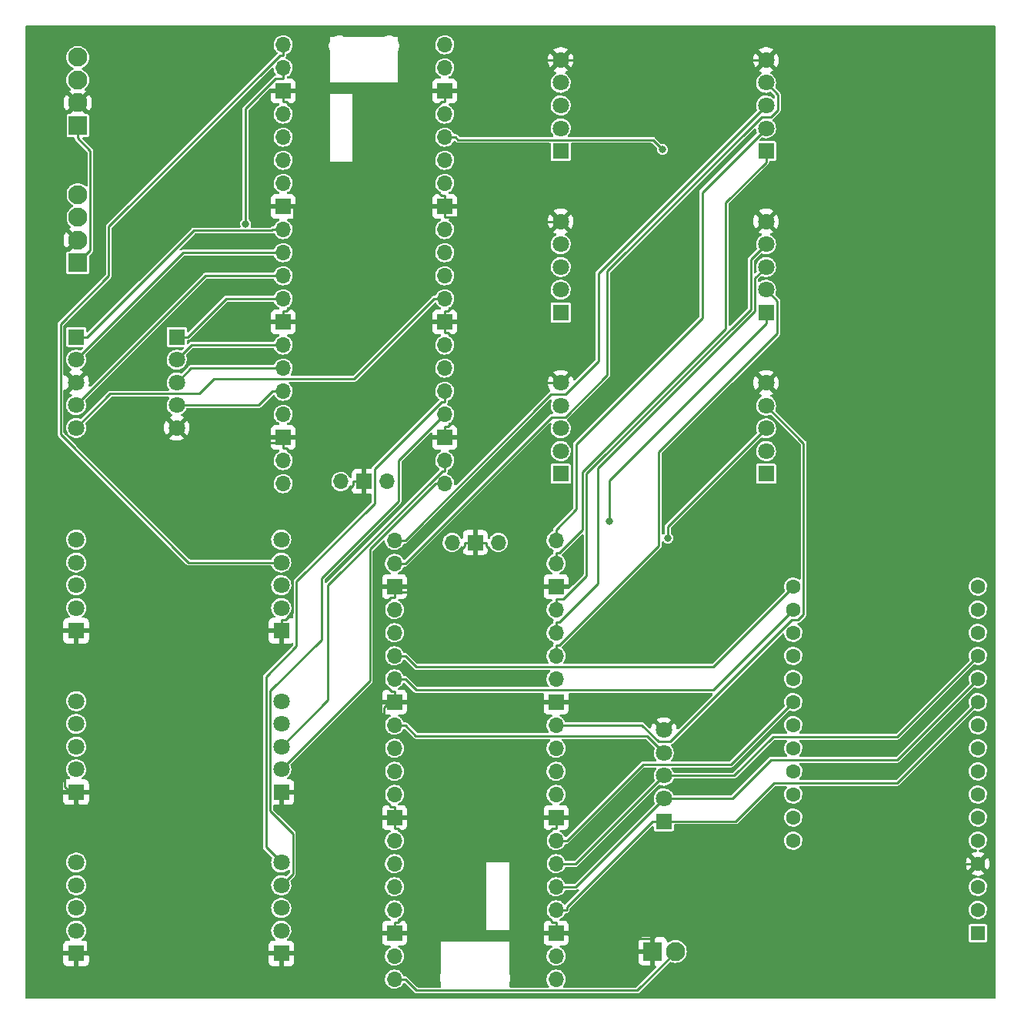
<source format=gbr>
%TF.GenerationSoftware,KiCad,Pcbnew,(6.0.7)*%
%TF.CreationDate,2022-10-24T13:35:24+01:00*%
%TF.ProjectId,Interface,496e7465-7266-4616-9365-2e6b69636164,rev?*%
%TF.SameCoordinates,Original*%
%TF.FileFunction,Copper,L2,Bot*%
%TF.FilePolarity,Positive*%
%FSLAX46Y46*%
G04 Gerber Fmt 4.6, Leading zero omitted, Abs format (unit mm)*
G04 Created by KiCad (PCBNEW (6.0.7)) date 2022-10-24 13:35:24*
%MOMM*%
%LPD*%
G01*
G04 APERTURE LIST*
%TA.AperFunction,ComponentPad*%
%ADD10R,1.800000X1.800000*%
%TD*%
%TA.AperFunction,ComponentPad*%
%ADD11C,1.800000*%
%TD*%
%TA.AperFunction,ComponentPad*%
%ADD12R,1.600000X1.600000*%
%TD*%
%TA.AperFunction,ComponentPad*%
%ADD13C,1.600000*%
%TD*%
%TA.AperFunction,ComponentPad*%
%ADD14R,2.100000X2.100000*%
%TD*%
%TA.AperFunction,ComponentPad*%
%ADD15C,2.100000*%
%TD*%
%TA.AperFunction,ComponentPad*%
%ADD16O,1.700000X1.700000*%
%TD*%
%TA.AperFunction,ComponentPad*%
%ADD17R,1.700000X1.700000*%
%TD*%
%TA.AperFunction,ViaPad*%
%ADD18C,0.800000*%
%TD*%
%TA.AperFunction,Conductor*%
%ADD19C,0.250000*%
%TD*%
G04 APERTURE END LIST*
D10*
%TO.P,J3,1,Pin_1*%
%TO.N,ENCA*%
X17575000Y-46250000D03*
D11*
%TO.P,J3,2,Pin_2*%
%TO.N,ENCB*%
X17575000Y-48750000D03*
%TO.P,J3,3,Pin_3*%
%TO.N,GNDD*%
X17575000Y-51250000D03*
%TO.P,J3,4,Pin_4*%
%TO.N,SW1*%
X17575000Y-53750000D03*
%TO.P,J3,5,Pin_5*%
%TO.N,NEOPIXEL_DATA*%
X17575000Y-56250000D03*
%TD*%
D10*
%TO.P,J8,1,Pin_1*%
%TO.N,GNDD*%
X40150000Y-96300000D03*
D11*
%TO.P,J8,2,Pin_2*%
%TO.N,UART3_INT_TX*%
X40150000Y-93800000D03*
%TO.P,J8,3,Pin_3*%
%TO.N,UART3_INT_RX*%
X40150000Y-91300000D03*
%TO.P,J8,4,Pin_4*%
%TO.N,UART2_INT_TX*%
X40150000Y-88800000D03*
%TO.P,J8,5,Pin_5*%
%TO.N,UART2_INT_RX*%
X40150000Y-86300000D03*
%TD*%
D10*
%TO.P,J16,1,Pin_1*%
%TO.N,UART2_DATA_TX_SHIFT*%
X70900000Y-43550000D03*
D11*
%TO.P,J16,2,Pin_2*%
%TO.N,UART2_DATA_RX_SHIFT*%
X70900000Y-41050000D03*
%TO.P,J16,3,Pin_3*%
%TO.N,UART3_DATA_TX_SHIFT*%
X70900000Y-38550000D03*
%TO.P,J16,4,Pin_4*%
%TO.N,UART3_DATA_RX_SHIFT*%
X70900000Y-36050000D03*
%TO.P,J16,5,Pin_5*%
%TO.N,GNDD*%
X70900000Y-33550000D03*
%TD*%
D10*
%TO.P,J4,1,Pin_1*%
%TO.N,SW2*%
X28650000Y-46250000D03*
D11*
%TO.P,J4,2,Pin_2*%
%TO.N,SW3*%
X28650000Y-48750000D03*
%TO.P,J4,3,Pin_3*%
%TO.N,SW4*%
X28650000Y-51250000D03*
%TO.P,J4,4,Pin_4*%
%TO.N,SW5*%
X28650000Y-53750000D03*
%TO.P,J4,5,Pin_5*%
%TO.N,GNDD*%
X28650000Y-56250000D03*
%TD*%
D12*
%TO.P,A1,1,~{RESET}*%
%TO.N,unconnected-(A1-Pad1)*%
X116802500Y-111800000D03*
D13*
%TO.P,A1,2,3V3*%
%TO.N,+3.3V*%
X116802500Y-109260000D03*
%TO.P,A1,3,AREF*%
%TO.N,unconnected-(A1-Pad3)*%
X116802500Y-106720000D03*
%TO.P,A1,4,GND*%
%TO.N,GNDD*%
X116802500Y-104180000D03*
%TO.P,A1,5,A0*%
%TO.N,unconnected-(A1-Pad5)*%
X116802500Y-101640000D03*
%TO.P,A1,6,A1*%
%TO.N,unconnected-(A1-Pad6)*%
X116802500Y-99100000D03*
%TO.P,A1,7,A2*%
%TO.N,unconnected-(A1-Pad7)*%
X116802500Y-96560000D03*
%TO.P,A1,8,A3*%
%TO.N,unconnected-(A1-Pad8)*%
X116802500Y-94020000D03*
%TO.P,A1,9,A4*%
%TO.N,unconnected-(A1-Pad9)*%
X116802500Y-91480000D03*
%TO.P,A1,10,A5*%
%TO.N,unconnected-(A1-Pad10)*%
X116802500Y-88940000D03*
%TO.P,A1,11,SCK*%
%TO.N,SD_SPI_CLK*%
X116802500Y-86400000D03*
%TO.P,A1,12,MOSI*%
%TO.N,SD_SPI_MOSI*%
X116802500Y-83860000D03*
%TO.P,A1,13,MISO*%
%TO.N,SD_SPI_MISO*%
X116802500Y-81320000D03*
%TO.P,A1,14,RX*%
%TO.N,unconnected-(A1-Pad14)*%
X116802500Y-78780000D03*
%TO.P,A1,15,TX*%
%TO.N,unconnected-(A1-Pad15)*%
X116802500Y-76240000D03*
%TO.P,A1,16,SPARE*%
%TO.N,unconnected-(A1-Pad16)*%
X116802500Y-73700000D03*
%TO.P,A1,17,SDA*%
%TO.N,I2C_DATA_SDA*%
X96482500Y-73700000D03*
%TO.P,A1,18,SCL*%
%TO.N,I2C_DATA_SCL*%
X96482500Y-76240000D03*
%TO.P,A1,19,D0*%
%TO.N,unconnected-(A1-Pad19)*%
X96482500Y-78780000D03*
%TO.P,A1,20,D1*%
%TO.N,unconnected-(A1-Pad20)*%
X96482500Y-81320000D03*
%TO.P,A1,21,D2*%
%TO.N,unconnected-(A1-Pad21)*%
X96482500Y-83860000D03*
%TO.P,A1,22,D3*%
%TO.N,SD_SPI_CS*%
X96482500Y-86400000D03*
%TO.P,A1,23,D4*%
%TO.N,unconnected-(A1-Pad23)*%
X96482500Y-88940000D03*
%TO.P,A1,24,D5*%
%TO.N,unconnected-(A1-Pad24)*%
X96482500Y-91480000D03*
%TO.P,A1,25,D6*%
%TO.N,unconnected-(A1-Pad25)*%
X96482500Y-94020000D03*
%TO.P,A1,26,USB*%
%TO.N,unconnected-(A1-Pad26)*%
X96482500Y-96560000D03*
%TO.P,A1,27,EN*%
%TO.N,unconnected-(A1-Pad27)*%
X96482500Y-99100000D03*
%TO.P,A1,28,VBAT*%
%TO.N,unconnected-(A1-Pad28)*%
X96482500Y-101640000D03*
%TD*%
D10*
%TO.P,J7,1,Pin_1*%
%TO.N,GNDD*%
X17575000Y-78550000D03*
D11*
%TO.P,J7,2,Pin_2*%
%TO.N,UART1_INT_TX_SHIFT*%
X17575000Y-76050000D03*
%TO.P,J7,3,Pin_3*%
%TO.N,UART1_INT_RX_SHIFT*%
X17575000Y-73550000D03*
%TO.P,J7,4,Pin_4*%
%TO.N,UART0_INT_TX_SHIFT*%
X17575000Y-71050000D03*
%TO.P,J7,5,Pin_5*%
%TO.N,UART0_INT_RX_SHIFT*%
X17575000Y-68550000D03*
%TD*%
D10*
%TO.P,J10,1,Pin_1*%
%TO.N,GNDD*%
X40150000Y-114050000D03*
D11*
%TO.P,J10,2,Pin_2*%
%TO.N,UART5_INT_TX*%
X40150000Y-111550000D03*
%TO.P,J10,3,Pin_3*%
%TO.N,UART5_INT_RX*%
X40150000Y-109050000D03*
%TO.P,J10,4,Pin_4*%
%TO.N,UART4_INT_TX*%
X40150000Y-106550000D03*
%TO.P,J10,5,Pin_5*%
%TO.N,UART4_INT_RX*%
X40150000Y-104050000D03*
%TD*%
D14*
%TO.P,J1,1,Pin_1*%
%TO.N,+5V*%
X17750000Y-38100000D03*
D15*
%TO.P,J1,2,Pin_2*%
%TO.N,GNDD*%
X17750000Y-35600000D03*
%TO.P,J1,3,Pin_3*%
%TO.N,I2C1_SDA_SHIFT*%
X17750000Y-33100000D03*
%TO.P,J1,4,Pin_4*%
%TO.N,I2C1_SCL_SHIFT*%
X17750000Y-30600000D03*
%TD*%
D10*
%TO.P,J15,1,Pin_1*%
%TO.N,UART4_DATA_TX_SHIFT*%
X70900000Y-25800000D03*
D11*
%TO.P,J15,2,Pin_2*%
%TO.N,UART4_DATA_RX_SHIFT*%
X70900000Y-23300000D03*
%TO.P,J15,3,Pin_3*%
%TO.N,UART5_DATA_TX_SHIFT*%
X70900000Y-20800000D03*
%TO.P,J15,4,Pin_4*%
%TO.N,UART5_DATA_RX_SHIFT*%
X70900000Y-18300000D03*
%TO.P,J15,5,Pin_5*%
%TO.N,GNDD*%
X70900000Y-15800000D03*
%TD*%
D10*
%TO.P,J11,1,Pin_1*%
%TO.N,GNDD*%
X17575000Y-114050000D03*
D11*
%TO.P,J11,2,Pin_2*%
%TO.N,UART5_INT_TX_SHIFT*%
X17575000Y-111550000D03*
%TO.P,J11,3,Pin_3*%
%TO.N,UART5_INT_RX_SHIFT*%
X17575000Y-109050000D03*
%TO.P,J11,4,Pin_4*%
%TO.N,UART4_INT_TX_SHIFT*%
X17575000Y-106550000D03*
%TO.P,J11,5,Pin_5*%
%TO.N,UART4_INT_RX_SHIFT*%
X17575000Y-104050000D03*
%TD*%
D10*
%TO.P,J17,1,Pin_1*%
%TO.N,UART4_DATA_TX*%
X93500000Y-25800000D03*
D11*
%TO.P,J17,2,Pin_2*%
%TO.N,UART4_DATA_RX*%
X93500000Y-23300000D03*
%TO.P,J17,3,Pin_3*%
%TO.N,UART5_DATA_TX*%
X93500000Y-20800000D03*
%TO.P,J17,4,Pin_4*%
%TO.N,UART5_DATA_RX*%
X93500000Y-18300000D03*
%TO.P,J17,5,Pin_5*%
%TO.N,GNDD*%
X93500000Y-15800000D03*
%TD*%
D10*
%TO.P,J14,1,Pin_1*%
%TO.N,UART0_DATA_TX*%
X93500000Y-61300000D03*
D11*
%TO.P,J14,2,Pin_2*%
%TO.N,UART0_DATA_RX*%
X93500000Y-58800000D03*
%TO.P,J14,3,Pin_3*%
%TO.N,UART1_DATA_TX*%
X93500000Y-56300000D03*
%TO.P,J14,4,Pin_4*%
%TO.N,UART1_DATA_RX*%
X93500000Y-53800000D03*
%TO.P,J14,5,Pin_5*%
%TO.N,GNDD*%
X93500000Y-51300000D03*
%TD*%
D16*
%TO.P,U2,1,GPIO0*%
%TO.N,UART0_DATA_TX*%
X70390000Y-116880000D03*
%TO.P,U2,2,GPIO1*%
%TO.N,UART0_DATA_RX*%
X70390000Y-114340000D03*
D17*
%TO.P,U2,3,GND*%
%TO.N,GNDD*%
X70390000Y-111800000D03*
D16*
%TO.P,U2,4,GPIO2*%
%TO.N,SD_SPI_CLK*%
X70390000Y-109260000D03*
%TO.P,U2,5,GPIO3*%
%TO.N,SD_SPI_MOSI*%
X70390000Y-106720000D03*
%TO.P,U2,6,GPIO4*%
%TO.N,SD_SPI_MISO*%
X70390000Y-104180000D03*
%TO.P,U2,7,GPIO5*%
%TO.N,SD_SPI_CS*%
X70390000Y-101640000D03*
D17*
%TO.P,U2,8,GND*%
%TO.N,GNDD*%
X70390000Y-99100000D03*
D16*
%TO.P,U2,9,GPIO6*%
%TO.N,unconnected-(U2-Pad9)*%
X70390000Y-96560000D03*
%TO.P,U2,10,GPIO7*%
%TO.N,unconnected-(U2-Pad10)*%
X70390000Y-94020000D03*
%TO.P,U2,11,GPIO8*%
%TO.N,UART1_DATA_TX*%
X70390000Y-91480000D03*
%TO.P,U2,12,GPIO9*%
%TO.N,UART1_DATA_RX*%
X70390000Y-88940000D03*
D17*
%TO.P,U2,13,GND*%
%TO.N,GNDD*%
X70390000Y-86400000D03*
D16*
%TO.P,U2,14,GPIO10*%
%TO.N,UART2_DATA_TX*%
X70390000Y-83860000D03*
%TO.P,U2,15,GPIO11*%
%TO.N,UART2_DATA_RX*%
X70390000Y-81320000D03*
%TO.P,U2,16,GPIO12*%
%TO.N,UART3_DATA_TX*%
X70390000Y-78780000D03*
%TO.P,U2,17,GPIO13*%
%TO.N,UART3_DATA_RX*%
X70390000Y-76240000D03*
D17*
%TO.P,U2,18,GND*%
%TO.N,GNDD*%
X70390000Y-73700000D03*
D16*
%TO.P,U2,19,GPIO14*%
%TO.N,UART4_DATA_TX*%
X70390000Y-71160000D03*
%TO.P,U2,20,GPIO15*%
%TO.N,UART4_DATA_RX*%
X70390000Y-68620000D03*
%TO.P,U2,21,GPIO16*%
%TO.N,UART5_DATA_TX*%
X52610000Y-68620000D03*
%TO.P,U2,22,GPIO17*%
%TO.N,UART5_DATA_RX*%
X52610000Y-71160000D03*
D17*
%TO.P,U2,23,GND*%
%TO.N,GNDD*%
X52610000Y-73700000D03*
D16*
%TO.P,U2,24,GPIO18*%
%TO.N,unconnected-(U2-Pad24)*%
X52610000Y-76240000D03*
%TO.P,U2,25,GPIO19*%
%TO.N,unconnected-(U2-Pad25)*%
X52610000Y-78780000D03*
%TO.P,U2,26,GPIO20*%
%TO.N,I2C_DATA_SDA*%
X52610000Y-81320000D03*
%TO.P,U2,27,GPIO21*%
%TO.N,I2C_DATA_SCL*%
X52610000Y-83860000D03*
D17*
%TO.P,U2,28,GND*%
%TO.N,GNDD*%
X52610000Y-86400000D03*
D16*
%TO.P,U2,29,GPIO22*%
%TO.N,SD_SPI_CS_extra*%
X52610000Y-88940000D03*
%TO.P,U2,30,RUN*%
%TO.N,unconnected-(U2-Pad30)*%
X52610000Y-91480000D03*
%TO.P,U2,31,GPIO26_ADC0*%
%TO.N,unconnected-(U2-Pad31)*%
X52610000Y-94020000D03*
%TO.P,U2,32,GPIO27_ADC1*%
%TO.N,unconnected-(U2-Pad32)*%
X52610000Y-96560000D03*
D17*
%TO.P,U2,33,AGND*%
%TO.N,GNDD*%
X52610000Y-99100000D03*
D16*
%TO.P,U2,34,GPIO28_ADC2*%
%TO.N,unconnected-(U2-Pad34)*%
X52610000Y-101640000D03*
%TO.P,U2,35,ADC_VREF*%
%TO.N,unconnected-(U2-Pad35)*%
X52610000Y-104180000D03*
%TO.P,U2,36,3V3*%
%TO.N,+3.3V*%
X52610000Y-106720000D03*
%TO.P,U2,37,3V3_EN*%
%TO.N,unconnected-(U2-Pad37)*%
X52610000Y-109260000D03*
D17*
%TO.P,U2,38,GND*%
%TO.N,GNDD*%
X52610000Y-111800000D03*
D16*
%TO.P,U2,39,VSYS*%
%TO.N,+5V*%
X52610000Y-114340000D03*
%TO.P,U2,40,VBUS*%
X52610000Y-116880000D03*
%TO.P,U2,41,SWCLK*%
%TO.N,unconnected-(U2-Pad41)*%
X64040000Y-68850000D03*
D17*
%TO.P,U2,42,GND*%
%TO.N,GNDD*%
X61500000Y-68850000D03*
D16*
%TO.P,U2,43,SWDIO*%
%TO.N,unconnected-(U2-Pad43)*%
X58960000Y-68850000D03*
%TD*%
D14*
%TO.P,J5,1,Pin_1*%
%TO.N,GNDD*%
X81025000Y-113825000D03*
D15*
%TO.P,J5,2,Pin_2*%
%TO.N,+5V*%
X83525000Y-113825000D03*
%TD*%
D14*
%TO.P,J2,1,Pin_1*%
%TO.N,+5V*%
X17750000Y-23000000D03*
D15*
%TO.P,J2,2,Pin_2*%
%TO.N,GNDD*%
X17750000Y-20500000D03*
%TO.P,J2,3,Pin_3*%
%TO.N,I2C0_SDA_SHIFT*%
X17750000Y-18000000D03*
%TO.P,J2,4,Pin_4*%
%TO.N,I2C0_SCL_SHIFT*%
X17750000Y-15500000D03*
%TD*%
D10*
%TO.P,J6,1,Pin_1*%
%TO.N,GNDD*%
X40150000Y-78550000D03*
D11*
%TO.P,J6,2,Pin_2*%
%TO.N,UART1_INT_TX*%
X40150000Y-76050000D03*
%TO.P,J6,3,Pin_3*%
%TO.N,UART1_INT_RX*%
X40150000Y-73550000D03*
%TO.P,J6,4,Pin_4*%
%TO.N,UART0_INT_TX*%
X40150000Y-71050000D03*
%TO.P,J6,5,Pin_5*%
%TO.N,UART0_INT_RX*%
X40150000Y-68550000D03*
%TD*%
D10*
%TO.P,J13,1,Pin_1*%
%TO.N,UART0_DATA_TX_SHIFT*%
X70900000Y-61300000D03*
D11*
%TO.P,J13,2,Pin_2*%
%TO.N,UART0_DATA_RX_SHIFT*%
X70900000Y-58800000D03*
%TO.P,J13,3,Pin_3*%
%TO.N,UART1_DATA_TX_SHIFT*%
X70900000Y-56300000D03*
%TO.P,J13,4,Pin_4*%
%TO.N,UART1_DATA_RX_SHIFT*%
X70900000Y-53800000D03*
%TO.P,J13,5,Pin_5*%
%TO.N,GNDD*%
X70900000Y-51300000D03*
%TD*%
D10*
%TO.P,J9,1,Pin_1*%
%TO.N,GNDD*%
X17575000Y-96300000D03*
D11*
%TO.P,J9,2,Pin_2*%
%TO.N,UART3_INT_TX_SHIFT*%
X17575000Y-93800000D03*
%TO.P,J9,3,Pin_3*%
%TO.N,UART3_INT_RX_SHIFT*%
X17575000Y-91300000D03*
%TO.P,J9,4,Pin_4*%
%TO.N,UART2_INT_TX_SHIFT*%
X17575000Y-88800000D03*
%TO.P,J9,5,Pin_5*%
%TO.N,UART2_INT_RX_SHIFT*%
X17575000Y-86300000D03*
%TD*%
D16*
%TO.P,U1,1,GPIO0*%
%TO.N,UART0_INT_TX*%
X40360000Y-14120000D03*
%TO.P,U1,2,GPIO1*%
%TO.N,UART0_INT_RX*%
X40360000Y-16660000D03*
D17*
%TO.P,U1,3,GND*%
%TO.N,GNDD*%
X40360000Y-19200000D03*
D16*
%TO.P,U1,4,GPIO2*%
%TO.N,I2C1_SDA*%
X40360000Y-21740000D03*
%TO.P,U1,5,GPIO3*%
%TO.N,I2C1_SCL*%
X40360000Y-24280000D03*
%TO.P,U1,6,GPIO4*%
%TO.N,UART1_INT_TX*%
X40360000Y-26820000D03*
%TO.P,U1,7,GPIO5*%
%TO.N,UART1_INT_RX*%
X40360000Y-29360000D03*
D17*
%TO.P,U1,8,GND*%
%TO.N,GNDD*%
X40360000Y-31900000D03*
D16*
%TO.P,U1,9,GPIO6*%
%TO.N,ENCA*%
X40360000Y-34440000D03*
%TO.P,U1,10,GPIO7*%
%TO.N,ENCB*%
X40360000Y-36980000D03*
%TO.P,U1,11,GPIO8*%
%TO.N,SW1*%
X40360000Y-39520000D03*
%TO.P,U1,12,GPIO9*%
%TO.N,SW2*%
X40360000Y-42060000D03*
D17*
%TO.P,U1,13,GND*%
%TO.N,GNDD*%
X40360000Y-44600000D03*
D16*
%TO.P,U1,14,GPIO10*%
%TO.N,SW3*%
X40360000Y-47140000D03*
%TO.P,U1,15,GPIO11*%
%TO.N,SW4*%
X40360000Y-49680000D03*
%TO.P,U1,16,GPIO12*%
%TO.N,SW5*%
X40360000Y-52220000D03*
%TO.P,U1,17,GPIO13*%
%TO.N,unconnected-(U1-Pad17)*%
X40360000Y-54760000D03*
D17*
%TO.P,U1,18,GND*%
%TO.N,GNDD*%
X40360000Y-57300000D03*
D16*
%TO.P,U1,19,GPIO14*%
%TO.N,UART2_INT_TX*%
X40360000Y-59840000D03*
%TO.P,U1,20,GPIO15*%
%TO.N,UART2_INT_RX*%
X40360000Y-62380000D03*
%TO.P,U1,21,GPIO16*%
%TO.N,UART3_INT_TX*%
X58140000Y-62380000D03*
%TO.P,U1,22,GPIO17*%
%TO.N,UART3_INT_RX*%
X58140000Y-59840000D03*
D17*
%TO.P,U1,23,GND*%
%TO.N,GNDD*%
X58140000Y-57300000D03*
D16*
%TO.P,U1,24,GPIO18*%
%TO.N,UART4_INT_TX*%
X58140000Y-54760000D03*
%TO.P,U1,25,GPIO19*%
%TO.N,UART4_INT_RX*%
X58140000Y-52220000D03*
%TO.P,U1,26,GPIO20*%
%TO.N,I2C0_SDA*%
X58140000Y-49680000D03*
%TO.P,U1,27,GPIO21*%
%TO.N,I2C0_SCL*%
X58140000Y-47140000D03*
D17*
%TO.P,U1,28,GND*%
%TO.N,GNDD*%
X58140000Y-44600000D03*
D16*
%TO.P,U1,29,GPIO22*%
%TO.N,NEOPIXEL_DATA*%
X58140000Y-42060000D03*
%TO.P,U1,30,RUN*%
%TO.N,unconnected-(U1-Pad30)*%
X58140000Y-39520000D03*
%TO.P,U1,31,GPIO26_ADC0*%
%TO.N,UART5_INT_TX*%
X58140000Y-36980000D03*
%TO.P,U1,32,GPIO27_ADC1*%
%TO.N,UART5_INT_RX*%
X58140000Y-34440000D03*
D17*
%TO.P,U1,33,AGND*%
%TO.N,GNDD*%
X58140000Y-31900000D03*
D16*
%TO.P,U1,34,GPIO28_ADC2*%
%TO.N,unconnected-(U1-Pad34)*%
X58140000Y-29360000D03*
%TO.P,U1,35,ADC_VREF*%
%TO.N,unconnected-(U1-Pad35)*%
X58140000Y-26820000D03*
%TO.P,U1,36,3V3*%
%TO.N,+3.3V*%
X58140000Y-24280000D03*
%TO.P,U1,37,3V3_EN*%
%TO.N,unconnected-(U1-Pad37)*%
X58140000Y-21740000D03*
D17*
%TO.P,U1,38,GND*%
%TO.N,GNDD*%
X58140000Y-19200000D03*
D16*
%TO.P,U1,39,VSYS*%
%TO.N,+5V*%
X58140000Y-16660000D03*
%TO.P,U1,40,VBUS*%
X58140000Y-14120000D03*
%TO.P,U1,41,SWCLK*%
%TO.N,unconnected-(U1-Pad41)*%
X46710000Y-62150000D03*
D17*
%TO.P,U1,42,GND*%
%TO.N,GNDD*%
X49250000Y-62150000D03*
D16*
%TO.P,U1,43,SWDIO*%
%TO.N,unconnected-(U1-Pad43)*%
X51790000Y-62150000D03*
%TD*%
D10*
%TO.P,J12,1,Pin_1*%
%TO.N,SD_SPI_CLK*%
X82250000Y-99500000D03*
D11*
%TO.P,J12,2,Pin_2*%
%TO.N,SD_SPI_MOSI*%
X82250000Y-97000000D03*
%TO.P,J12,3,Pin_3*%
%TO.N,SD_SPI_MISO*%
X82250000Y-94500000D03*
%TO.P,J12,4,Pin_4*%
%TO.N,SD_SPI_CS_extra*%
X82250000Y-92000000D03*
%TO.P,J12,5,Pin_5*%
%TO.N,GNDD*%
X82250000Y-89500000D03*
%TD*%
D10*
%TO.P,J18,1,Pin_1*%
%TO.N,UART2_DATA_TX*%
X93500000Y-43550000D03*
D11*
%TO.P,J18,2,Pin_2*%
%TO.N,UART2_DATA_RX*%
X93500000Y-41050000D03*
%TO.P,J18,3,Pin_3*%
%TO.N,UART3_DATA_TX*%
X93500000Y-38550000D03*
%TO.P,J18,4,Pin_4*%
%TO.N,UART3_DATA_RX*%
X93500000Y-36050000D03*
%TO.P,J18,5,Pin_5*%
%TO.N,GNDD*%
X93500000Y-33550000D03*
%TD*%
D18*
%TO.N,UART2_DATA_TX*%
X76214800Y-66537600D03*
%TO.N,UART1_DATA_TX*%
X82685700Y-68353900D03*
%TO.N,UART0_INT_RX*%
X36218100Y-33823100D03*
%TO.N,+3.3V*%
X82118700Y-25650000D03*
%TD*%
D19*
%TO.N,NEOPIXEL_DATA*%
X21325000Y-52500000D02*
X17575000Y-56250000D01*
X31129300Y-52500000D02*
X21325000Y-52500000D01*
X32773900Y-50855400D02*
X31129300Y-52500000D01*
X48169300Y-50855400D02*
X32773900Y-50855400D01*
X56964700Y-42060000D02*
X48169300Y-50855400D01*
X58140000Y-42060000D02*
X56964700Y-42060000D01*
%TO.N,UART3_DATA_RX*%
X70390000Y-76240000D02*
X70390000Y-75064700D01*
X71198000Y-75064700D02*
X70390000Y-75064700D01*
X73754800Y-72507900D02*
X71198000Y-75064700D01*
X73754800Y-61311500D02*
X73754800Y-72507900D01*
X91824200Y-43242100D02*
X73754800Y-61311500D01*
X91824200Y-37725800D02*
X91824200Y-43242100D01*
X93500000Y-36050000D02*
X91824200Y-37725800D01*
%TO.N,UART3_DATA_TX*%
X70757300Y-77604700D02*
X70390000Y-77604700D01*
X75006600Y-73355400D02*
X70757300Y-77604700D01*
X75006600Y-60696600D02*
X75006600Y-73355400D01*
X92274600Y-43428600D02*
X75006600Y-60696600D01*
X92274600Y-39775400D02*
X92274600Y-43428600D01*
X93500000Y-38550000D02*
X92274600Y-39775400D01*
X70390000Y-78780000D02*
X70390000Y-77604700D01*
%TO.N,UART2_DATA_RX*%
X70757300Y-80144700D02*
X70390000Y-80144700D01*
X81684600Y-69217400D02*
X70757300Y-80144700D01*
X81684600Y-58916300D02*
X81684600Y-69217400D01*
X94725400Y-45875500D02*
X81684600Y-58916300D01*
X94725400Y-42275400D02*
X94725400Y-45875500D01*
X93500000Y-41050000D02*
X94725400Y-42275400D01*
X70390000Y-81320000D02*
X70390000Y-80144700D01*
%TO.N,UART2_DATA_TX*%
X93500000Y-43550000D02*
X93500000Y-44775300D01*
X76214800Y-62060500D02*
X93500000Y-44775300D01*
X76214800Y-66537600D02*
X76214800Y-62060500D01*
%TO.N,UART5_DATA_RX*%
X94774600Y-19574600D02*
X93500000Y-18300000D01*
X94774600Y-21315100D02*
X94774600Y-19574600D01*
X94039700Y-22050000D02*
X94774600Y-21315100D01*
X93017100Y-22050000D02*
X94039700Y-22050000D01*
X76037200Y-39029900D02*
X93017100Y-22050000D01*
X76037200Y-50409200D02*
X76037200Y-39029900D01*
X71396400Y-55050000D02*
X76037200Y-50409200D01*
X69895300Y-55050000D02*
X71396400Y-55050000D01*
X53785300Y-71160000D02*
X69895300Y-55050000D01*
X52610000Y-71160000D02*
X53785300Y-71160000D01*
%TO.N,UART5_DATA_TX*%
X69855300Y-52550000D02*
X53785300Y-68620000D01*
X71391300Y-52550000D02*
X69855300Y-52550000D01*
X75045700Y-48895600D02*
X71391300Y-52550000D01*
X75045700Y-39254300D02*
X75045700Y-48895600D01*
X93500000Y-20800000D02*
X75045700Y-39254300D01*
X52610000Y-68620000D02*
X53785300Y-68620000D01*
%TO.N,UART4_DATA_RX*%
X86459800Y-30340200D02*
X93500000Y-23300000D01*
X86459800Y-44203400D02*
X86459800Y-30340200D01*
X72629100Y-58034100D02*
X86459800Y-44203400D01*
X72629100Y-65205600D02*
X72629100Y-58034100D01*
X70390000Y-67444700D02*
X72629100Y-65205600D01*
X70390000Y-68620000D02*
X70390000Y-67444700D01*
%TO.N,UART4_DATA_TX*%
X93500000Y-25800000D02*
X93500000Y-27025300D01*
X70390000Y-71160000D02*
X70390000Y-69984700D01*
X70757300Y-69984700D02*
X70390000Y-69984700D01*
X73304500Y-67437500D02*
X70757300Y-69984700D01*
X73304500Y-61124900D02*
X73304500Y-67437500D01*
X89048300Y-45381100D02*
X73304500Y-61124900D01*
X89048300Y-31477000D02*
X89048300Y-45381100D01*
X93500000Y-27025300D02*
X89048300Y-31477000D01*
%TO.N,UART1_DATA_RX*%
X79826900Y-88940000D02*
X70390000Y-88940000D01*
X81636900Y-90750000D02*
X79826900Y-88940000D01*
X82921100Y-90750000D02*
X81636900Y-90750000D01*
X96305700Y-77365400D02*
X82921100Y-90750000D01*
X97027700Y-77365400D02*
X96305700Y-77365400D01*
X97631800Y-76761300D02*
X97027700Y-77365400D01*
X97631800Y-57931800D02*
X97631800Y-76761300D01*
X93500000Y-53800000D02*
X97631800Y-57931800D01*
%TO.N,UART1_DATA_TX*%
X82685700Y-67114300D02*
X82685700Y-68353900D01*
X93500000Y-56300000D02*
X82685700Y-67114300D01*
%TO.N,SD_SPI_CS_extra*%
X54960600Y-90115300D02*
X53785300Y-88940000D01*
X80365300Y-90115300D02*
X54960600Y-90115300D01*
X82250000Y-92000000D02*
X80365300Y-90115300D01*
X52610000Y-88940000D02*
X53785300Y-88940000D01*
%TO.N,UART4_INT_RX*%
X57772700Y-53395300D02*
X58140000Y-53395300D01*
X50425400Y-60742600D02*
X57772700Y-53395300D01*
X50425400Y-64539700D02*
X50425400Y-60742600D01*
X41825700Y-73139400D02*
X50425400Y-64539700D01*
X41825700Y-80267900D02*
X41825700Y-73139400D01*
X38472600Y-83621000D02*
X41825700Y-80267900D01*
X38472600Y-102372600D02*
X38472600Y-83621000D01*
X40150000Y-104050000D02*
X38472600Y-102372600D01*
X58140000Y-52220000D02*
X58140000Y-53395300D01*
%TO.N,UART4_INT_TX*%
X53051300Y-59848700D02*
X58140000Y-54760000D01*
X53051300Y-64286300D02*
X53051300Y-59848700D01*
X44583400Y-72754200D02*
X53051300Y-64286300D01*
X44583400Y-79523700D02*
X44583400Y-72754200D01*
X38924600Y-85182500D02*
X44583400Y-79523700D01*
X38924600Y-98360900D02*
X38924600Y-85182500D01*
X41424600Y-100860900D02*
X38924600Y-98360900D01*
X41424600Y-105275400D02*
X41424600Y-100860900D01*
X40150000Y-106550000D02*
X41424600Y-105275400D01*
%TO.N,UART3_INT_RX*%
X58140000Y-59840000D02*
X58140000Y-61015300D01*
X45297600Y-86152400D02*
X40150000Y-91300000D01*
X45297600Y-73560100D02*
X45297600Y-86152400D01*
X57842400Y-61015300D02*
X45297600Y-73560100D01*
X58140000Y-61015300D02*
X57842400Y-61015300D01*
%TO.N,UART3_INT_TX*%
X57114600Y-62380000D02*
X58140000Y-62380000D01*
X49886600Y-69608000D02*
X57114600Y-62380000D01*
X49886600Y-84063400D02*
X49886600Y-69608000D01*
X40150000Y-93800000D02*
X49886600Y-84063400D01*
%TO.N,UART0_INT_RX*%
X36218100Y-21169200D02*
X36218100Y-33823100D01*
X39552000Y-17835300D02*
X36218100Y-21169200D01*
X40360000Y-17835300D02*
X39552000Y-17835300D01*
X40360000Y-16660000D02*
X40360000Y-17835300D01*
%TO.N,UART0_INT_TX*%
X29972500Y-71050000D02*
X40150000Y-71050000D01*
X15859100Y-56936600D02*
X29972500Y-71050000D01*
X15859100Y-44815500D02*
X15859100Y-56936600D01*
X21169100Y-39505500D02*
X15859100Y-44815500D01*
X21169100Y-34118900D02*
X21169100Y-39505500D01*
X39992700Y-15295300D02*
X21169100Y-34118900D01*
X40360000Y-15295300D02*
X39992700Y-15295300D01*
X40360000Y-14120000D02*
X40360000Y-15295300D01*
%TO.N,SW5*%
X40360000Y-52220000D02*
X39184700Y-52220000D01*
X37654700Y-53750000D02*
X28650000Y-53750000D01*
X39184700Y-52220000D02*
X37654700Y-53750000D01*
%TO.N,SW4*%
X40360000Y-49680000D02*
X39184700Y-49680000D01*
X30220000Y-49680000D02*
X28650000Y-51250000D01*
X39184700Y-49680000D02*
X30220000Y-49680000D01*
%TO.N,SW3*%
X30260000Y-47140000D02*
X28650000Y-48750000D01*
X40360000Y-47140000D02*
X30260000Y-47140000D01*
%TO.N,SW2*%
X34065300Y-42060000D02*
X29875300Y-46250000D01*
X40360000Y-42060000D02*
X34065300Y-42060000D01*
X28650000Y-46250000D02*
X29875300Y-46250000D01*
%TO.N,SW1*%
X31805000Y-39520000D02*
X17575000Y-53750000D01*
X40360000Y-39520000D02*
X31805000Y-39520000D01*
%TO.N,ENCB*%
X29345000Y-36980000D02*
X40360000Y-36980000D01*
X17575000Y-48750000D02*
X29345000Y-36980000D01*
%TO.N,ENCA*%
X17575000Y-46250000D02*
X18800300Y-46250000D01*
X39076300Y-34548400D02*
X39184700Y-34440000D01*
X30501900Y-34548400D02*
X39076300Y-34548400D01*
X18800300Y-46250000D02*
X30501900Y-34548400D01*
X40360000Y-34440000D02*
X39184700Y-34440000D01*
%TO.N,+5V*%
X55022300Y-118117000D02*
X53785300Y-116880000D01*
X79319100Y-118117000D02*
X55022300Y-118117000D01*
X83525000Y-113911100D02*
X79319100Y-118117000D01*
X83525000Y-113825000D02*
X83525000Y-113911100D01*
X52610000Y-116880000D02*
X53785300Y-116880000D01*
X19141200Y-36708800D02*
X17750000Y-38100000D01*
X19141200Y-25766500D02*
X19141200Y-36708800D01*
X17750000Y-24375300D02*
X19141200Y-25766500D01*
X17750000Y-23000000D02*
X17750000Y-24375300D01*
%TO.N,SD_SPI_CS*%
X89632500Y-93250000D02*
X96482500Y-86400000D01*
X79955300Y-93250000D02*
X89632500Y-93250000D01*
X71565300Y-101640000D02*
X79955300Y-93250000D01*
X70390000Y-101640000D02*
X71565300Y-101640000D01*
%TO.N,I2C_DATA_SCL*%
X87644600Y-85077900D02*
X96482500Y-76240000D01*
X55003200Y-85077900D02*
X87644600Y-85077900D01*
X53785300Y-83860000D02*
X55003200Y-85077900D01*
X52610000Y-83860000D02*
X53785300Y-83860000D01*
%TO.N,I2C_DATA_SDA*%
X87671900Y-82510600D02*
X96482500Y-73700000D01*
X54975900Y-82510600D02*
X87671900Y-82510600D01*
X53785300Y-81320000D02*
X54975900Y-82510600D01*
X52610000Y-81320000D02*
X53785300Y-81320000D01*
%TO.N,SD_SPI_MISO*%
X72570000Y-104180000D02*
X70390000Y-104180000D01*
X82250000Y-94500000D02*
X72570000Y-104180000D01*
X89968200Y-94500000D02*
X82250000Y-94500000D01*
X94258200Y-90210000D02*
X89968200Y-94500000D01*
X107912500Y-90210000D02*
X94258200Y-90210000D01*
X116802500Y-81320000D02*
X107912500Y-90210000D01*
%TO.N,SD_SPI_MOSI*%
X72530000Y-106720000D02*
X82250000Y-97000000D01*
X70390000Y-106720000D02*
X72530000Y-106720000D01*
X107912500Y-92750000D02*
X116802500Y-83860000D01*
X94032800Y-92750000D02*
X107912500Y-92750000D01*
X89782800Y-97000000D02*
X94032800Y-92750000D01*
X82250000Y-97000000D02*
X89782800Y-97000000D01*
%TO.N,SD_SPI_CLK*%
X90133600Y-99500000D02*
X82250000Y-99500000D01*
X94343600Y-95290000D02*
X90133600Y-99500000D01*
X107912500Y-95290000D02*
X94343600Y-95290000D01*
X116802500Y-86400000D02*
X107912500Y-95290000D01*
X71565300Y-108959400D02*
X71565300Y-109260000D01*
X81024700Y-99500000D02*
X71565300Y-108959400D01*
X82250000Y-99500000D02*
X81024700Y-99500000D01*
X70390000Y-109260000D02*
X71565300Y-109260000D01*
%TO.N,GNDD*%
X70977700Y-111800000D02*
X71565300Y-111800000D01*
X81025000Y-113825000D02*
X81025000Y-112449700D01*
X72215000Y-112449700D02*
X71565300Y-111800000D01*
X81025000Y-112449700D02*
X72215000Y-112449700D01*
X89294700Y-104180000D02*
X116802500Y-104180000D01*
X81025000Y-112449700D02*
X89294700Y-104180000D01*
X40360000Y-19200000D02*
X40360000Y-20375300D01*
X52308700Y-85224700D02*
X52610000Y-85224700D01*
X51434600Y-84350600D02*
X52308700Y-85224700D01*
X51434600Y-75683400D02*
X51434600Y-84350600D01*
X52242700Y-74875300D02*
X51434600Y-75683400D01*
X52610000Y-74875300D02*
X52242700Y-74875300D01*
X58140000Y-19200000D02*
X58140000Y-20375300D01*
X58140000Y-31900000D02*
X58140000Y-30724700D01*
X67158000Y-73700000D02*
X70390000Y-73700000D01*
X62675300Y-69217300D02*
X67158000Y-73700000D01*
X62675300Y-68850000D02*
X62675300Y-69217300D01*
X61500000Y-68850000D02*
X62675300Y-68850000D01*
X52610000Y-73700000D02*
X52610000Y-74287600D01*
X52610000Y-74287600D02*
X52610000Y-74875300D01*
X60324700Y-69217300D02*
X60324700Y-68850000D01*
X55254400Y-74287600D02*
X60324700Y-69217300D01*
X52610000Y-74287600D02*
X55254400Y-74287600D01*
X61500000Y-68850000D02*
X60324700Y-68850000D01*
X43625300Y-111800000D02*
X41375300Y-114050000D01*
X52610000Y-111800000D02*
X43625300Y-111800000D01*
X58140000Y-31900000D02*
X58140000Y-33075300D01*
X70977700Y-111800000D02*
X70390000Y-111800000D01*
X79150000Y-86400000D02*
X82250000Y-89500000D01*
X70390000Y-86400000D02*
X79150000Y-86400000D01*
X40150000Y-78550000D02*
X40150000Y-77324700D01*
X49250000Y-62150000D02*
X48074700Y-62150000D01*
X40360000Y-31900000D02*
X41535300Y-31900000D01*
X40727400Y-20375300D02*
X40360000Y-20375300D01*
X44726100Y-24374000D02*
X40727400Y-20375300D01*
X44726100Y-27069200D02*
X44726100Y-24374000D01*
X45546100Y-27889200D02*
X44726100Y-27069200D01*
X45546100Y-27889200D02*
X41535300Y-31900000D01*
X56964700Y-27889200D02*
X45546100Y-27889200D01*
X56964700Y-21183300D02*
X56964700Y-27889200D01*
X57772700Y-20375300D02*
X56964700Y-21183300D01*
X58140000Y-20375300D02*
X57772700Y-20375300D01*
X57772600Y-30724700D02*
X58140000Y-30724700D01*
X56964700Y-29916800D02*
X57772600Y-30724700D01*
X56964700Y-27889200D02*
X56964700Y-29916800D01*
X41535300Y-42616800D02*
X41535300Y-31900000D01*
X40727400Y-43424700D02*
X41535300Y-42616800D01*
X40360000Y-43424700D02*
X40727400Y-43424700D01*
X40360000Y-44600000D02*
X40360000Y-43424700D01*
X17624500Y-20500000D02*
X17750000Y-20500000D01*
X16374600Y-21749900D02*
X17624500Y-20500000D01*
X16374600Y-34224600D02*
X16374600Y-21749900D01*
X17750000Y-35600000D02*
X16374600Y-34224600D01*
X52610000Y-111800000D02*
X52610000Y-110624700D01*
X64132900Y-33075300D02*
X64607600Y-33550000D01*
X58140000Y-33075300D02*
X64132900Y-33075300D01*
X64607600Y-33550000D02*
X70900000Y-33550000D01*
X58507300Y-43424700D02*
X58140000Y-43424700D01*
X64607600Y-37324400D02*
X58507300Y-43424700D01*
X64607600Y-33550000D02*
X64607600Y-37324400D01*
X58140000Y-44600000D02*
X58140000Y-43424700D01*
X58140000Y-57300000D02*
X58140000Y-56124700D01*
X58140000Y-44600000D02*
X58140000Y-45775300D01*
X59315300Y-51300000D02*
X70900000Y-51300000D01*
X59315300Y-55316700D02*
X59315300Y-51300000D01*
X58507300Y-56124700D02*
X59315300Y-55316700D01*
X58140000Y-56124700D02*
X58507300Y-56124700D01*
X58507400Y-45775300D02*
X58140000Y-45775300D01*
X59315300Y-46583200D02*
X58507400Y-45775300D01*
X59315300Y-51300000D02*
X59315300Y-46583200D01*
X70022600Y-110624700D02*
X70390000Y-110624700D01*
X69214700Y-109816800D02*
X70022600Y-110624700D01*
X69214700Y-101083300D02*
X69214700Y-109816800D01*
X70022700Y-100275300D02*
X69214700Y-101083300D01*
X70390000Y-100275300D02*
X70022700Y-100275300D01*
X70390000Y-99100000D02*
X70390000Y-100275300D01*
X70390000Y-111800000D02*
X70390000Y-110624700D01*
X16309500Y-52515500D02*
X17575000Y-51250000D01*
X16309500Y-56750100D02*
X16309500Y-52515500D01*
X17047400Y-57488000D02*
X16309500Y-56750100D01*
X27412000Y-57488000D02*
X17047400Y-57488000D01*
X28650000Y-56250000D02*
X27412000Y-57488000D01*
X40762700Y-114050000D02*
X41375300Y-114050000D01*
X40762700Y-114050000D02*
X40150000Y-114050000D01*
X52610000Y-86400000D02*
X52610000Y-85812300D01*
X52610000Y-85812300D02*
X52610000Y-85224700D01*
X52977400Y-110624700D02*
X52610000Y-110624700D01*
X53785300Y-109816800D02*
X52977400Y-110624700D01*
X53785300Y-101083200D02*
X53785300Y-109816800D01*
X52977400Y-100275300D02*
X53785300Y-101083200D01*
X52610000Y-100275300D02*
X52977400Y-100275300D01*
X52610000Y-99100000D02*
X52610000Y-100275300D01*
X52610000Y-99100000D02*
X52610000Y-97924700D01*
X40150000Y-96300000D02*
X41375300Y-96300000D01*
X51425600Y-96300000D02*
X41375300Y-96300000D01*
X51425600Y-97107600D02*
X51425600Y-96300000D01*
X52242700Y-97924700D02*
X51425600Y-97107600D01*
X52610000Y-97924700D02*
X52242700Y-97924700D01*
X51425600Y-86996700D02*
X52610000Y-85812300D01*
X51425600Y-96300000D02*
X51425600Y-86996700D01*
X93500000Y-15800000D02*
X70900000Y-15800000D01*
X62715300Y-15800000D02*
X59315300Y-19200000D01*
X70900000Y-15800000D02*
X62715300Y-15800000D01*
X58140000Y-19200000D02*
X59315300Y-19200000D01*
X18863600Y-98813900D02*
X17575000Y-97525300D01*
X18863600Y-114050000D02*
X18863600Y-98813900D01*
X40150000Y-114050000D02*
X18863600Y-114050000D01*
X18863600Y-114050000D02*
X17575000Y-114050000D01*
X17575000Y-96300000D02*
X17575000Y-96912600D01*
X17575000Y-96912600D02*
X17575000Y-97525300D01*
X16349700Y-81000600D02*
X17575000Y-79775300D01*
X16349700Y-95687300D02*
X16349700Y-81000600D01*
X17575000Y-96912600D02*
X16349700Y-95687300D01*
X17575000Y-78550000D02*
X17575000Y-79775300D01*
X40727400Y-58475300D02*
X46064000Y-63811900D01*
X40360000Y-58475300D02*
X40727400Y-58475300D01*
X41375300Y-68500600D02*
X46064000Y-63811900D01*
X41375300Y-76559000D02*
X41375300Y-68500600D01*
X40609600Y-77324700D02*
X41375300Y-76559000D01*
X40150000Y-77324700D02*
X40609600Y-77324700D01*
X48074700Y-62510700D02*
X48074700Y-62150000D01*
X46773500Y-63811900D02*
X48074700Y-62510700D01*
X46064000Y-63811900D02*
X46773500Y-63811900D01*
X40360000Y-57300000D02*
X40360000Y-57887600D01*
X40360000Y-57887600D02*
X40360000Y-58475300D01*
X30287600Y-57887600D02*
X28650000Y-56250000D01*
X40360000Y-57887600D02*
X30287600Y-57887600D01*
%TO.N,+3.3V*%
X58140000Y-24280000D02*
X59315300Y-24280000D01*
X81043300Y-24574600D02*
X82118700Y-25650000D01*
X59609900Y-24574600D02*
X81043300Y-24574600D01*
X59315300Y-24280000D02*
X59609900Y-24574600D01*
%TD*%
%TA.AperFunction,Conductor*%
%TO.N,GNDD*%
G36*
X118691121Y-12021002D02*
G01*
X118737614Y-12074658D01*
X118749000Y-12127000D01*
X118749000Y-118873000D01*
X118728998Y-118941121D01*
X118675342Y-118987614D01*
X118623000Y-118999000D01*
X12127000Y-118999000D01*
X12058879Y-118978998D01*
X12012386Y-118925342D01*
X12001000Y-118873000D01*
X12001000Y-116865262D01*
X51554520Y-116865262D01*
X51555036Y-116871406D01*
X51569475Y-117043350D01*
X51571759Y-117070553D01*
X51573458Y-117076478D01*
X51625395Y-117257603D01*
X51628544Y-117268586D01*
X51631359Y-117274063D01*
X51631360Y-117274066D01*
X51650604Y-117311511D01*
X51722712Y-117451818D01*
X51850677Y-117613270D01*
X52007564Y-117746791D01*
X52012942Y-117749797D01*
X52012944Y-117749798D01*
X52044563Y-117767469D01*
X52187398Y-117847297D01*
X52282238Y-117878113D01*
X52377471Y-117909056D01*
X52377475Y-117909057D01*
X52383329Y-117910959D01*
X52587894Y-117935351D01*
X52594029Y-117934879D01*
X52594031Y-117934879D01*
X52650039Y-117930569D01*
X52793300Y-117919546D01*
X52799230Y-117917890D01*
X52799232Y-117917890D01*
X52985797Y-117865800D01*
X52985796Y-117865800D01*
X52991725Y-117864145D01*
X52997214Y-117861372D01*
X52997220Y-117861370D01*
X53170116Y-117774033D01*
X53175610Y-117771258D01*
X53223784Y-117733621D01*
X53333101Y-117648213D01*
X53337951Y-117644424D01*
X53390825Y-117583169D01*
X53468540Y-117493134D01*
X53468540Y-117493133D01*
X53472564Y-117488472D01*
X53557834Y-117338370D01*
X53608873Y-117289019D01*
X53678491Y-117275096D01*
X53744585Y-117301022D01*
X53756484Y-117311510D01*
X54289263Y-117844290D01*
X54778195Y-118333222D01*
X54785615Y-118341318D01*
X54809845Y-118370194D01*
X54819388Y-118375704D01*
X54819392Y-118375707D01*
X54842479Y-118389036D01*
X54851748Y-118394940D01*
X54882616Y-118416554D01*
X54893264Y-118419407D01*
X54896435Y-118420886D01*
X54899711Y-118422078D01*
X54909255Y-118427588D01*
X54946376Y-118434134D01*
X54957083Y-118436508D01*
X54993493Y-118446263D01*
X55004468Y-118445303D01*
X55004470Y-118445303D01*
X55031031Y-118442979D01*
X55042012Y-118442500D01*
X79299390Y-118442500D01*
X79310372Y-118442980D01*
X79336920Y-118445303D01*
X79336922Y-118445303D01*
X79347907Y-118446264D01*
X79384315Y-118436508D01*
X79395042Y-118434130D01*
X79398401Y-118433538D01*
X79432145Y-118427588D01*
X79441690Y-118422077D01*
X79444966Y-118420885D01*
X79448134Y-118419408D01*
X79458784Y-118416554D01*
X79489650Y-118394941D01*
X79498915Y-118389039D01*
X79522006Y-118375707D01*
X79531555Y-118370194D01*
X79555785Y-118341317D01*
X79563211Y-118333215D01*
X82894283Y-115002143D01*
X82956595Y-114968117D01*
X83027410Y-114973182D01*
X83036616Y-114977038D01*
X83095670Y-115004575D01*
X83307023Y-115061207D01*
X83525000Y-115080277D01*
X83742977Y-115061207D01*
X83949016Y-115005999D01*
X83949020Y-115005998D01*
X83949022Y-115005997D01*
X83954330Y-115004575D01*
X83959316Y-115002250D01*
X84147652Y-114914428D01*
X84147657Y-114914425D01*
X84152639Y-114912102D01*
X84160867Y-114906341D01*
X84327366Y-114789757D01*
X84327369Y-114789755D01*
X84331877Y-114786598D01*
X84486598Y-114631877D01*
X84612102Y-114452638D01*
X84649249Y-114372978D01*
X84702252Y-114259312D01*
X84702253Y-114259310D01*
X84704575Y-114254330D01*
X84761207Y-114042977D01*
X84780277Y-113825000D01*
X84761207Y-113607023D01*
X84704575Y-113395670D01*
X84691158Y-113366897D01*
X84614425Y-113202343D01*
X84614423Y-113202340D01*
X84612102Y-113197362D01*
X84486598Y-113018123D01*
X84331877Y-112863402D01*
X84327369Y-112860245D01*
X84327366Y-112860243D01*
X84157148Y-112741055D01*
X84157146Y-112741054D01*
X84152639Y-112737898D01*
X84147657Y-112735575D01*
X84147652Y-112735572D01*
X83959312Y-112647748D01*
X83959311Y-112647747D01*
X83954330Y-112645425D01*
X83949022Y-112644003D01*
X83949020Y-112644002D01*
X83858502Y-112619748D01*
X115802000Y-112619748D01*
X115803207Y-112625816D01*
X115809489Y-112657396D01*
X115813633Y-112678231D01*
X115857948Y-112744552D01*
X115924269Y-112788867D01*
X115936438Y-112791288D01*
X115936439Y-112791288D01*
X115976684Y-112799293D01*
X115982752Y-112800500D01*
X117622248Y-112800500D01*
X117628316Y-112799293D01*
X117668561Y-112791288D01*
X117668562Y-112791288D01*
X117680731Y-112788867D01*
X117747052Y-112744552D01*
X117791367Y-112678231D01*
X117795512Y-112657396D01*
X117801793Y-112625816D01*
X117803000Y-112619748D01*
X117803000Y-110980252D01*
X117800543Y-110967900D01*
X117793788Y-110933939D01*
X117793788Y-110933938D01*
X117791367Y-110921769D01*
X117747052Y-110855448D01*
X117680731Y-110811133D01*
X117668562Y-110808712D01*
X117668561Y-110808712D01*
X117628316Y-110800707D01*
X117622248Y-110799500D01*
X115982752Y-110799500D01*
X115976684Y-110800707D01*
X115936439Y-110808712D01*
X115936438Y-110808712D01*
X115924269Y-110811133D01*
X115857948Y-110855448D01*
X115813633Y-110921769D01*
X115811212Y-110933938D01*
X115811212Y-110933939D01*
X115804457Y-110967900D01*
X115802000Y-110980252D01*
X115802000Y-112619748D01*
X83858502Y-112619748D01*
X83835412Y-112613561D01*
X83742977Y-112588793D01*
X83525000Y-112569723D01*
X83307023Y-112588793D01*
X83214588Y-112613561D01*
X83100980Y-112644002D01*
X83100978Y-112644003D01*
X83095670Y-112645425D01*
X83090690Y-112647747D01*
X83090688Y-112647748D01*
X82902343Y-112735575D01*
X82902340Y-112735577D01*
X82897362Y-112737898D01*
X82780696Y-112819588D01*
X82713425Y-112842275D01*
X82644564Y-112824990D01*
X82595980Y-112773220D01*
X82583591Y-112726848D01*
X82582999Y-112726912D01*
X82577105Y-112672648D01*
X82573479Y-112657396D01*
X82528324Y-112536946D01*
X82519786Y-112521351D01*
X82443285Y-112419276D01*
X82430724Y-112406715D01*
X82328649Y-112330214D01*
X82313054Y-112321676D01*
X82192606Y-112276522D01*
X82177351Y-112272895D01*
X82126486Y-112267369D01*
X82119672Y-112267000D01*
X81297115Y-112267000D01*
X81281876Y-112271475D01*
X81280671Y-112272865D01*
X81279000Y-112280548D01*
X81279000Y-115364884D01*
X81283475Y-115380123D01*
X81284865Y-115381328D01*
X81305783Y-115385878D01*
X81305339Y-115387918D01*
X81356706Y-115403001D01*
X81403199Y-115456657D01*
X81413303Y-115526931D01*
X81383809Y-115591511D01*
X81377680Y-115598094D01*
X79221179Y-117754595D01*
X79158867Y-117788621D01*
X79132084Y-117791500D01*
X71266206Y-117791500D01*
X71198085Y-117771498D01*
X71151592Y-117717842D01*
X71141488Y-117647568D01*
X71170824Y-117583169D01*
X71248540Y-117493134D01*
X71248540Y-117493133D01*
X71252564Y-117488472D01*
X71273387Y-117451818D01*
X71351276Y-117314707D01*
X71354323Y-117309344D01*
X71419351Y-117113863D01*
X71445171Y-116909474D01*
X71445583Y-116880000D01*
X71425480Y-116674970D01*
X71365935Y-116477749D01*
X71269218Y-116295849D01*
X71181165Y-116187886D01*
X71142906Y-116140975D01*
X71142903Y-116140972D01*
X71139011Y-116136200D01*
X71121786Y-116121950D01*
X70985025Y-116008811D01*
X70985021Y-116008809D01*
X70980275Y-116004882D01*
X70799055Y-115906897D01*
X70602254Y-115845977D01*
X70596129Y-115845333D01*
X70596128Y-115845333D01*
X70403498Y-115825087D01*
X70403496Y-115825087D01*
X70397369Y-115824443D01*
X70310529Y-115832346D01*
X70198342Y-115842555D01*
X70198339Y-115842556D01*
X70192203Y-115843114D01*
X69994572Y-115901280D01*
X69812002Y-115996726D01*
X69807201Y-116000586D01*
X69807198Y-116000588D01*
X69796971Y-116008811D01*
X69651447Y-116125815D01*
X69519024Y-116283630D01*
X69516056Y-116289028D01*
X69516053Y-116289033D01*
X69439929Y-116427503D01*
X69419776Y-116464162D01*
X69357484Y-116660532D01*
X69356798Y-116666649D01*
X69356797Y-116666653D01*
X69337929Y-116834872D01*
X69334520Y-116865262D01*
X69335036Y-116871406D01*
X69349475Y-117043350D01*
X69351759Y-117070553D01*
X69353458Y-117076478D01*
X69405395Y-117257603D01*
X69408544Y-117268586D01*
X69411359Y-117274063D01*
X69411360Y-117274066D01*
X69430604Y-117311511D01*
X69502712Y-117451818D01*
X69506539Y-117456646D01*
X69610042Y-117587235D01*
X69636680Y-117653046D01*
X69623509Y-117722810D01*
X69574712Y-117774379D01*
X69511297Y-117791500D01*
X65376000Y-117791500D01*
X65307879Y-117771498D01*
X65261386Y-117717842D01*
X65250000Y-117665500D01*
X65250000Y-117310027D01*
X65258970Y-117263337D01*
X65330708Y-117083524D01*
X65332848Y-117078160D01*
X65333973Y-117072503D01*
X65333975Y-117072497D01*
X65372972Y-116876442D01*
X65372972Y-116876440D01*
X65374099Y-116870775D01*
X65374252Y-116859137D01*
X65376662Y-116674970D01*
X65376867Y-116659346D01*
X65362663Y-116576682D01*
X65342038Y-116456650D01*
X65342038Y-116456649D01*
X65341059Y-116450953D01*
X65267873Y-116252575D01*
X65264921Y-116247613D01*
X65262433Y-116242397D01*
X65264675Y-116241328D01*
X65250000Y-116187886D01*
X65250000Y-112750000D01*
X64187464Y-112750000D01*
X64161698Y-112747337D01*
X64034856Y-112720838D01*
X64034851Y-112720837D01*
X64030120Y-112719849D01*
X64025238Y-112719593D01*
X64025129Y-112719587D01*
X64025113Y-112719587D01*
X64023461Y-112719500D01*
X63874200Y-112719500D01*
X63834682Y-112723514D01*
X63729132Y-112734235D01*
X63729130Y-112734235D01*
X63722784Y-112734880D01*
X63713154Y-112737898D01*
X63692935Y-112744234D01*
X63655256Y-112750000D01*
X59337464Y-112750000D01*
X59311698Y-112747337D01*
X59184856Y-112720838D01*
X59184851Y-112720837D01*
X59180120Y-112719849D01*
X59175238Y-112719593D01*
X59175129Y-112719587D01*
X59175113Y-112719587D01*
X59173461Y-112719500D01*
X59024200Y-112719500D01*
X58984682Y-112723514D01*
X58879132Y-112734235D01*
X58879130Y-112734235D01*
X58872784Y-112734880D01*
X58863154Y-112737898D01*
X58842935Y-112744234D01*
X58805256Y-112750000D01*
X57750000Y-112750000D01*
X57750000Y-116189973D01*
X57741030Y-116236662D01*
X57667152Y-116421840D01*
X57666027Y-116427497D01*
X57666025Y-116427503D01*
X57627479Y-116621293D01*
X57625901Y-116629225D01*
X57625825Y-116635000D01*
X57625825Y-116635004D01*
X57625431Y-116665128D01*
X57623133Y-116840654D01*
X57658941Y-117049047D01*
X57732127Y-117247425D01*
X57735079Y-117252387D01*
X57737567Y-117257603D01*
X57735325Y-117258672D01*
X57750000Y-117312114D01*
X57750000Y-117665500D01*
X57729998Y-117733621D01*
X57676342Y-117780114D01*
X57624000Y-117791500D01*
X55209317Y-117791500D01*
X55141196Y-117771498D01*
X55120222Y-117754595D01*
X54029410Y-116663784D01*
X54021983Y-116655680D01*
X54004841Y-116635251D01*
X54004842Y-116635251D01*
X53997755Y-116626806D01*
X53988206Y-116621293D01*
X53965115Y-116607961D01*
X53955844Y-116602055D01*
X53934015Y-116586770D01*
X53924984Y-116580446D01*
X53914334Y-116577592D01*
X53911166Y-116576115D01*
X53907890Y-116574923D01*
X53898345Y-116569412D01*
X53864601Y-116563462D01*
X53861242Y-116562870D01*
X53850515Y-116560492D01*
X53814107Y-116550736D01*
X53803122Y-116551697D01*
X53803120Y-116551697D01*
X53776572Y-116554020D01*
X53765590Y-116554500D01*
X53701269Y-116554500D01*
X53633148Y-116534498D01*
X53586008Y-116477991D01*
X53585935Y-116477749D01*
X53489218Y-116295849D01*
X53401165Y-116187886D01*
X53362906Y-116140975D01*
X53362903Y-116140972D01*
X53359011Y-116136200D01*
X53341786Y-116121950D01*
X53205025Y-116008811D01*
X53205021Y-116008809D01*
X53200275Y-116004882D01*
X53019055Y-115906897D01*
X52822254Y-115845977D01*
X52816129Y-115845333D01*
X52816128Y-115845333D01*
X52623498Y-115825087D01*
X52623496Y-115825087D01*
X52617369Y-115824443D01*
X52530529Y-115832346D01*
X52418342Y-115842555D01*
X52418339Y-115842556D01*
X52412203Y-115843114D01*
X52214572Y-115901280D01*
X52032002Y-115996726D01*
X52027201Y-116000586D01*
X52027198Y-116000588D01*
X52016971Y-116008811D01*
X51871447Y-116125815D01*
X51739024Y-116283630D01*
X51736056Y-116289028D01*
X51736053Y-116289033D01*
X51659929Y-116427503D01*
X51639776Y-116464162D01*
X51577484Y-116660532D01*
X51576798Y-116666649D01*
X51576797Y-116666653D01*
X51557929Y-116834872D01*
X51554520Y-116865262D01*
X12001000Y-116865262D01*
X12001000Y-114994669D01*
X16167001Y-114994669D01*
X16167371Y-115001490D01*
X16172895Y-115052352D01*
X16176521Y-115067604D01*
X16221676Y-115188054D01*
X16230214Y-115203649D01*
X16306715Y-115305724D01*
X16319276Y-115318285D01*
X16421351Y-115394786D01*
X16436946Y-115403324D01*
X16557394Y-115448478D01*
X16572649Y-115452105D01*
X16623514Y-115457631D01*
X16630328Y-115458000D01*
X17302885Y-115458000D01*
X17318124Y-115453525D01*
X17319329Y-115452135D01*
X17321000Y-115444452D01*
X17321000Y-115439884D01*
X17829000Y-115439884D01*
X17833475Y-115455123D01*
X17834865Y-115456328D01*
X17842548Y-115457999D01*
X18519669Y-115457999D01*
X18526490Y-115457629D01*
X18577352Y-115452105D01*
X18592604Y-115448479D01*
X18713054Y-115403324D01*
X18728649Y-115394786D01*
X18830724Y-115318285D01*
X18843285Y-115305724D01*
X18919786Y-115203649D01*
X18928324Y-115188054D01*
X18973478Y-115067606D01*
X18977105Y-115052351D01*
X18982631Y-115001486D01*
X18983000Y-114994672D01*
X18983000Y-114994669D01*
X38742001Y-114994669D01*
X38742371Y-115001490D01*
X38747895Y-115052352D01*
X38751521Y-115067604D01*
X38796676Y-115188054D01*
X38805214Y-115203649D01*
X38881715Y-115305724D01*
X38894276Y-115318285D01*
X38996351Y-115394786D01*
X39011946Y-115403324D01*
X39132394Y-115448478D01*
X39147649Y-115452105D01*
X39198514Y-115457631D01*
X39205328Y-115458000D01*
X39877885Y-115458000D01*
X39893124Y-115453525D01*
X39894329Y-115452135D01*
X39896000Y-115444452D01*
X39896000Y-115439884D01*
X40404000Y-115439884D01*
X40408475Y-115455123D01*
X40409865Y-115456328D01*
X40417548Y-115457999D01*
X41094669Y-115457999D01*
X41101490Y-115457629D01*
X41152352Y-115452105D01*
X41167604Y-115448479D01*
X41288054Y-115403324D01*
X41303649Y-115394786D01*
X41405724Y-115318285D01*
X41418285Y-115305724D01*
X41494786Y-115203649D01*
X41503324Y-115188054D01*
X41548478Y-115067606D01*
X41552105Y-115052351D01*
X41557631Y-115001486D01*
X41558000Y-114994672D01*
X41558000Y-114322115D01*
X41553525Y-114306876D01*
X41552135Y-114305671D01*
X41544452Y-114304000D01*
X40422115Y-114304000D01*
X40406876Y-114308475D01*
X40405671Y-114309865D01*
X40404000Y-114317548D01*
X40404000Y-115439884D01*
X39896000Y-115439884D01*
X39896000Y-114322115D01*
X39891525Y-114306876D01*
X39890135Y-114305671D01*
X39882452Y-114304000D01*
X38760116Y-114304000D01*
X38744877Y-114308475D01*
X38743672Y-114309865D01*
X38742001Y-114317548D01*
X38742001Y-114994669D01*
X18983000Y-114994669D01*
X18983000Y-114322115D01*
X18978525Y-114306876D01*
X18977135Y-114305671D01*
X18969452Y-114304000D01*
X17847115Y-114304000D01*
X17831876Y-114308475D01*
X17830671Y-114309865D01*
X17829000Y-114317548D01*
X17829000Y-115439884D01*
X17321000Y-115439884D01*
X17321000Y-114322115D01*
X17316525Y-114306876D01*
X17315135Y-114305671D01*
X17307452Y-114304000D01*
X16185116Y-114304000D01*
X16169877Y-114308475D01*
X16168672Y-114309865D01*
X16167001Y-114317548D01*
X16167001Y-114994669D01*
X12001000Y-114994669D01*
X12001000Y-113777885D01*
X16167000Y-113777885D01*
X16171475Y-113793124D01*
X16172865Y-113794329D01*
X16180548Y-113796000D01*
X18964884Y-113796000D01*
X18980123Y-113791525D01*
X18981328Y-113790135D01*
X18982999Y-113782452D01*
X18982999Y-113777885D01*
X38742000Y-113777885D01*
X38746475Y-113793124D01*
X38747865Y-113794329D01*
X38755548Y-113796000D01*
X41539884Y-113796000D01*
X41555123Y-113791525D01*
X41556328Y-113790135D01*
X41557999Y-113782452D01*
X41557999Y-113105331D01*
X41557629Y-113098510D01*
X41552105Y-113047648D01*
X41548479Y-113032396D01*
X41503324Y-112911946D01*
X41494786Y-112896351D01*
X41418285Y-112794276D01*
X41405724Y-112781715D01*
X41303649Y-112705214D01*
X41288054Y-112696676D01*
X41282700Y-112694669D01*
X51252001Y-112694669D01*
X51252371Y-112701490D01*
X51257895Y-112752352D01*
X51261521Y-112767604D01*
X51306676Y-112888054D01*
X51315214Y-112903649D01*
X51391715Y-113005724D01*
X51404276Y-113018285D01*
X51506351Y-113094786D01*
X51521946Y-113103324D01*
X51642394Y-113148478D01*
X51657649Y-113152105D01*
X51708514Y-113157631D01*
X51715328Y-113158000D01*
X52090432Y-113158000D01*
X52158553Y-113178002D01*
X52205046Y-113231658D01*
X52215150Y-113301932D01*
X52185656Y-113366512D01*
X52148812Y-113395659D01*
X52032002Y-113456726D01*
X52027201Y-113460586D01*
X52027198Y-113460588D01*
X51889873Y-113571000D01*
X51871447Y-113585815D01*
X51739024Y-113743630D01*
X51736056Y-113749028D01*
X51736053Y-113749033D01*
X51642743Y-113918765D01*
X51639776Y-113924162D01*
X51577484Y-114120532D01*
X51576798Y-114126649D01*
X51576797Y-114126653D01*
X51563072Y-114249020D01*
X51554520Y-114325262D01*
X51555036Y-114331406D01*
X51565595Y-114457143D01*
X51571759Y-114530553D01*
X51628544Y-114728586D01*
X51631359Y-114734063D01*
X51631360Y-114734066D01*
X51652247Y-114774707D01*
X51722712Y-114911818D01*
X51850677Y-115073270D01*
X52007564Y-115206791D01*
X52187398Y-115307297D01*
X52282238Y-115338113D01*
X52377471Y-115369056D01*
X52377475Y-115369057D01*
X52383329Y-115370959D01*
X52587894Y-115395351D01*
X52594029Y-115394879D01*
X52594031Y-115394879D01*
X52650039Y-115390569D01*
X52793300Y-115379546D01*
X52799230Y-115377890D01*
X52799232Y-115377890D01*
X52985797Y-115325800D01*
X52985796Y-115325800D01*
X52991725Y-115324145D01*
X52997214Y-115321372D01*
X52997220Y-115321370D01*
X53129952Y-115254322D01*
X53175610Y-115231258D01*
X53337951Y-115104424D01*
X53359208Y-115079798D01*
X53468540Y-114953134D01*
X53468540Y-114953133D01*
X53472564Y-114948472D01*
X53488927Y-114919669D01*
X53511056Y-114880714D01*
X53574323Y-114769344D01*
X53639351Y-114573863D01*
X53665171Y-114369474D01*
X53665583Y-114340000D01*
X53645480Y-114134970D01*
X53585935Y-113937749D01*
X53489218Y-113755849D01*
X53372307Y-113612502D01*
X53362906Y-113600975D01*
X53362903Y-113600972D01*
X53359011Y-113596200D01*
X53341786Y-113581950D01*
X53205025Y-113468811D01*
X53205021Y-113468809D01*
X53200275Y-113464882D01*
X53162252Y-113444323D01*
X53070726Y-113394835D01*
X53020317Y-113344840D01*
X53004940Y-113275529D01*
X53029476Y-113208907D01*
X53086136Y-113166126D01*
X53130655Y-113157999D01*
X53504669Y-113157999D01*
X53511490Y-113157629D01*
X53562352Y-113152105D01*
X53577604Y-113148479D01*
X53698054Y-113103324D01*
X53713649Y-113094786D01*
X53815724Y-113018285D01*
X53828285Y-113005724D01*
X53904786Y-112903649D01*
X53913324Y-112888054D01*
X53958478Y-112767606D01*
X53962105Y-112752351D01*
X53967631Y-112701486D01*
X53968000Y-112694672D01*
X53968000Y-112694669D01*
X69032001Y-112694669D01*
X69032371Y-112701490D01*
X69037895Y-112752352D01*
X69041521Y-112767604D01*
X69086676Y-112888054D01*
X69095214Y-112903649D01*
X69171715Y-113005724D01*
X69184276Y-113018285D01*
X69286351Y-113094786D01*
X69301946Y-113103324D01*
X69422394Y-113148478D01*
X69437649Y-113152105D01*
X69488514Y-113157631D01*
X69495328Y-113158000D01*
X69870432Y-113158000D01*
X69938553Y-113178002D01*
X69985046Y-113231658D01*
X69995150Y-113301932D01*
X69965656Y-113366512D01*
X69928812Y-113395659D01*
X69812002Y-113456726D01*
X69807201Y-113460586D01*
X69807198Y-113460588D01*
X69669873Y-113571000D01*
X69651447Y-113585815D01*
X69519024Y-113743630D01*
X69516056Y-113749028D01*
X69516053Y-113749033D01*
X69422743Y-113918765D01*
X69419776Y-113924162D01*
X69357484Y-114120532D01*
X69356798Y-114126649D01*
X69356797Y-114126653D01*
X69343072Y-114249020D01*
X69334520Y-114325262D01*
X69335036Y-114331406D01*
X69345595Y-114457143D01*
X69351759Y-114530553D01*
X69408544Y-114728586D01*
X69411359Y-114734063D01*
X69411360Y-114734066D01*
X69432247Y-114774707D01*
X69502712Y-114911818D01*
X69630677Y-115073270D01*
X69787564Y-115206791D01*
X69967398Y-115307297D01*
X70062238Y-115338113D01*
X70157471Y-115369056D01*
X70157475Y-115369057D01*
X70163329Y-115370959D01*
X70367894Y-115395351D01*
X70374029Y-115394879D01*
X70374031Y-115394879D01*
X70430039Y-115390569D01*
X70573300Y-115379546D01*
X70579230Y-115377890D01*
X70579232Y-115377890D01*
X70765797Y-115325800D01*
X70765796Y-115325800D01*
X70771725Y-115324145D01*
X70777214Y-115321372D01*
X70777220Y-115321370D01*
X70909952Y-115254322D01*
X70955610Y-115231258D01*
X71117951Y-115104424D01*
X71139208Y-115079798D01*
X71248540Y-114953134D01*
X71248540Y-114953133D01*
X71252564Y-114948472D01*
X71268927Y-114919669D01*
X79467001Y-114919669D01*
X79467371Y-114926490D01*
X79472895Y-114977352D01*
X79476521Y-114992604D01*
X79521676Y-115113054D01*
X79530214Y-115128649D01*
X79606715Y-115230724D01*
X79619276Y-115243285D01*
X79721351Y-115319786D01*
X79736946Y-115328324D01*
X79857394Y-115373478D01*
X79872649Y-115377105D01*
X79923514Y-115382631D01*
X79930328Y-115383000D01*
X80752885Y-115383000D01*
X80768124Y-115378525D01*
X80769329Y-115377135D01*
X80771000Y-115369452D01*
X80771000Y-114097115D01*
X80766525Y-114081876D01*
X80765135Y-114080671D01*
X80757452Y-114079000D01*
X79485116Y-114079000D01*
X79469877Y-114083475D01*
X79468672Y-114084865D01*
X79467001Y-114092548D01*
X79467001Y-114919669D01*
X71268927Y-114919669D01*
X71291056Y-114880714D01*
X71354323Y-114769344D01*
X71419351Y-114573863D01*
X71445171Y-114369474D01*
X71445583Y-114340000D01*
X71425480Y-114134970D01*
X71365935Y-113937749D01*
X71269218Y-113755849D01*
X71152307Y-113612502D01*
X71142906Y-113600975D01*
X71142903Y-113600972D01*
X71139011Y-113596200D01*
X71121786Y-113581950D01*
X71086653Y-113552885D01*
X79467000Y-113552885D01*
X79471475Y-113568124D01*
X79472865Y-113569329D01*
X79480548Y-113571000D01*
X80752885Y-113571000D01*
X80768124Y-113566525D01*
X80769329Y-113565135D01*
X80771000Y-113557452D01*
X80771000Y-112285116D01*
X80766525Y-112269877D01*
X80765135Y-112268672D01*
X80757452Y-112267001D01*
X79930331Y-112267001D01*
X79923510Y-112267371D01*
X79872648Y-112272895D01*
X79857396Y-112276521D01*
X79736946Y-112321676D01*
X79721351Y-112330214D01*
X79619276Y-112406715D01*
X79606715Y-112419276D01*
X79530214Y-112521351D01*
X79521676Y-112536946D01*
X79476522Y-112657394D01*
X79472895Y-112672649D01*
X79467369Y-112723514D01*
X79467000Y-112730328D01*
X79467000Y-113552885D01*
X71086653Y-113552885D01*
X70985025Y-113468811D01*
X70985021Y-113468809D01*
X70980275Y-113464882D01*
X70942252Y-113444323D01*
X70850726Y-113394835D01*
X70800317Y-113344840D01*
X70784940Y-113275529D01*
X70809476Y-113208907D01*
X70866136Y-113166126D01*
X70910655Y-113157999D01*
X71284669Y-113157999D01*
X71291490Y-113157629D01*
X71342352Y-113152105D01*
X71357604Y-113148479D01*
X71478054Y-113103324D01*
X71493649Y-113094786D01*
X71595724Y-113018285D01*
X71608285Y-113005724D01*
X71684786Y-112903649D01*
X71693324Y-112888054D01*
X71738478Y-112767606D01*
X71742105Y-112752351D01*
X71747631Y-112701486D01*
X71748000Y-112694672D01*
X71748000Y-112072115D01*
X71743525Y-112056876D01*
X71742135Y-112055671D01*
X71734452Y-112054000D01*
X69050116Y-112054000D01*
X69034877Y-112058475D01*
X69033672Y-112059865D01*
X69032001Y-112067548D01*
X69032001Y-112694669D01*
X53968000Y-112694669D01*
X53968000Y-112072115D01*
X53963525Y-112056876D01*
X53962135Y-112055671D01*
X53954452Y-112054000D01*
X51270116Y-112054000D01*
X51254877Y-112058475D01*
X51253672Y-112059865D01*
X51252001Y-112067548D01*
X51252001Y-112694669D01*
X41282700Y-112694669D01*
X41167606Y-112651522D01*
X41152351Y-112647895D01*
X41101486Y-112642369D01*
X41094672Y-112642000D01*
X40906723Y-112642000D01*
X40838602Y-112621998D01*
X40792109Y-112568342D01*
X40782005Y-112498068D01*
X40811499Y-112433488D01*
X40826153Y-112419126D01*
X40927073Y-112335191D01*
X40931505Y-112331505D01*
X41060837Y-112176001D01*
X41159664Y-111999531D01*
X41224678Y-111808007D01*
X41225507Y-111802291D01*
X41225508Y-111802286D01*
X41253167Y-111611516D01*
X41253700Y-111607842D01*
X41255215Y-111550000D01*
X41253183Y-111527885D01*
X51252000Y-111527885D01*
X51256475Y-111543124D01*
X51257865Y-111544329D01*
X51265548Y-111546000D01*
X53949884Y-111546000D01*
X53965123Y-111541525D01*
X53966328Y-111540135D01*
X53967999Y-111532452D01*
X53967999Y-111500000D01*
X62750000Y-111500000D01*
X65250000Y-111500000D01*
X65250000Y-104000000D01*
X62750000Y-104000000D01*
X62750000Y-111500000D01*
X53967999Y-111500000D01*
X53967999Y-110905331D01*
X53967629Y-110898510D01*
X53962105Y-110847648D01*
X53958479Y-110832396D01*
X53913324Y-110711946D01*
X53904786Y-110696351D01*
X53828285Y-110594276D01*
X53815724Y-110581715D01*
X53713649Y-110505214D01*
X53698054Y-110496676D01*
X53577606Y-110451522D01*
X53562351Y-110447895D01*
X53511486Y-110442369D01*
X53504672Y-110442000D01*
X53128932Y-110442000D01*
X53060811Y-110421998D01*
X53014318Y-110368342D01*
X53004214Y-110298068D01*
X53033708Y-110233488D01*
X53072121Y-110203534D01*
X53170116Y-110154033D01*
X53175610Y-110151258D01*
X53234757Y-110105048D01*
X53290471Y-110061519D01*
X53337951Y-110024424D01*
X53390403Y-109963658D01*
X53468540Y-109873134D01*
X53468540Y-109873133D01*
X53472564Y-109868472D01*
X53493387Y-109831818D01*
X53571276Y-109694707D01*
X53574323Y-109689344D01*
X53639351Y-109493863D01*
X53665171Y-109289474D01*
X53665583Y-109260000D01*
X53645480Y-109054970D01*
X53585935Y-108857749D01*
X53489218Y-108675849D01*
X53391778Y-108556376D01*
X53362906Y-108520975D01*
X53362903Y-108520972D01*
X53359011Y-108516200D01*
X53341786Y-108501950D01*
X53205025Y-108388811D01*
X53205021Y-108388809D01*
X53200275Y-108384882D01*
X53019055Y-108286897D01*
X52822254Y-108225977D01*
X52816129Y-108225333D01*
X52816128Y-108225333D01*
X52623498Y-108205087D01*
X52623496Y-108205087D01*
X52617369Y-108204443D01*
X52530529Y-108212346D01*
X52418342Y-108222555D01*
X52418339Y-108222556D01*
X52412203Y-108223114D01*
X52214572Y-108281280D01*
X52032002Y-108376726D01*
X52027201Y-108380586D01*
X52027198Y-108380588D01*
X51936928Y-108453167D01*
X51871447Y-108505815D01*
X51739024Y-108663630D01*
X51736056Y-108669028D01*
X51736053Y-108669033D01*
X51693221Y-108746945D01*
X51639776Y-108844162D01*
X51577484Y-109040532D01*
X51576798Y-109046649D01*
X51576797Y-109046653D01*
X51574770Y-109064728D01*
X51554520Y-109245262D01*
X51555036Y-109251406D01*
X51568223Y-109408440D01*
X51571759Y-109450553D01*
X51573458Y-109456478D01*
X51623241Y-109630091D01*
X51628544Y-109648586D01*
X51631359Y-109654063D01*
X51631360Y-109654066D01*
X51652247Y-109694707D01*
X51722712Y-109831818D01*
X51850677Y-109993270D01*
X51855370Y-109997264D01*
X51855371Y-109997265D01*
X51989729Y-110111612D01*
X52007564Y-110126791D01*
X52133730Y-110197303D01*
X52149315Y-110206013D01*
X52199020Y-110256707D01*
X52213428Y-110326226D01*
X52187964Y-110392499D01*
X52130713Y-110434484D01*
X52087844Y-110442001D01*
X51715331Y-110442001D01*
X51708510Y-110442371D01*
X51657648Y-110447895D01*
X51642396Y-110451521D01*
X51521946Y-110496676D01*
X51506351Y-110505214D01*
X51404276Y-110581715D01*
X51391715Y-110594276D01*
X51315214Y-110696351D01*
X51306676Y-110711946D01*
X51261522Y-110832394D01*
X51257895Y-110847649D01*
X51252369Y-110898514D01*
X51252000Y-110905328D01*
X51252000Y-111527885D01*
X41253183Y-111527885D01*
X41236708Y-111348591D01*
X41181807Y-111153926D01*
X41092351Y-110972527D01*
X41074079Y-110948057D01*
X40974788Y-110815091D01*
X40974787Y-110815090D01*
X40971335Y-110810467D01*
X40948350Y-110789220D01*
X40827053Y-110677094D01*
X40827051Y-110677092D01*
X40822812Y-110673174D01*
X40795374Y-110655862D01*
X40656637Y-110568325D01*
X40651757Y-110565246D01*
X40463898Y-110490298D01*
X40265526Y-110450839D01*
X40259752Y-110450763D01*
X40259748Y-110450763D01*
X40157257Y-110449422D01*
X40063286Y-110448192D01*
X40057589Y-110449171D01*
X40057588Y-110449171D01*
X39869646Y-110481465D01*
X39869645Y-110481465D01*
X39863949Y-110482444D01*
X39674193Y-110552449D01*
X39500371Y-110655862D01*
X39348305Y-110789220D01*
X39223089Y-110948057D01*
X39128914Y-111127053D01*
X39068937Y-111320213D01*
X39045164Y-111521069D01*
X39058392Y-111722894D01*
X39108178Y-111918928D01*
X39192856Y-112102607D01*
X39309588Y-112267780D01*
X39454466Y-112408913D01*
X39459270Y-112412123D01*
X39463760Y-112415759D01*
X39462756Y-112416998D01*
X39503468Y-112465707D01*
X39512320Y-112536150D01*
X39481682Y-112600195D01*
X39421282Y-112637510D01*
X39387941Y-112642001D01*
X39205331Y-112642001D01*
X39198510Y-112642371D01*
X39147648Y-112647895D01*
X39132396Y-112651521D01*
X39011946Y-112696676D01*
X38996351Y-112705214D01*
X38894276Y-112781715D01*
X38881715Y-112794276D01*
X38805214Y-112896351D01*
X38796676Y-112911946D01*
X38751522Y-113032394D01*
X38747895Y-113047649D01*
X38742369Y-113098514D01*
X38742000Y-113105328D01*
X38742000Y-113777885D01*
X18982999Y-113777885D01*
X18982999Y-113105331D01*
X18982629Y-113098510D01*
X18977105Y-113047648D01*
X18973479Y-113032396D01*
X18928324Y-112911946D01*
X18919786Y-112896351D01*
X18843285Y-112794276D01*
X18830724Y-112781715D01*
X18728649Y-112705214D01*
X18713054Y-112696676D01*
X18592606Y-112651522D01*
X18577351Y-112647895D01*
X18526486Y-112642369D01*
X18519672Y-112642000D01*
X18331723Y-112642000D01*
X18263602Y-112621998D01*
X18217109Y-112568342D01*
X18207005Y-112498068D01*
X18236499Y-112433488D01*
X18251153Y-112419126D01*
X18352073Y-112335191D01*
X18356505Y-112331505D01*
X18485837Y-112176001D01*
X18584664Y-111999531D01*
X18649678Y-111808007D01*
X18650507Y-111802291D01*
X18650508Y-111802286D01*
X18678167Y-111611516D01*
X18678700Y-111607842D01*
X18680215Y-111550000D01*
X18661708Y-111348591D01*
X18606807Y-111153926D01*
X18517351Y-110972527D01*
X18499079Y-110948057D01*
X18399788Y-110815091D01*
X18399787Y-110815090D01*
X18396335Y-110810467D01*
X18373350Y-110789220D01*
X18252053Y-110677094D01*
X18252051Y-110677092D01*
X18247812Y-110673174D01*
X18220374Y-110655862D01*
X18081637Y-110568325D01*
X18076757Y-110565246D01*
X17888898Y-110490298D01*
X17690526Y-110450839D01*
X17684752Y-110450763D01*
X17684748Y-110450763D01*
X17582257Y-110449422D01*
X17488286Y-110448192D01*
X17482589Y-110449171D01*
X17482588Y-110449171D01*
X17294646Y-110481465D01*
X17294645Y-110481465D01*
X17288949Y-110482444D01*
X17099193Y-110552449D01*
X16925371Y-110655862D01*
X16773305Y-110789220D01*
X16648089Y-110948057D01*
X16553914Y-111127053D01*
X16493937Y-111320213D01*
X16470164Y-111521069D01*
X16483392Y-111722894D01*
X16533178Y-111918928D01*
X16617856Y-112102607D01*
X16734588Y-112267780D01*
X16879466Y-112408913D01*
X16884270Y-112412123D01*
X16888760Y-112415759D01*
X16887756Y-112416998D01*
X16928468Y-112465707D01*
X16937320Y-112536150D01*
X16906682Y-112600195D01*
X16846282Y-112637510D01*
X16812941Y-112642001D01*
X16630331Y-112642001D01*
X16623510Y-112642371D01*
X16572648Y-112647895D01*
X16557396Y-112651521D01*
X16436946Y-112696676D01*
X16421351Y-112705214D01*
X16319276Y-112781715D01*
X16306715Y-112794276D01*
X16230214Y-112896351D01*
X16221676Y-112911946D01*
X16176522Y-113032394D01*
X16172895Y-113047649D01*
X16167369Y-113098514D01*
X16167000Y-113105328D01*
X16167000Y-113777885D01*
X12001000Y-113777885D01*
X12001000Y-109021069D01*
X16470164Y-109021069D01*
X16483392Y-109222894D01*
X16499050Y-109284546D01*
X16527885Y-109398085D01*
X16533178Y-109418928D01*
X16617856Y-109602607D01*
X16621189Y-109607323D01*
X16675020Y-109683492D01*
X16734588Y-109767780D01*
X16879466Y-109908913D01*
X17047637Y-110021282D01*
X17052940Y-110023560D01*
X17052943Y-110023562D01*
X17141291Y-110061519D01*
X17233470Y-110101122D01*
X17430740Y-110145760D01*
X17436509Y-110145987D01*
X17436512Y-110145987D01*
X17512683Y-110148979D01*
X17632842Y-110153700D01*
X17719132Y-110141189D01*
X17827286Y-110125508D01*
X17827291Y-110125507D01*
X17833007Y-110124678D01*
X17838479Y-110122820D01*
X17838481Y-110122820D01*
X18019067Y-110061519D01*
X18019069Y-110061518D01*
X18024531Y-110059664D01*
X18201001Y-109960837D01*
X18263433Y-109908913D01*
X18312057Y-109868472D01*
X18356505Y-109831505D01*
X18485837Y-109676001D01*
X18493087Y-109663056D01*
X18536114Y-109586224D01*
X18584664Y-109499531D01*
X18589951Y-109483958D01*
X18647820Y-109313481D01*
X18647820Y-109313479D01*
X18649678Y-109308007D01*
X18650507Y-109302291D01*
X18650508Y-109302286D01*
X18678167Y-109111516D01*
X18678700Y-109107842D01*
X18680215Y-109050000D01*
X18677557Y-109021069D01*
X39045164Y-109021069D01*
X39058392Y-109222894D01*
X39074050Y-109284546D01*
X39102885Y-109398085D01*
X39108178Y-109418928D01*
X39192856Y-109602607D01*
X39196189Y-109607323D01*
X39250020Y-109683492D01*
X39309588Y-109767780D01*
X39454466Y-109908913D01*
X39622637Y-110021282D01*
X39627940Y-110023560D01*
X39627943Y-110023562D01*
X39716291Y-110061519D01*
X39808470Y-110101122D01*
X40005740Y-110145760D01*
X40011509Y-110145987D01*
X40011512Y-110145987D01*
X40087683Y-110148979D01*
X40207842Y-110153700D01*
X40294132Y-110141189D01*
X40402286Y-110125508D01*
X40402291Y-110125507D01*
X40408007Y-110124678D01*
X40413479Y-110122820D01*
X40413481Y-110122820D01*
X40594067Y-110061519D01*
X40594069Y-110061518D01*
X40599531Y-110059664D01*
X40776001Y-109960837D01*
X40838433Y-109908913D01*
X40887057Y-109868472D01*
X40931505Y-109831505D01*
X41060837Y-109676001D01*
X41068087Y-109663056D01*
X41111114Y-109586224D01*
X41159664Y-109499531D01*
X41164951Y-109483958D01*
X41222820Y-109313481D01*
X41222820Y-109313479D01*
X41224678Y-109308007D01*
X41225507Y-109302291D01*
X41225508Y-109302286D01*
X41253167Y-109111516D01*
X41253700Y-109107842D01*
X41255215Y-109050000D01*
X41236708Y-108848591D01*
X41181807Y-108653926D01*
X41092351Y-108472527D01*
X41074079Y-108448057D01*
X40974788Y-108315091D01*
X40974787Y-108315090D01*
X40971335Y-108310467D01*
X40945837Y-108286897D01*
X40827053Y-108177094D01*
X40827051Y-108177092D01*
X40822812Y-108173174D01*
X40795374Y-108155862D01*
X40656637Y-108068325D01*
X40651757Y-108065246D01*
X40463898Y-107990298D01*
X40265526Y-107950839D01*
X40259752Y-107950763D01*
X40259748Y-107950763D01*
X40157257Y-107949422D01*
X40063286Y-107948192D01*
X40057589Y-107949171D01*
X40057588Y-107949171D01*
X39869646Y-107981465D01*
X39869645Y-107981465D01*
X39863949Y-107982444D01*
X39674193Y-108052449D01*
X39500371Y-108155862D01*
X39348305Y-108289220D01*
X39223089Y-108448057D01*
X39128914Y-108627053D01*
X39068937Y-108820213D01*
X39045164Y-109021069D01*
X18677557Y-109021069D01*
X18661708Y-108848591D01*
X18606807Y-108653926D01*
X18517351Y-108472527D01*
X18499079Y-108448057D01*
X18399788Y-108315091D01*
X18399787Y-108315090D01*
X18396335Y-108310467D01*
X18370837Y-108286897D01*
X18252053Y-108177094D01*
X18252051Y-108177092D01*
X18247812Y-108173174D01*
X18220374Y-108155862D01*
X18081637Y-108068325D01*
X18076757Y-108065246D01*
X17888898Y-107990298D01*
X17690526Y-107950839D01*
X17684752Y-107950763D01*
X17684748Y-107950763D01*
X17582257Y-107949422D01*
X17488286Y-107948192D01*
X17482589Y-107949171D01*
X17482588Y-107949171D01*
X17294646Y-107981465D01*
X17294645Y-107981465D01*
X17288949Y-107982444D01*
X17099193Y-108052449D01*
X16925371Y-108155862D01*
X16773305Y-108289220D01*
X16648089Y-108448057D01*
X16553914Y-108627053D01*
X16493937Y-108820213D01*
X16470164Y-109021069D01*
X12001000Y-109021069D01*
X12001000Y-106521069D01*
X16470164Y-106521069D01*
X16483392Y-106722894D01*
X16503555Y-106802286D01*
X16528748Y-106901483D01*
X16533178Y-106918928D01*
X16617856Y-107102607D01*
X16734588Y-107267780D01*
X16738730Y-107271815D01*
X16759264Y-107291818D01*
X16879466Y-107408913D01*
X16884270Y-107412123D01*
X16951651Y-107457146D01*
X17047637Y-107521282D01*
X17052940Y-107523560D01*
X17052943Y-107523562D01*
X17228163Y-107598842D01*
X17233470Y-107601122D01*
X17430740Y-107645760D01*
X17436509Y-107645987D01*
X17436512Y-107645987D01*
X17512683Y-107648979D01*
X17632842Y-107653700D01*
X17739401Y-107638250D01*
X17827286Y-107625508D01*
X17827291Y-107625507D01*
X17833007Y-107624678D01*
X17838479Y-107622820D01*
X17838481Y-107622820D01*
X18019067Y-107561519D01*
X18019069Y-107561518D01*
X18024531Y-107559664D01*
X18201001Y-107460837D01*
X18263433Y-107408913D01*
X18352073Y-107335191D01*
X18356505Y-107331505D01*
X18485837Y-107176001D01*
X18500766Y-107149344D01*
X18556812Y-107049264D01*
X18584664Y-106999531D01*
X18602244Y-106947744D01*
X18647820Y-106813481D01*
X18647820Y-106813479D01*
X18649678Y-106808007D01*
X18650507Y-106802291D01*
X18650508Y-106802286D01*
X18678167Y-106611516D01*
X18678700Y-106607842D01*
X18680215Y-106550000D01*
X18661708Y-106348591D01*
X18652662Y-106316514D01*
X18634258Y-106251259D01*
X18606807Y-106153926D01*
X18517351Y-105972527D01*
X18499079Y-105948057D01*
X18399788Y-105815091D01*
X18399787Y-105815090D01*
X18396335Y-105810467D01*
X18392099Y-105806551D01*
X18252053Y-105677094D01*
X18252051Y-105677092D01*
X18247812Y-105673174D01*
X18220374Y-105655862D01*
X18081637Y-105568325D01*
X18076757Y-105565246D01*
X17888898Y-105490298D01*
X17690526Y-105450839D01*
X17684752Y-105450763D01*
X17684748Y-105450763D01*
X17582257Y-105449422D01*
X17488286Y-105448192D01*
X17482589Y-105449171D01*
X17482588Y-105449171D01*
X17294646Y-105481465D01*
X17294645Y-105481465D01*
X17288949Y-105482444D01*
X17099193Y-105552449D01*
X17094232Y-105555401D01*
X17094231Y-105555401D01*
X16963505Y-105633175D01*
X16925371Y-105655862D01*
X16773305Y-105789220D01*
X16648089Y-105948057D01*
X16553914Y-106127053D01*
X16493937Y-106320213D01*
X16470164Y-106521069D01*
X12001000Y-106521069D01*
X12001000Y-104021069D01*
X16470164Y-104021069D01*
X16483392Y-104222894D01*
X16484815Y-104228496D01*
X16531752Y-104413312D01*
X16533178Y-104418928D01*
X16617856Y-104602607D01*
X16621189Y-104607323D01*
X16719437Y-104746341D01*
X16734588Y-104767780D01*
X16879466Y-104908913D01*
X17047637Y-105021282D01*
X17052940Y-105023560D01*
X17052943Y-105023562D01*
X17203821Y-105088384D01*
X17233470Y-105101122D01*
X17329361Y-105122820D01*
X17424244Y-105144290D01*
X17430740Y-105145760D01*
X17436509Y-105145987D01*
X17436512Y-105145987D01*
X17512683Y-105148979D01*
X17632842Y-105153700D01*
X17723372Y-105140574D01*
X17827286Y-105125508D01*
X17827291Y-105125507D01*
X17833007Y-105124678D01*
X17838479Y-105122820D01*
X17838481Y-105122820D01*
X18019067Y-105061519D01*
X18019069Y-105061518D01*
X18024531Y-105059664D01*
X18201001Y-104960837D01*
X18263433Y-104908913D01*
X18352073Y-104835191D01*
X18356505Y-104831505D01*
X18485837Y-104676001D01*
X18584664Y-104499531D01*
X18587051Y-104492501D01*
X18647820Y-104313481D01*
X18647820Y-104313479D01*
X18649678Y-104308007D01*
X18650507Y-104302291D01*
X18650508Y-104302286D01*
X18678167Y-104111516D01*
X18678700Y-104107842D01*
X18680215Y-104050000D01*
X18661708Y-103848591D01*
X18657734Y-103834498D01*
X18608376Y-103659490D01*
X18606807Y-103653926D01*
X18517351Y-103472527D01*
X18499079Y-103448057D01*
X18399788Y-103315091D01*
X18399787Y-103315090D01*
X18396335Y-103310467D01*
X18390293Y-103304882D01*
X18252053Y-103177094D01*
X18252051Y-103177092D01*
X18247812Y-103173174D01*
X18220374Y-103155862D01*
X18081637Y-103068325D01*
X18076757Y-103065246D01*
X17888898Y-102990298D01*
X17690526Y-102950839D01*
X17684752Y-102950763D01*
X17684748Y-102950763D01*
X17582257Y-102949422D01*
X17488286Y-102948192D01*
X17482589Y-102949171D01*
X17482588Y-102949171D01*
X17294646Y-102981465D01*
X17294645Y-102981465D01*
X17288949Y-102982444D01*
X17099193Y-103052449D01*
X17094232Y-103055401D01*
X17094231Y-103055401D01*
X16938924Y-103147799D01*
X16925371Y-103155862D01*
X16773305Y-103289220D01*
X16648089Y-103448057D01*
X16553914Y-103627053D01*
X16493937Y-103820213D01*
X16470164Y-104021069D01*
X12001000Y-104021069D01*
X12001000Y-102401407D01*
X38143336Y-102401407D01*
X38146190Y-102412056D01*
X38153091Y-102437810D01*
X38155470Y-102448542D01*
X38162012Y-102485645D01*
X38167523Y-102495190D01*
X38168715Y-102498466D01*
X38170192Y-102501634D01*
X38173046Y-102512284D01*
X38179370Y-102521315D01*
X38194655Y-102543144D01*
X38200561Y-102552415D01*
X38213327Y-102574526D01*
X38219406Y-102585055D01*
X38227851Y-102592141D01*
X38248282Y-102609285D01*
X38256385Y-102616711D01*
X39110798Y-103471124D01*
X39144824Y-103533436D01*
X39139759Y-103604251D01*
X39133212Y-103618884D01*
X39128914Y-103627053D01*
X39068937Y-103820213D01*
X39045164Y-104021069D01*
X39058392Y-104222894D01*
X39059815Y-104228496D01*
X39106752Y-104413312D01*
X39108178Y-104418928D01*
X39192856Y-104602607D01*
X39196189Y-104607323D01*
X39294437Y-104746341D01*
X39309588Y-104767780D01*
X39454466Y-104908913D01*
X39622637Y-105021282D01*
X39627940Y-105023560D01*
X39627943Y-105023562D01*
X39778821Y-105088384D01*
X39808470Y-105101122D01*
X39904361Y-105122820D01*
X39999244Y-105144290D01*
X40005740Y-105145760D01*
X40011509Y-105145987D01*
X40011512Y-105145987D01*
X40087683Y-105148979D01*
X40207842Y-105153700D01*
X40298372Y-105140574D01*
X40402286Y-105125508D01*
X40402291Y-105125507D01*
X40408007Y-105124678D01*
X40413479Y-105122820D01*
X40413481Y-105122820D01*
X40594067Y-105061519D01*
X40594069Y-105061518D01*
X40599531Y-105059664D01*
X40776001Y-104960837D01*
X40892531Y-104863920D01*
X40957694Y-104835739D01*
X41027750Y-104847262D01*
X41080454Y-104894831D01*
X41099100Y-104960794D01*
X41099100Y-105088384D01*
X41079098Y-105156505D01*
X41062195Y-105177479D01*
X40726655Y-105513019D01*
X40664343Y-105547045D01*
X40590870Y-105540954D01*
X40469267Y-105492440D01*
X40463898Y-105490298D01*
X40265526Y-105450839D01*
X40259752Y-105450763D01*
X40259748Y-105450763D01*
X40157257Y-105449422D01*
X40063286Y-105448192D01*
X40057589Y-105449171D01*
X40057588Y-105449171D01*
X39869646Y-105481465D01*
X39869645Y-105481465D01*
X39863949Y-105482444D01*
X39674193Y-105552449D01*
X39669232Y-105555401D01*
X39669231Y-105555401D01*
X39538505Y-105633175D01*
X39500371Y-105655862D01*
X39348305Y-105789220D01*
X39223089Y-105948057D01*
X39128914Y-106127053D01*
X39068937Y-106320213D01*
X39045164Y-106521069D01*
X39058392Y-106722894D01*
X39078555Y-106802286D01*
X39103748Y-106901483D01*
X39108178Y-106918928D01*
X39192856Y-107102607D01*
X39309588Y-107267780D01*
X39313730Y-107271815D01*
X39334264Y-107291818D01*
X39454466Y-107408913D01*
X39459270Y-107412123D01*
X39526651Y-107457146D01*
X39622637Y-107521282D01*
X39627940Y-107523560D01*
X39627943Y-107523562D01*
X39803163Y-107598842D01*
X39808470Y-107601122D01*
X40005740Y-107645760D01*
X40011509Y-107645987D01*
X40011512Y-107645987D01*
X40087683Y-107648979D01*
X40207842Y-107653700D01*
X40314401Y-107638250D01*
X40402286Y-107625508D01*
X40402291Y-107625507D01*
X40408007Y-107624678D01*
X40413479Y-107622820D01*
X40413481Y-107622820D01*
X40594067Y-107561519D01*
X40594069Y-107561518D01*
X40599531Y-107559664D01*
X40776001Y-107460837D01*
X40838433Y-107408913D01*
X40927073Y-107335191D01*
X40931505Y-107331505D01*
X41060837Y-107176001D01*
X41075766Y-107149344D01*
X41131812Y-107049264D01*
X41159664Y-106999531D01*
X41177244Y-106947744D01*
X41222820Y-106813481D01*
X41222820Y-106813479D01*
X41224678Y-106808007D01*
X41225507Y-106802291D01*
X41225508Y-106802286D01*
X41239575Y-106705262D01*
X51554520Y-106705262D01*
X51555036Y-106711406D01*
X51563608Y-106813481D01*
X51571759Y-106910553D01*
X51575665Y-106924175D01*
X51626830Y-107102607D01*
X51628544Y-107108586D01*
X51631359Y-107114063D01*
X51631360Y-107114066D01*
X51663190Y-107176001D01*
X51722712Y-107291818D01*
X51850677Y-107453270D01*
X51855370Y-107457264D01*
X51855371Y-107457265D01*
X51989729Y-107571612D01*
X52007564Y-107586791D01*
X52012942Y-107589797D01*
X52012944Y-107589798D01*
X52044563Y-107607469D01*
X52187398Y-107687297D01*
X52282238Y-107718112D01*
X52377471Y-107749056D01*
X52377475Y-107749057D01*
X52383329Y-107750959D01*
X52587894Y-107775351D01*
X52594029Y-107774879D01*
X52594031Y-107774879D01*
X52650039Y-107770569D01*
X52793300Y-107759546D01*
X52799230Y-107757890D01*
X52799232Y-107757890D01*
X52985797Y-107705800D01*
X52985796Y-107705800D01*
X52991725Y-107704145D01*
X52997214Y-107701372D01*
X52997220Y-107701370D01*
X53170116Y-107614033D01*
X53175610Y-107611258D01*
X53234757Y-107565048D01*
X53333101Y-107488213D01*
X53337951Y-107484424D01*
X53391520Y-107422364D01*
X53468540Y-107333134D01*
X53468540Y-107333133D01*
X53472564Y-107328472D01*
X53493387Y-107291818D01*
X53511965Y-107259113D01*
X53574323Y-107149344D01*
X53639351Y-106953863D01*
X53665171Y-106749474D01*
X53665583Y-106720000D01*
X53645480Y-106514970D01*
X53585935Y-106317749D01*
X53489218Y-106135849D01*
X53391778Y-106016376D01*
X53362906Y-105980975D01*
X53362903Y-105980972D01*
X53359011Y-105976200D01*
X53319509Y-105943521D01*
X53205025Y-105848811D01*
X53205021Y-105848809D01*
X53200275Y-105844882D01*
X53019055Y-105746897D01*
X52822254Y-105685977D01*
X52816129Y-105685333D01*
X52816128Y-105685333D01*
X52623498Y-105665087D01*
X52623496Y-105665087D01*
X52617369Y-105664443D01*
X52530529Y-105672346D01*
X52418342Y-105682555D01*
X52418339Y-105682556D01*
X52412203Y-105683114D01*
X52214572Y-105741280D01*
X52032002Y-105836726D01*
X52027201Y-105840586D01*
X52027198Y-105840588D01*
X51887178Y-105953167D01*
X51871447Y-105965815D01*
X51739024Y-106123630D01*
X51736056Y-106129028D01*
X51736053Y-106129033D01*
X51642743Y-106298765D01*
X51639776Y-106304162D01*
X51577484Y-106500532D01*
X51576798Y-106506649D01*
X51576797Y-106506653D01*
X51571935Y-106550000D01*
X51554520Y-106705262D01*
X41239575Y-106705262D01*
X41253167Y-106611516D01*
X41253700Y-106607842D01*
X41255215Y-106550000D01*
X41236708Y-106348591D01*
X41227662Y-106316514D01*
X41209258Y-106251259D01*
X41181807Y-106153926D01*
X41175576Y-106141290D01*
X41163809Y-106117429D01*
X41151619Y-106047486D01*
X41179179Y-105982057D01*
X41187720Y-105972606D01*
X41640815Y-105519511D01*
X41648919Y-105512084D01*
X41669349Y-105494941D01*
X41677794Y-105487855D01*
X41683307Y-105478306D01*
X41696639Y-105455215D01*
X41702545Y-105445944D01*
X41717830Y-105424115D01*
X41724154Y-105415084D01*
X41727008Y-105404434D01*
X41728485Y-105401266D01*
X41729677Y-105397990D01*
X41735188Y-105388445D01*
X41741730Y-105351342D01*
X41744109Y-105340610D01*
X41753864Y-105304207D01*
X41750579Y-105266657D01*
X41750100Y-105255676D01*
X41750100Y-104165262D01*
X51554520Y-104165262D01*
X51571759Y-104370553D01*
X51573458Y-104376478D01*
X51622868Y-104548790D01*
X51628544Y-104568586D01*
X51631359Y-104574063D01*
X51631360Y-104574066D01*
X51686028Y-104680439D01*
X51722712Y-104751818D01*
X51850677Y-104913270D01*
X51855370Y-104917264D01*
X51855371Y-104917265D01*
X51906518Y-104960794D01*
X52007564Y-105046791D01*
X52012942Y-105049797D01*
X52012944Y-105049798D01*
X52044563Y-105067469D01*
X52187398Y-105147297D01*
X52280288Y-105177479D01*
X52377471Y-105209056D01*
X52377475Y-105209057D01*
X52383329Y-105210959D01*
X52587894Y-105235351D01*
X52594029Y-105234879D01*
X52594031Y-105234879D01*
X52650039Y-105230569D01*
X52793300Y-105219546D01*
X52799230Y-105217890D01*
X52799232Y-105217890D01*
X52985797Y-105165800D01*
X52985796Y-105165800D01*
X52991725Y-105164145D01*
X52997214Y-105161372D01*
X52997220Y-105161370D01*
X53170116Y-105074033D01*
X53175610Y-105071258D01*
X53188076Y-105061519D01*
X53333101Y-104948213D01*
X53337951Y-104944424D01*
X53365833Y-104912123D01*
X53468540Y-104793134D01*
X53468540Y-104793133D01*
X53472564Y-104788472D01*
X53493387Y-104751818D01*
X53533935Y-104680439D01*
X53574323Y-104609344D01*
X53639351Y-104413863D01*
X53665171Y-104209474D01*
X53665449Y-104189580D01*
X53665534Y-104183522D01*
X53665534Y-104183518D01*
X53665583Y-104180000D01*
X53645480Y-103974970D01*
X53585935Y-103777749D01*
X53489218Y-103595849D01*
X53388639Y-103472527D01*
X53362906Y-103440975D01*
X53362903Y-103440972D01*
X53359011Y-103436200D01*
X53212616Y-103315091D01*
X53205025Y-103308811D01*
X53205021Y-103308809D01*
X53200275Y-103304882D01*
X53019055Y-103206897D01*
X52822254Y-103145977D01*
X52816129Y-103145333D01*
X52816128Y-103145333D01*
X52623498Y-103125087D01*
X52623496Y-103125087D01*
X52617369Y-103124443D01*
X52530529Y-103132346D01*
X52418342Y-103142555D01*
X52418339Y-103142556D01*
X52412203Y-103143114D01*
X52214572Y-103201280D01*
X52032002Y-103296726D01*
X52027201Y-103300586D01*
X52027198Y-103300588D01*
X52009160Y-103315091D01*
X51871447Y-103425815D01*
X51739024Y-103583630D01*
X51736056Y-103589028D01*
X51736053Y-103589033D01*
X51660785Y-103725947D01*
X51639776Y-103764162D01*
X51577484Y-103960532D01*
X51576798Y-103966649D01*
X51576797Y-103966653D01*
X51555207Y-104159137D01*
X51554520Y-104165262D01*
X41750100Y-104165262D01*
X41750100Y-100880610D01*
X41750580Y-100869628D01*
X41752903Y-100843080D01*
X41752903Y-100843078D01*
X41753864Y-100832093D01*
X41744108Y-100795685D01*
X41741730Y-100784958D01*
X41741138Y-100781599D01*
X41735188Y-100747855D01*
X41729677Y-100738310D01*
X41728485Y-100735034D01*
X41727008Y-100731866D01*
X41724154Y-100721216D01*
X41702545Y-100690356D01*
X41696639Y-100681085D01*
X41683307Y-100657994D01*
X41677794Y-100648445D01*
X41648917Y-100624215D01*
X41640815Y-100616789D01*
X41018695Y-99994669D01*
X51252001Y-99994669D01*
X51252371Y-100001490D01*
X51257895Y-100052352D01*
X51261521Y-100067604D01*
X51306676Y-100188054D01*
X51315214Y-100203649D01*
X51391715Y-100305724D01*
X51404276Y-100318285D01*
X51506351Y-100394786D01*
X51521946Y-100403324D01*
X51642394Y-100448478D01*
X51657649Y-100452105D01*
X51708514Y-100457631D01*
X51715328Y-100458000D01*
X52090432Y-100458000D01*
X52158553Y-100478002D01*
X52205046Y-100531658D01*
X52215150Y-100601932D01*
X52185656Y-100666512D01*
X52148812Y-100695659D01*
X52032002Y-100756726D01*
X52027201Y-100760586D01*
X52027198Y-100760588D01*
X51884756Y-100875114D01*
X51871447Y-100885815D01*
X51739024Y-101043630D01*
X51736056Y-101049028D01*
X51736053Y-101049033D01*
X51664250Y-101179644D01*
X51639776Y-101224162D01*
X51577484Y-101420532D01*
X51576798Y-101426649D01*
X51576797Y-101426653D01*
X51574770Y-101444728D01*
X51554520Y-101625262D01*
X51571759Y-101830553D01*
X51573458Y-101836478D01*
X51623241Y-102010091D01*
X51628544Y-102028586D01*
X51631359Y-102034063D01*
X51631360Y-102034066D01*
X51711208Y-102189434D01*
X51722712Y-102211818D01*
X51850677Y-102373270D01*
X51855370Y-102377264D01*
X51855371Y-102377265D01*
X51989729Y-102491612D01*
X52007564Y-102506791D01*
X52012942Y-102509797D01*
X52012944Y-102509798D01*
X52044563Y-102527469D01*
X52187398Y-102607297D01*
X52259296Y-102630658D01*
X52377471Y-102669056D01*
X52377475Y-102669057D01*
X52383329Y-102670959D01*
X52587894Y-102695351D01*
X52594029Y-102694879D01*
X52594031Y-102694879D01*
X52650039Y-102690569D01*
X52793300Y-102679546D01*
X52799230Y-102677890D01*
X52799232Y-102677890D01*
X52985797Y-102625800D01*
X52985796Y-102625800D01*
X52991725Y-102624145D01*
X52997214Y-102621372D01*
X52997220Y-102621370D01*
X53143151Y-102547654D01*
X53175610Y-102531258D01*
X53234757Y-102485048D01*
X53288416Y-102443125D01*
X53337951Y-102404424D01*
X53372955Y-102363872D01*
X53468540Y-102253134D01*
X53468540Y-102253133D01*
X53472564Y-102248472D01*
X53478642Y-102237774D01*
X53571276Y-102074707D01*
X53574323Y-102069344D01*
X53639351Y-101873863D01*
X53665171Y-101669474D01*
X53665583Y-101640000D01*
X53645480Y-101434970D01*
X53585935Y-101237749D01*
X53489218Y-101055849D01*
X53391778Y-100936376D01*
X53362906Y-100900975D01*
X53362903Y-100900972D01*
X53359011Y-100896200D01*
X53340166Y-100880610D01*
X53205025Y-100768811D01*
X53205021Y-100768809D01*
X53200275Y-100764882D01*
X53102814Y-100712185D01*
X53070726Y-100694835D01*
X53020317Y-100644840D01*
X53004940Y-100575529D01*
X53029476Y-100508907D01*
X53086136Y-100466126D01*
X53130655Y-100457999D01*
X53504669Y-100457999D01*
X53511490Y-100457629D01*
X53562352Y-100452105D01*
X53577604Y-100448479D01*
X53698054Y-100403324D01*
X53713649Y-100394786D01*
X53815724Y-100318285D01*
X53828285Y-100305724D01*
X53904786Y-100203649D01*
X53913324Y-100188054D01*
X53958478Y-100067606D01*
X53962105Y-100052351D01*
X53967631Y-100001486D01*
X53968000Y-99994672D01*
X53968000Y-99372115D01*
X53963525Y-99356876D01*
X53962135Y-99355671D01*
X53954452Y-99354000D01*
X51270116Y-99354000D01*
X51254877Y-99358475D01*
X51253672Y-99359865D01*
X51252001Y-99367548D01*
X51252001Y-99994669D01*
X41018695Y-99994669D01*
X39851911Y-98827885D01*
X51252000Y-98827885D01*
X51256475Y-98843124D01*
X51257865Y-98844329D01*
X51265548Y-98846000D01*
X53949884Y-98846000D01*
X53965123Y-98841525D01*
X53966328Y-98840135D01*
X53967999Y-98832452D01*
X53967999Y-98827885D01*
X69032000Y-98827885D01*
X69036475Y-98843124D01*
X69037865Y-98844329D01*
X69045548Y-98846000D01*
X71729884Y-98846000D01*
X71745123Y-98841525D01*
X71746328Y-98840135D01*
X71747999Y-98832452D01*
X71747999Y-98205331D01*
X71747629Y-98198510D01*
X71742105Y-98147648D01*
X71738479Y-98132396D01*
X71693324Y-98011946D01*
X71684786Y-97996351D01*
X71608285Y-97894276D01*
X71595724Y-97881715D01*
X71493649Y-97805214D01*
X71478054Y-97796676D01*
X71357606Y-97751522D01*
X71342351Y-97747895D01*
X71291486Y-97742369D01*
X71284672Y-97742000D01*
X70908932Y-97742000D01*
X70840811Y-97721998D01*
X70794318Y-97668342D01*
X70784214Y-97598068D01*
X70813708Y-97533488D01*
X70852121Y-97503534D01*
X70950116Y-97454033D01*
X70955610Y-97451258D01*
X70972511Y-97438054D01*
X71113101Y-97328213D01*
X71117951Y-97324424D01*
X71122194Y-97319509D01*
X71248540Y-97173134D01*
X71248540Y-97173133D01*
X71252564Y-97168472D01*
X71273387Y-97131818D01*
X71351276Y-96994707D01*
X71354323Y-96989344D01*
X71419351Y-96793863D01*
X71445171Y-96589474D01*
X71445416Y-96571937D01*
X71445534Y-96563522D01*
X71445534Y-96563518D01*
X71445583Y-96560000D01*
X71425480Y-96354970D01*
X71365935Y-96157749D01*
X71269218Y-95975849D01*
X71171778Y-95856376D01*
X71142906Y-95820975D01*
X71142903Y-95820972D01*
X71139011Y-95816200D01*
X71094953Y-95779752D01*
X70985025Y-95688811D01*
X70985021Y-95688809D01*
X70980275Y-95684882D01*
X70799055Y-95586897D01*
X70602254Y-95525977D01*
X70596129Y-95525333D01*
X70596128Y-95525333D01*
X70403498Y-95505087D01*
X70403496Y-95505087D01*
X70397369Y-95504443D01*
X70310529Y-95512346D01*
X70198342Y-95522555D01*
X70198339Y-95522556D01*
X70192203Y-95523114D01*
X69994572Y-95581280D01*
X69989107Y-95584137D01*
X69927375Y-95616410D01*
X69812002Y-95676726D01*
X69807201Y-95680586D01*
X69807198Y-95680588D01*
X69709136Y-95759432D01*
X69651447Y-95805815D01*
X69519024Y-95963630D01*
X69516056Y-95969028D01*
X69516053Y-95969033D01*
X69438737Y-96109672D01*
X69419776Y-96144162D01*
X69357484Y-96340532D01*
X69356798Y-96346649D01*
X69356797Y-96346653D01*
X69335207Y-96539137D01*
X69334520Y-96545262D01*
X69335036Y-96551406D01*
X69345373Y-96674500D01*
X69351759Y-96750553D01*
X69353458Y-96756478D01*
X69403241Y-96930091D01*
X69408544Y-96948586D01*
X69411359Y-96954063D01*
X69411360Y-96954066D01*
X69432247Y-96994707D01*
X69502712Y-97131818D01*
X69630677Y-97293270D01*
X69635370Y-97297264D01*
X69635371Y-97297265D01*
X69769729Y-97411612D01*
X69787564Y-97426791D01*
X69913730Y-97497303D01*
X69929315Y-97506013D01*
X69979020Y-97556707D01*
X69993428Y-97626226D01*
X69967964Y-97692499D01*
X69910713Y-97734484D01*
X69867844Y-97742001D01*
X69495331Y-97742001D01*
X69488510Y-97742371D01*
X69437648Y-97747895D01*
X69422396Y-97751521D01*
X69301946Y-97796676D01*
X69286351Y-97805214D01*
X69184276Y-97881715D01*
X69171715Y-97894276D01*
X69095214Y-97996351D01*
X69086676Y-98011946D01*
X69041522Y-98132394D01*
X69037895Y-98147649D01*
X69032369Y-98198514D01*
X69032000Y-98205328D01*
X69032000Y-98827885D01*
X53967999Y-98827885D01*
X53967999Y-98205331D01*
X53967629Y-98198510D01*
X53962105Y-98147648D01*
X53958479Y-98132396D01*
X53913324Y-98011946D01*
X53904786Y-97996351D01*
X53828285Y-97894276D01*
X53815724Y-97881715D01*
X53713649Y-97805214D01*
X53698054Y-97796676D01*
X53577606Y-97751522D01*
X53562351Y-97747895D01*
X53511486Y-97742369D01*
X53504672Y-97742000D01*
X53128932Y-97742000D01*
X53060811Y-97721998D01*
X53014318Y-97668342D01*
X53004214Y-97598068D01*
X53033708Y-97533488D01*
X53072121Y-97503534D01*
X53170116Y-97454033D01*
X53175610Y-97451258D01*
X53192511Y-97438054D01*
X53333101Y-97328213D01*
X53337951Y-97324424D01*
X53342194Y-97319509D01*
X53468540Y-97173134D01*
X53468540Y-97173133D01*
X53472564Y-97168472D01*
X53493387Y-97131818D01*
X53571276Y-96994707D01*
X53574323Y-96989344D01*
X53639351Y-96793863D01*
X53665171Y-96589474D01*
X53665416Y-96571937D01*
X53665534Y-96563522D01*
X53665534Y-96563518D01*
X53665583Y-96560000D01*
X53645480Y-96354970D01*
X53585935Y-96157749D01*
X53489218Y-95975849D01*
X53391778Y-95856376D01*
X53362906Y-95820975D01*
X53362903Y-95820972D01*
X53359011Y-95816200D01*
X53314953Y-95779752D01*
X53205025Y-95688811D01*
X53205021Y-95688809D01*
X53200275Y-95684882D01*
X53019055Y-95586897D01*
X52822254Y-95525977D01*
X52816129Y-95525333D01*
X52816128Y-95525333D01*
X52623498Y-95505087D01*
X52623496Y-95505087D01*
X52617369Y-95504443D01*
X52530529Y-95512346D01*
X52418342Y-95522555D01*
X52418339Y-95522556D01*
X52412203Y-95523114D01*
X52214572Y-95581280D01*
X52209107Y-95584137D01*
X52147375Y-95616410D01*
X52032002Y-95676726D01*
X52027201Y-95680586D01*
X52027198Y-95680588D01*
X51929136Y-95759432D01*
X51871447Y-95805815D01*
X51739024Y-95963630D01*
X51736056Y-95969028D01*
X51736053Y-95969033D01*
X51658737Y-96109672D01*
X51639776Y-96144162D01*
X51577484Y-96340532D01*
X51576798Y-96346649D01*
X51576797Y-96346653D01*
X51555207Y-96539137D01*
X51554520Y-96545262D01*
X51555036Y-96551406D01*
X51565373Y-96674500D01*
X51571759Y-96750553D01*
X51573458Y-96756478D01*
X51623241Y-96930091D01*
X51628544Y-96948586D01*
X51631359Y-96954063D01*
X51631360Y-96954066D01*
X51652247Y-96994707D01*
X51722712Y-97131818D01*
X51850677Y-97293270D01*
X51855370Y-97297264D01*
X51855371Y-97297265D01*
X51989729Y-97411612D01*
X52007564Y-97426791D01*
X52133730Y-97497303D01*
X52149315Y-97506013D01*
X52199020Y-97556707D01*
X52213428Y-97626226D01*
X52187964Y-97692499D01*
X52130713Y-97734484D01*
X52087844Y-97742001D01*
X51715331Y-97742001D01*
X51708510Y-97742371D01*
X51657648Y-97747895D01*
X51642396Y-97751521D01*
X51521946Y-97796676D01*
X51506351Y-97805214D01*
X51404276Y-97881715D01*
X51391715Y-97894276D01*
X51315214Y-97996351D01*
X51306676Y-98011946D01*
X51261522Y-98132394D01*
X51257895Y-98147649D01*
X51252369Y-98198514D01*
X51252000Y-98205328D01*
X51252000Y-98827885D01*
X39851911Y-98827885D01*
X39287005Y-98262979D01*
X39252979Y-98200667D01*
X39250100Y-98173884D01*
X39250100Y-97834000D01*
X39270102Y-97765879D01*
X39323758Y-97719386D01*
X39376100Y-97708000D01*
X39877885Y-97708000D01*
X39893124Y-97703525D01*
X39894329Y-97702135D01*
X39896000Y-97694452D01*
X39896000Y-97689884D01*
X40404000Y-97689884D01*
X40408475Y-97705123D01*
X40409865Y-97706328D01*
X40417548Y-97707999D01*
X41094669Y-97707999D01*
X41101490Y-97707629D01*
X41152352Y-97702105D01*
X41167604Y-97698479D01*
X41288054Y-97653324D01*
X41303649Y-97644786D01*
X41405724Y-97568285D01*
X41418285Y-97555724D01*
X41494786Y-97453649D01*
X41503324Y-97438054D01*
X41548478Y-97317606D01*
X41552105Y-97302351D01*
X41557631Y-97251486D01*
X41558000Y-97244672D01*
X41558000Y-96572115D01*
X41553525Y-96556876D01*
X41552135Y-96555671D01*
X41544452Y-96554000D01*
X40422115Y-96554000D01*
X40406876Y-96558475D01*
X40405671Y-96559865D01*
X40404000Y-96567548D01*
X40404000Y-97689884D01*
X39896000Y-97689884D01*
X39896000Y-96172000D01*
X39916002Y-96103879D01*
X39969658Y-96057386D01*
X40022000Y-96046000D01*
X41539884Y-96046000D01*
X41555123Y-96041525D01*
X41556328Y-96040135D01*
X41557999Y-96032452D01*
X41557999Y-95355331D01*
X41557629Y-95348510D01*
X41552105Y-95297648D01*
X41548479Y-95282396D01*
X41503324Y-95161946D01*
X41494786Y-95146351D01*
X41418285Y-95044276D01*
X41405724Y-95031715D01*
X41303649Y-94955214D01*
X41288054Y-94946676D01*
X41167606Y-94901522D01*
X41152351Y-94897895D01*
X41101486Y-94892369D01*
X41094672Y-94892000D01*
X40906723Y-94892000D01*
X40838602Y-94871998D01*
X40792109Y-94818342D01*
X40782005Y-94748068D01*
X40811499Y-94683488D01*
X40826153Y-94669126D01*
X40913300Y-94596646D01*
X40931505Y-94581505D01*
X41060837Y-94426001D01*
X41159664Y-94249531D01*
X41172896Y-94210553D01*
X41222820Y-94063481D01*
X41222820Y-94063479D01*
X41224678Y-94058007D01*
X41225507Y-94052291D01*
X41225508Y-94052286D01*
X41232326Y-94005262D01*
X51554520Y-94005262D01*
X51555036Y-94011406D01*
X51568732Y-94174500D01*
X51571759Y-94210553D01*
X51573458Y-94216478D01*
X51623241Y-94390091D01*
X51628544Y-94408586D01*
X51631359Y-94414063D01*
X51631360Y-94414066D01*
X51705904Y-94559113D01*
X51722712Y-94591818D01*
X51850677Y-94753270D01*
X51855370Y-94757264D01*
X51855371Y-94757265D01*
X51989729Y-94871612D01*
X52007564Y-94886791D01*
X52012942Y-94889797D01*
X52012944Y-94889798D01*
X52017548Y-94892371D01*
X52187398Y-94987297D01*
X52281772Y-95017961D01*
X52377471Y-95049056D01*
X52377475Y-95049057D01*
X52383329Y-95050959D01*
X52587894Y-95075351D01*
X52594029Y-95074879D01*
X52594031Y-95074879D01*
X52650039Y-95070569D01*
X52793300Y-95059546D01*
X52799230Y-95057890D01*
X52799232Y-95057890D01*
X52942241Y-95017961D01*
X52991725Y-95004145D01*
X52997214Y-95001372D01*
X52997220Y-95001370D01*
X53170116Y-94914033D01*
X53175610Y-94911258D01*
X53199785Y-94892371D01*
X53284211Y-94826410D01*
X53337951Y-94784424D01*
X53343544Y-94777945D01*
X53468540Y-94633134D01*
X53468540Y-94633133D01*
X53472564Y-94628472D01*
X53493387Y-94591818D01*
X53571276Y-94454707D01*
X53574323Y-94449344D01*
X53639351Y-94253863D01*
X53665171Y-94049474D01*
X53665583Y-94020000D01*
X53664138Y-94005262D01*
X69334520Y-94005262D01*
X69335036Y-94011406D01*
X69348732Y-94174500D01*
X69351759Y-94210553D01*
X69353458Y-94216478D01*
X69403241Y-94390091D01*
X69408544Y-94408586D01*
X69411359Y-94414063D01*
X69411360Y-94414066D01*
X69485904Y-94559113D01*
X69502712Y-94591818D01*
X69630677Y-94753270D01*
X69635370Y-94757264D01*
X69635371Y-94757265D01*
X69769729Y-94871612D01*
X69787564Y-94886791D01*
X69792942Y-94889797D01*
X69792944Y-94889798D01*
X69797548Y-94892371D01*
X69967398Y-94987297D01*
X70061772Y-95017961D01*
X70157471Y-95049056D01*
X70157475Y-95049057D01*
X70163329Y-95050959D01*
X70367894Y-95075351D01*
X70374029Y-95074879D01*
X70374031Y-95074879D01*
X70430039Y-95070569D01*
X70573300Y-95059546D01*
X70579230Y-95057890D01*
X70579232Y-95057890D01*
X70722241Y-95017961D01*
X70771725Y-95004145D01*
X70777214Y-95001372D01*
X70777220Y-95001370D01*
X70950116Y-94914033D01*
X70955610Y-94911258D01*
X70979785Y-94892371D01*
X71064211Y-94826410D01*
X71117951Y-94784424D01*
X71123544Y-94777945D01*
X71248540Y-94633134D01*
X71248540Y-94633133D01*
X71252564Y-94628472D01*
X71273387Y-94591818D01*
X71351276Y-94454707D01*
X71354323Y-94449344D01*
X71419351Y-94253863D01*
X71445171Y-94049474D01*
X71445583Y-94020000D01*
X71425480Y-93814970D01*
X71365935Y-93617749D01*
X71269218Y-93435849D01*
X71171778Y-93316376D01*
X71142906Y-93280975D01*
X71142903Y-93280972D01*
X71139011Y-93276200D01*
X71094953Y-93239752D01*
X70985025Y-93148811D01*
X70985021Y-93148809D01*
X70980275Y-93144882D01*
X70799055Y-93046897D01*
X70602254Y-92985977D01*
X70596129Y-92985333D01*
X70596128Y-92985333D01*
X70403498Y-92965087D01*
X70403496Y-92965087D01*
X70397369Y-92964443D01*
X70313725Y-92972055D01*
X70198342Y-92982555D01*
X70198339Y-92982556D01*
X70192203Y-92983114D01*
X69994572Y-93041280D01*
X69989107Y-93044137D01*
X69927375Y-93076410D01*
X69812002Y-93136726D01*
X69807201Y-93140586D01*
X69807198Y-93140588D01*
X69683863Y-93239752D01*
X69651447Y-93265815D01*
X69519024Y-93423630D01*
X69516056Y-93429028D01*
X69516053Y-93429033D01*
X69435533Y-93575500D01*
X69419776Y-93604162D01*
X69357484Y-93800532D01*
X69356798Y-93806649D01*
X69356797Y-93806653D01*
X69344319Y-93917900D01*
X69334520Y-94005262D01*
X53664138Y-94005262D01*
X53645480Y-93814970D01*
X53585935Y-93617749D01*
X53489218Y-93435849D01*
X53391778Y-93316376D01*
X53362906Y-93280975D01*
X53362903Y-93280972D01*
X53359011Y-93276200D01*
X53314953Y-93239752D01*
X53205025Y-93148811D01*
X53205021Y-93148809D01*
X53200275Y-93144882D01*
X53019055Y-93046897D01*
X52822254Y-92985977D01*
X52816129Y-92985333D01*
X52816128Y-92985333D01*
X52623498Y-92965087D01*
X52623496Y-92965087D01*
X52617369Y-92964443D01*
X52533725Y-92972055D01*
X52418342Y-92982555D01*
X52418339Y-92982556D01*
X52412203Y-92983114D01*
X52214572Y-93041280D01*
X52209107Y-93044137D01*
X52147375Y-93076410D01*
X52032002Y-93136726D01*
X52027201Y-93140586D01*
X52027198Y-93140588D01*
X51903863Y-93239752D01*
X51871447Y-93265815D01*
X51739024Y-93423630D01*
X51736056Y-93429028D01*
X51736053Y-93429033D01*
X51655533Y-93575500D01*
X51639776Y-93604162D01*
X51577484Y-93800532D01*
X51576798Y-93806649D01*
X51576797Y-93806653D01*
X51564319Y-93917900D01*
X51554520Y-94005262D01*
X41232326Y-94005262D01*
X41253167Y-93861516D01*
X41253700Y-93857842D01*
X41255215Y-93800000D01*
X41236708Y-93598591D01*
X41230453Y-93576410D01*
X41207422Y-93494749D01*
X41181807Y-93403926D01*
X41163809Y-93367429D01*
X41151619Y-93297486D01*
X41179179Y-93232057D01*
X41187720Y-93222606D01*
X42945064Y-91465262D01*
X51554520Y-91465262D01*
X51555036Y-91471406D01*
X51564371Y-91582567D01*
X51571759Y-91670553D01*
X51573458Y-91676478D01*
X51623241Y-91850091D01*
X51628544Y-91868586D01*
X51631359Y-91874063D01*
X51631360Y-91874066D01*
X51708724Y-92024601D01*
X51722712Y-92051818D01*
X51850677Y-92213270D01*
X51855370Y-92217264D01*
X51855371Y-92217265D01*
X51989729Y-92331612D01*
X52007564Y-92346791D01*
X52012942Y-92349797D01*
X52012944Y-92349798D01*
X52037150Y-92363326D01*
X52187398Y-92447297D01*
X52281772Y-92477961D01*
X52377471Y-92509056D01*
X52377475Y-92509057D01*
X52383329Y-92510959D01*
X52587894Y-92535351D01*
X52594029Y-92534879D01*
X52594031Y-92534879D01*
X52650039Y-92530569D01*
X52793300Y-92519546D01*
X52799230Y-92517890D01*
X52799232Y-92517890D01*
X52942241Y-92477961D01*
X52991725Y-92464145D01*
X52997214Y-92461372D01*
X52997220Y-92461370D01*
X53167196Y-92375508D01*
X53175610Y-92371258D01*
X53201742Y-92350842D01*
X53264843Y-92301542D01*
X53337951Y-92244424D01*
X53364508Y-92213658D01*
X53468540Y-92093134D01*
X53468540Y-92093133D01*
X53472564Y-92088472D01*
X53493387Y-92051818D01*
X53571276Y-91914707D01*
X53574323Y-91909344D01*
X53639351Y-91713863D01*
X53665171Y-91509474D01*
X53665583Y-91480000D01*
X53645480Y-91274970D01*
X53585935Y-91077749D01*
X53489218Y-90895849D01*
X53391778Y-90776376D01*
X53362906Y-90740975D01*
X53362903Y-90740972D01*
X53359011Y-90736200D01*
X53342579Y-90722606D01*
X53205025Y-90608811D01*
X53205021Y-90608809D01*
X53200275Y-90604882D01*
X53019055Y-90506897D01*
X52822254Y-90445977D01*
X52816129Y-90445333D01*
X52816128Y-90445333D01*
X52623498Y-90425087D01*
X52623496Y-90425087D01*
X52617369Y-90424443D01*
X52530529Y-90432346D01*
X52418342Y-90442555D01*
X52418339Y-90442556D01*
X52412203Y-90443114D01*
X52214572Y-90501280D01*
X52209107Y-90504137D01*
X52147375Y-90536410D01*
X52032002Y-90596726D01*
X52027201Y-90600586D01*
X52027198Y-90600588D01*
X51881291Y-90717900D01*
X51871447Y-90725815D01*
X51739024Y-90883630D01*
X51736056Y-90889028D01*
X51736053Y-90889033D01*
X51642743Y-91058765D01*
X51639776Y-91064162D01*
X51577484Y-91260532D01*
X51576798Y-91266649D01*
X51576797Y-91266653D01*
X51566985Y-91354133D01*
X51554520Y-91465262D01*
X42945064Y-91465262D01*
X50102815Y-84307511D01*
X50110919Y-84300084D01*
X50131349Y-84282941D01*
X50139794Y-84275855D01*
X50152374Y-84254066D01*
X50158639Y-84243215D01*
X50164545Y-84233944D01*
X50179830Y-84212115D01*
X50186154Y-84203084D01*
X50189008Y-84192434D01*
X50190485Y-84189266D01*
X50191677Y-84185990D01*
X50197188Y-84176445D01*
X50203730Y-84139342D01*
X50206109Y-84128610D01*
X50215864Y-84092207D01*
X50212579Y-84054657D01*
X50212100Y-84043676D01*
X50212100Y-78765262D01*
X51554520Y-78765262D01*
X51571759Y-78970553D01*
X51573458Y-78976478D01*
X51623241Y-79150091D01*
X51628544Y-79168586D01*
X51631359Y-79174063D01*
X51631360Y-79174066D01*
X51652247Y-79214707D01*
X51722712Y-79351818D01*
X51850677Y-79513270D01*
X51855370Y-79517264D01*
X51855371Y-79517265D01*
X51989729Y-79631612D01*
X52007564Y-79646791D01*
X52012942Y-79649797D01*
X52012944Y-79649798D01*
X52044563Y-79667469D01*
X52187398Y-79747297D01*
X52276952Y-79776395D01*
X52377471Y-79809056D01*
X52377475Y-79809057D01*
X52383329Y-79810959D01*
X52587894Y-79835351D01*
X52594029Y-79834879D01*
X52594031Y-79834879D01*
X52650039Y-79830569D01*
X52793300Y-79819546D01*
X52799230Y-79817890D01*
X52799232Y-79817890D01*
X52985797Y-79765800D01*
X52985796Y-79765800D01*
X52991725Y-79764145D01*
X52997214Y-79761372D01*
X52997220Y-79761370D01*
X53129952Y-79694322D01*
X53175610Y-79671258D01*
X53185689Y-79663384D01*
X53327605Y-79552507D01*
X53337951Y-79544424D01*
X53375011Y-79501490D01*
X53468540Y-79393134D01*
X53468540Y-79393133D01*
X53472564Y-79388472D01*
X53493387Y-79351818D01*
X53571276Y-79214707D01*
X53574323Y-79209344D01*
X53639351Y-79013863D01*
X53665171Y-78809474D01*
X53665583Y-78780000D01*
X53645480Y-78574970D01*
X53585935Y-78377749D01*
X53489218Y-78195849D01*
X53391778Y-78076376D01*
X53362906Y-78040975D01*
X53362903Y-78040972D01*
X53359011Y-78036200D01*
X53272585Y-77964702D01*
X53205025Y-77908811D01*
X53205021Y-77908809D01*
X53200275Y-77904882D01*
X53063091Y-77830707D01*
X53024474Y-77809827D01*
X53019055Y-77806897D01*
X52822254Y-77745977D01*
X52816129Y-77745333D01*
X52816128Y-77745333D01*
X52623498Y-77725087D01*
X52623496Y-77725087D01*
X52617369Y-77724443D01*
X52530529Y-77732346D01*
X52418342Y-77742555D01*
X52418339Y-77742556D01*
X52412203Y-77743114D01*
X52214572Y-77801280D01*
X52032002Y-77896726D01*
X52027201Y-77900586D01*
X52027198Y-77900588D01*
X51876254Y-78021950D01*
X51871447Y-78025815D01*
X51739024Y-78183630D01*
X51736056Y-78189028D01*
X51736053Y-78189033D01*
X51679708Y-78291525D01*
X51639776Y-78364162D01*
X51577484Y-78560532D01*
X51576798Y-78566649D01*
X51576797Y-78566653D01*
X51574770Y-78584728D01*
X51554520Y-78765262D01*
X50212100Y-78765262D01*
X50212100Y-74594669D01*
X51252001Y-74594669D01*
X51252371Y-74601490D01*
X51257895Y-74652352D01*
X51261521Y-74667604D01*
X51306676Y-74788054D01*
X51315214Y-74803649D01*
X51391715Y-74905724D01*
X51404276Y-74918285D01*
X51506351Y-74994786D01*
X51521946Y-75003324D01*
X51642394Y-75048478D01*
X51657649Y-75052105D01*
X51708514Y-75057631D01*
X51715328Y-75058000D01*
X52090432Y-75058000D01*
X52158553Y-75078002D01*
X52205046Y-75131658D01*
X52215150Y-75201932D01*
X52185656Y-75266512D01*
X52148812Y-75295659D01*
X52032002Y-75356726D01*
X52027201Y-75360586D01*
X52027198Y-75360588D01*
X51912053Y-75453167D01*
X51871447Y-75485815D01*
X51739024Y-75643630D01*
X51736056Y-75649028D01*
X51736053Y-75649033D01*
X51644980Y-75814696D01*
X51639776Y-75824162D01*
X51577484Y-76020532D01*
X51576798Y-76026649D01*
X51576797Y-76026653D01*
X51560549Y-76171512D01*
X51554520Y-76225262D01*
X51571759Y-76430553D01*
X51573458Y-76436478D01*
X51623241Y-76610091D01*
X51628544Y-76628586D01*
X51631359Y-76634063D01*
X51631360Y-76634066D01*
X51708724Y-76784601D01*
X51722712Y-76811818D01*
X51850677Y-76973270D01*
X51855370Y-76977264D01*
X51855371Y-76977265D01*
X51999814Y-77100195D01*
X52007564Y-77106791D01*
X52012942Y-77109797D01*
X52012944Y-77109798D01*
X52039569Y-77124678D01*
X52187398Y-77207297D01*
X52282238Y-77238113D01*
X52377471Y-77269056D01*
X52377475Y-77269057D01*
X52383329Y-77270959D01*
X52587894Y-77295351D01*
X52594029Y-77294879D01*
X52594031Y-77294879D01*
X52650039Y-77290569D01*
X52793300Y-77279546D01*
X52799230Y-77277890D01*
X52799232Y-77277890D01*
X52985797Y-77225800D01*
X52985796Y-77225800D01*
X52991725Y-77224145D01*
X52997214Y-77221372D01*
X52997220Y-77221370D01*
X53170116Y-77134033D01*
X53175610Y-77131258D01*
X53187463Y-77121998D01*
X53297343Y-77036150D01*
X53337951Y-77004424D01*
X53343438Y-76998068D01*
X53439161Y-76887170D01*
X53472564Y-76848472D01*
X53484721Y-76827073D01*
X53521085Y-76763060D01*
X53574323Y-76669344D01*
X53639351Y-76473863D01*
X53665171Y-76269474D01*
X53665583Y-76240000D01*
X53645480Y-76034970D01*
X53585935Y-75837749D01*
X53489218Y-75655849D01*
X53391778Y-75536376D01*
X53362906Y-75500975D01*
X53362903Y-75500972D01*
X53359011Y-75496200D01*
X53336658Y-75477708D01*
X53205025Y-75368811D01*
X53205021Y-75368809D01*
X53200275Y-75364882D01*
X53153308Y-75339487D01*
X53070726Y-75294835D01*
X53020317Y-75244840D01*
X53004940Y-75175529D01*
X53029476Y-75108907D01*
X53086136Y-75066126D01*
X53130655Y-75057999D01*
X53504669Y-75057999D01*
X53511490Y-75057629D01*
X53562352Y-75052105D01*
X53577604Y-75048479D01*
X53698054Y-75003324D01*
X53713649Y-74994786D01*
X53815724Y-74918285D01*
X53828285Y-74905724D01*
X53904786Y-74803649D01*
X53913324Y-74788054D01*
X53958478Y-74667606D01*
X53962105Y-74652351D01*
X53967631Y-74601486D01*
X53968000Y-74594672D01*
X53968000Y-73972115D01*
X53963525Y-73956876D01*
X53962135Y-73955671D01*
X53954452Y-73954000D01*
X51270116Y-73954000D01*
X51254877Y-73958475D01*
X51253672Y-73959865D01*
X51252001Y-73967548D01*
X51252001Y-74594669D01*
X50212100Y-74594669D01*
X50212100Y-69795016D01*
X50232102Y-69726895D01*
X50249005Y-69705921D01*
X51346711Y-68608215D01*
X51409023Y-68574189D01*
X51479838Y-68579254D01*
X51536674Y-68621801D01*
X51561364Y-68686766D01*
X51569377Y-68782182D01*
X51571759Y-68810553D01*
X51573458Y-68816478D01*
X51625948Y-68999531D01*
X51628544Y-69008586D01*
X51631359Y-69014063D01*
X51631360Y-69014066D01*
X51714583Y-69176001D01*
X51722712Y-69191818D01*
X51850677Y-69353270D01*
X51855370Y-69357264D01*
X51855371Y-69357265D01*
X51967994Y-69453114D01*
X52007564Y-69486791D01*
X52187398Y-69587297D01*
X52270886Y-69614424D01*
X52377471Y-69649056D01*
X52377475Y-69649057D01*
X52383329Y-69650959D01*
X52587894Y-69675351D01*
X52594029Y-69674879D01*
X52594031Y-69674879D01*
X52650039Y-69670569D01*
X52793300Y-69659546D01*
X52799230Y-69657890D01*
X52799232Y-69657890D01*
X52941339Y-69618213D01*
X52991725Y-69604145D01*
X52997214Y-69601372D01*
X52997220Y-69601370D01*
X53155766Y-69521282D01*
X53175610Y-69511258D01*
X53337951Y-69384424D01*
X53373478Y-69343266D01*
X53468540Y-69233134D01*
X53468540Y-69233133D01*
X53472564Y-69228472D01*
X53493387Y-69191818D01*
X53555446Y-69082574D01*
X53574323Y-69049344D01*
X53580184Y-69031726D01*
X53620666Y-68973403D01*
X53686254Y-68946224D01*
X53699741Y-68945500D01*
X53765590Y-68945500D01*
X53776572Y-68945980D01*
X53803120Y-68948303D01*
X53803122Y-68948303D01*
X53814107Y-68949264D01*
X53850515Y-68939508D01*
X53861242Y-68937130D01*
X53868875Y-68935784D01*
X53898345Y-68930588D01*
X53907890Y-68925077D01*
X53911166Y-68923885D01*
X53914334Y-68922408D01*
X53924984Y-68919554D01*
X53955844Y-68897945D01*
X53965115Y-68892039D01*
X53988206Y-68878707D01*
X53997755Y-68873194D01*
X54021985Y-68844317D01*
X54029411Y-68836215D01*
X69724915Y-53140711D01*
X69787227Y-53106685D01*
X69858042Y-53111750D01*
X69914878Y-53154297D01*
X69939689Y-53220817D01*
X69925518Y-53288474D01*
X69878914Y-53377053D01*
X69818937Y-53570213D01*
X69795164Y-53771069D01*
X69808392Y-53972894D01*
X69858178Y-54168928D01*
X69942856Y-54352607D01*
X70059588Y-54517780D01*
X70060021Y-54518201D01*
X70088366Y-54581456D01*
X70077762Y-54651656D01*
X70030889Y-54704980D01*
X69963524Y-54724500D01*
X69914998Y-54724500D01*
X69904016Y-54724020D01*
X69877480Y-54721698D01*
X69877478Y-54721698D01*
X69866493Y-54720737D01*
X69855843Y-54723591D01*
X69855841Y-54723591D01*
X69830104Y-54730488D01*
X69819369Y-54732868D01*
X69811808Y-54734201D01*
X69782255Y-54739412D01*
X69772707Y-54744924D01*
X69769430Y-54746117D01*
X69766262Y-54747594D01*
X69755616Y-54750447D01*
X69736943Y-54763522D01*
X69724753Y-54772057D01*
X69715485Y-54777961D01*
X69682845Y-54796806D01*
X69675757Y-54805253D01*
X69658626Y-54825669D01*
X69651200Y-54833773D01*
X61660993Y-62823981D01*
X53755388Y-70729586D01*
X53693076Y-70763612D01*
X53622261Y-70758547D01*
X53565425Y-70716000D01*
X53555042Y-70699644D01*
X53492116Y-70581298D01*
X53492111Y-70581290D01*
X53489218Y-70575849D01*
X53381294Y-70443521D01*
X53362906Y-70420975D01*
X53362903Y-70420972D01*
X53359011Y-70416200D01*
X53272585Y-70344702D01*
X53205025Y-70288811D01*
X53205021Y-70288809D01*
X53200275Y-70284882D01*
X53052763Y-70205123D01*
X53024474Y-70189827D01*
X53019055Y-70186897D01*
X52822254Y-70125977D01*
X52816129Y-70125333D01*
X52816128Y-70125333D01*
X52623498Y-70105087D01*
X52623496Y-70105087D01*
X52617369Y-70104443D01*
X52530529Y-70112346D01*
X52418342Y-70122555D01*
X52418339Y-70122556D01*
X52412203Y-70123114D01*
X52214572Y-70181280D01*
X52209107Y-70184137D01*
X52169564Y-70204810D01*
X52032002Y-70276726D01*
X52027201Y-70280586D01*
X52027198Y-70280588D01*
X51876254Y-70401950D01*
X51871447Y-70405815D01*
X51739024Y-70563630D01*
X51736056Y-70569028D01*
X51736053Y-70569033D01*
X51670874Y-70687595D01*
X51639776Y-70744162D01*
X51577484Y-70940532D01*
X51576798Y-70946649D01*
X51576797Y-70946653D01*
X51565620Y-71046305D01*
X51554520Y-71145262D01*
X51555036Y-71151406D01*
X51569861Y-71327945D01*
X51571759Y-71350553D01*
X51575185Y-71362501D01*
X51614478Y-71499531D01*
X51628544Y-71548586D01*
X51631359Y-71554063D01*
X51631360Y-71554066D01*
X51691437Y-71670964D01*
X51722712Y-71731818D01*
X51850677Y-71893270D01*
X51855370Y-71897264D01*
X51855371Y-71897265D01*
X51869058Y-71908913D01*
X52007564Y-72026791D01*
X52142845Y-72102397D01*
X52149315Y-72106013D01*
X52199020Y-72156707D01*
X52213428Y-72226226D01*
X52187964Y-72292499D01*
X52130713Y-72334484D01*
X52087844Y-72342001D01*
X51715331Y-72342001D01*
X51708510Y-72342371D01*
X51657648Y-72347895D01*
X51642396Y-72351521D01*
X51521946Y-72396676D01*
X51506351Y-72405214D01*
X51404276Y-72481715D01*
X51391715Y-72494276D01*
X51315214Y-72596351D01*
X51306676Y-72611946D01*
X51261522Y-72732394D01*
X51257895Y-72747649D01*
X51252369Y-72798514D01*
X51252000Y-72805328D01*
X51252000Y-73427885D01*
X51256475Y-73443124D01*
X51257865Y-73444329D01*
X51265548Y-73446000D01*
X53949884Y-73446000D01*
X53965123Y-73441525D01*
X53966328Y-73440135D01*
X53967999Y-73432452D01*
X53967999Y-72805331D01*
X53967629Y-72798510D01*
X53962105Y-72747648D01*
X53958479Y-72732396D01*
X53913324Y-72611946D01*
X53904786Y-72596351D01*
X53828285Y-72494276D01*
X53815724Y-72481715D01*
X53713649Y-72405214D01*
X53698054Y-72396676D01*
X53577606Y-72351522D01*
X53562351Y-72347895D01*
X53511486Y-72342369D01*
X53504672Y-72342000D01*
X53128932Y-72342000D01*
X53060811Y-72321998D01*
X53014318Y-72268342D01*
X53004214Y-72198068D01*
X53033708Y-72133488D01*
X53072121Y-72103534D01*
X53081410Y-72098842D01*
X53175610Y-72051258D01*
X53211060Y-72023562D01*
X53291344Y-71960837D01*
X53337951Y-71924424D01*
X53421982Y-71827073D01*
X53468540Y-71773134D01*
X53468540Y-71773133D01*
X53472564Y-71768472D01*
X53475639Y-71763060D01*
X53564109Y-71607323D01*
X53574323Y-71589344D01*
X53580184Y-71571726D01*
X53620666Y-71513403D01*
X53686254Y-71486224D01*
X53699741Y-71485500D01*
X53765590Y-71485500D01*
X53776572Y-71485980D01*
X53803120Y-71488303D01*
X53803122Y-71488303D01*
X53814107Y-71489264D01*
X53850515Y-71479508D01*
X53861242Y-71477130D01*
X53864601Y-71476538D01*
X53898345Y-71470588D01*
X53907890Y-71465077D01*
X53911166Y-71463885D01*
X53914334Y-71462408D01*
X53924984Y-71459554D01*
X53955844Y-71437945D01*
X53965115Y-71432039D01*
X53988206Y-71418707D01*
X53997755Y-71413194D01*
X54021985Y-71384317D01*
X54029411Y-71376215D01*
X56570364Y-68835262D01*
X57904520Y-68835262D01*
X57905463Y-68846494D01*
X57919075Y-69008586D01*
X57921759Y-69040553D01*
X57923458Y-69046478D01*
X57965134Y-69191818D01*
X57978544Y-69238586D01*
X57981359Y-69244063D01*
X57981360Y-69244066D01*
X58045666Y-69369192D01*
X58072712Y-69421818D01*
X58200677Y-69583270D01*
X58205370Y-69587264D01*
X58205371Y-69587265D01*
X58301517Y-69669091D01*
X58357564Y-69716791D01*
X58537398Y-69817297D01*
X58595760Y-69836260D01*
X58727471Y-69879056D01*
X58727475Y-69879057D01*
X58733329Y-69880959D01*
X58937894Y-69905351D01*
X58944029Y-69904879D01*
X58944031Y-69904879D01*
X59000039Y-69900569D01*
X59143300Y-69889546D01*
X59149230Y-69887890D01*
X59149232Y-69887890D01*
X59297062Y-69846615D01*
X59341725Y-69834145D01*
X59347214Y-69831372D01*
X59347220Y-69831370D01*
X59479952Y-69764322D01*
X59525610Y-69741258D01*
X59687951Y-69614424D01*
X59698333Y-69602397D01*
X59818540Y-69463134D01*
X59818540Y-69463133D01*
X59822564Y-69458472D01*
X59834796Y-69436941D01*
X59906445Y-69310815D01*
X59957484Y-69261464D01*
X60027102Y-69247542D01*
X60093196Y-69273468D01*
X60134781Y-69331011D01*
X60142001Y-69373052D01*
X60142001Y-69744669D01*
X60142371Y-69751490D01*
X60147895Y-69802352D01*
X60151521Y-69817604D01*
X60196676Y-69938054D01*
X60205214Y-69953649D01*
X60281715Y-70055724D01*
X60294276Y-70068285D01*
X60396351Y-70144786D01*
X60411946Y-70153324D01*
X60532394Y-70198478D01*
X60547649Y-70202105D01*
X60598514Y-70207631D01*
X60605328Y-70208000D01*
X61227885Y-70208000D01*
X61243124Y-70203525D01*
X61244329Y-70202135D01*
X61246000Y-70194452D01*
X61246000Y-70189884D01*
X61754000Y-70189884D01*
X61758475Y-70205123D01*
X61759865Y-70206328D01*
X61767548Y-70207999D01*
X62394669Y-70207999D01*
X62401490Y-70207629D01*
X62452352Y-70202105D01*
X62467604Y-70198479D01*
X62588054Y-70153324D01*
X62603649Y-70144786D01*
X62705724Y-70068285D01*
X62718285Y-70055724D01*
X62794786Y-69953649D01*
X62803324Y-69938054D01*
X62848478Y-69817606D01*
X62852105Y-69802351D01*
X62857631Y-69751486D01*
X62858000Y-69744672D01*
X62858000Y-69369192D01*
X62878002Y-69301071D01*
X62931658Y-69254578D01*
X63001932Y-69244474D01*
X63066512Y-69273968D01*
X63096067Y-69311598D01*
X63152712Y-69421818D01*
X63280677Y-69583270D01*
X63285370Y-69587264D01*
X63285371Y-69587265D01*
X63381517Y-69669091D01*
X63437564Y-69716791D01*
X63617398Y-69817297D01*
X63675760Y-69836260D01*
X63807471Y-69879056D01*
X63807475Y-69879057D01*
X63813329Y-69880959D01*
X64017894Y-69905351D01*
X64024029Y-69904879D01*
X64024031Y-69904879D01*
X64080039Y-69900569D01*
X64223300Y-69889546D01*
X64229230Y-69887890D01*
X64229232Y-69887890D01*
X64377062Y-69846615D01*
X64421725Y-69834145D01*
X64427214Y-69831372D01*
X64427220Y-69831370D01*
X64559952Y-69764322D01*
X64605610Y-69741258D01*
X64767951Y-69614424D01*
X64778333Y-69602397D01*
X64898540Y-69463134D01*
X64898540Y-69463133D01*
X64902564Y-69458472D01*
X64923387Y-69421818D01*
X64962327Y-69353270D01*
X65004323Y-69279344D01*
X65069351Y-69083863D01*
X65095171Y-68879474D01*
X65095583Y-68850000D01*
X65075480Y-68644970D01*
X65015935Y-68447749D01*
X64919218Y-68265849D01*
X64832599Y-68159644D01*
X64792906Y-68110975D01*
X64792903Y-68110972D01*
X64789011Y-68106200D01*
X64771786Y-68091950D01*
X64635025Y-67978811D01*
X64635021Y-67978809D01*
X64630275Y-67974882D01*
X64449055Y-67876897D01*
X64252254Y-67815977D01*
X64246129Y-67815333D01*
X64246128Y-67815333D01*
X64053498Y-67795087D01*
X64053496Y-67795087D01*
X64047369Y-67794443D01*
X63960529Y-67802346D01*
X63848342Y-67812555D01*
X63848339Y-67812556D01*
X63842203Y-67813114D01*
X63644572Y-67871280D01*
X63462002Y-67966726D01*
X63457201Y-67970586D01*
X63457198Y-67970588D01*
X63306254Y-68091950D01*
X63301447Y-68095815D01*
X63169024Y-68253630D01*
X63166054Y-68259033D01*
X63166053Y-68259034D01*
X63094414Y-68389345D01*
X63044068Y-68439404D01*
X62974651Y-68454297D01*
X62908202Y-68429296D01*
X62865818Y-68372339D01*
X62857999Y-68328644D01*
X62857999Y-67955331D01*
X62857629Y-67948510D01*
X62852105Y-67897648D01*
X62848479Y-67882396D01*
X62803324Y-67761946D01*
X62794786Y-67746351D01*
X62718285Y-67644276D01*
X62705724Y-67631715D01*
X62603649Y-67555214D01*
X62588054Y-67546676D01*
X62467606Y-67501522D01*
X62452351Y-67497895D01*
X62401486Y-67492369D01*
X62394672Y-67492000D01*
X61772115Y-67492000D01*
X61756876Y-67496475D01*
X61755671Y-67497865D01*
X61754000Y-67505548D01*
X61754000Y-70189884D01*
X61246000Y-70189884D01*
X61246000Y-67510116D01*
X61241525Y-67494877D01*
X61240135Y-67493672D01*
X61232452Y-67492001D01*
X60605331Y-67492001D01*
X60598510Y-67492371D01*
X60547648Y-67497895D01*
X60532396Y-67501521D01*
X60411946Y-67546676D01*
X60396351Y-67555214D01*
X60294276Y-67631715D01*
X60281715Y-67644276D01*
X60205214Y-67746351D01*
X60196676Y-67761946D01*
X60151522Y-67882394D01*
X60147895Y-67897649D01*
X60142369Y-67948514D01*
X60142000Y-67955328D01*
X60142000Y-68329942D01*
X60121998Y-68398063D01*
X60068342Y-68444556D01*
X59998068Y-68454660D01*
X59933488Y-68425166D01*
X59904748Y-68389095D01*
X59890389Y-68362088D01*
X59839218Y-68265849D01*
X59752599Y-68159644D01*
X59712906Y-68110975D01*
X59712903Y-68110972D01*
X59709011Y-68106200D01*
X59691786Y-68091950D01*
X59555025Y-67978811D01*
X59555021Y-67978809D01*
X59550275Y-67974882D01*
X59369055Y-67876897D01*
X59172254Y-67815977D01*
X59166129Y-67815333D01*
X59166128Y-67815333D01*
X58973498Y-67795087D01*
X58973496Y-67795087D01*
X58967369Y-67794443D01*
X58880529Y-67802346D01*
X58768342Y-67812555D01*
X58768339Y-67812556D01*
X58762203Y-67813114D01*
X58564572Y-67871280D01*
X58382002Y-67966726D01*
X58377201Y-67970586D01*
X58377198Y-67970588D01*
X58226254Y-68091950D01*
X58221447Y-68095815D01*
X58089024Y-68253630D01*
X58086056Y-68259028D01*
X58086053Y-68259033D01*
X58000327Y-68414970D01*
X57989776Y-68434162D01*
X57927484Y-68630532D01*
X57926798Y-68636649D01*
X57926797Y-68636653D01*
X57906963Y-68813481D01*
X57904520Y-68835262D01*
X56570364Y-68835262D01*
X63185879Y-62219748D01*
X69799500Y-62219748D01*
X69811133Y-62278231D01*
X69855448Y-62344552D01*
X69921769Y-62388867D01*
X69933938Y-62391288D01*
X69933939Y-62391288D01*
X69974184Y-62399293D01*
X69980252Y-62400500D01*
X71819748Y-62400500D01*
X71825816Y-62399293D01*
X71866061Y-62391288D01*
X71866062Y-62391288D01*
X71878231Y-62388867D01*
X71944552Y-62344552D01*
X71988867Y-62278231D01*
X72000500Y-62219748D01*
X72000500Y-60380252D01*
X71988867Y-60321769D01*
X71944552Y-60255448D01*
X71878231Y-60211133D01*
X71866062Y-60208712D01*
X71866061Y-60208712D01*
X71825816Y-60200707D01*
X71819748Y-60199500D01*
X69980252Y-60199500D01*
X69974184Y-60200707D01*
X69933939Y-60208712D01*
X69933938Y-60208712D01*
X69921769Y-60211133D01*
X69855448Y-60255448D01*
X69811133Y-60321769D01*
X69799500Y-60380252D01*
X69799500Y-62219748D01*
X63185879Y-62219748D01*
X66634558Y-58771069D01*
X69795164Y-58771069D01*
X69808392Y-58972894D01*
X69809815Y-58978496D01*
X69839708Y-59096200D01*
X69858178Y-59168928D01*
X69942856Y-59352607D01*
X70059588Y-59517780D01*
X70204466Y-59658913D01*
X70372637Y-59771282D01*
X70377940Y-59773560D01*
X70377943Y-59773562D01*
X70524422Y-59836494D01*
X70558470Y-59851122D01*
X70755740Y-59895760D01*
X70761509Y-59895987D01*
X70761512Y-59895987D01*
X70837683Y-59898979D01*
X70957842Y-59903700D01*
X71044132Y-59891189D01*
X71152286Y-59875508D01*
X71152291Y-59875507D01*
X71158007Y-59874678D01*
X71163479Y-59872820D01*
X71163481Y-59872820D01*
X71344067Y-59811519D01*
X71344069Y-59811518D01*
X71349531Y-59809664D01*
X71526001Y-59710837D01*
X71588433Y-59658913D01*
X71677073Y-59585191D01*
X71681505Y-59581505D01*
X71810837Y-59426001D01*
X71909664Y-59249531D01*
X71963634Y-59090543D01*
X71972820Y-59063481D01*
X71972820Y-59063479D01*
X71974678Y-59058007D01*
X71975507Y-59052291D01*
X71975508Y-59052286D01*
X72003167Y-58861516D01*
X72003700Y-58857842D01*
X72005215Y-58800000D01*
X71986708Y-58598591D01*
X71931807Y-58403926D01*
X71864581Y-58267606D01*
X71844906Y-58227708D01*
X71842351Y-58222527D01*
X71824079Y-58198057D01*
X71724788Y-58065091D01*
X71724787Y-58065090D01*
X71721335Y-58060467D01*
X71717099Y-58056551D01*
X71577053Y-57927094D01*
X71577051Y-57927092D01*
X71572812Y-57923174D01*
X71567929Y-57920093D01*
X71406637Y-57818325D01*
X71401757Y-57815246D01*
X71213898Y-57740298D01*
X71015526Y-57700839D01*
X71009752Y-57700763D01*
X71009748Y-57700763D01*
X70907257Y-57699422D01*
X70813286Y-57698192D01*
X70807589Y-57699171D01*
X70807588Y-57699171D01*
X70619646Y-57731465D01*
X70619645Y-57731465D01*
X70613949Y-57732444D01*
X70424193Y-57802449D01*
X70250371Y-57905862D01*
X70098305Y-58039220D01*
X69973089Y-58198057D01*
X69878914Y-58377053D01*
X69818937Y-58570213D01*
X69795164Y-58771069D01*
X66634558Y-58771069D01*
X69680503Y-55725124D01*
X69742815Y-55691098D01*
X69813630Y-55696163D01*
X69870466Y-55738710D01*
X69895277Y-55805230D01*
X69882532Y-55866075D01*
X69883814Y-55866606D01*
X69881606Y-55871936D01*
X69878914Y-55877053D01*
X69818937Y-56070213D01*
X69795164Y-56271069D01*
X69808392Y-56472894D01*
X69809815Y-56478496D01*
X69845445Y-56618790D01*
X69858178Y-56668928D01*
X69942856Y-56852607D01*
X69946189Y-56857323D01*
X70048302Y-57001810D01*
X70059588Y-57017780D01*
X70063730Y-57021815D01*
X70105225Y-57062237D01*
X70204466Y-57158913D01*
X70372637Y-57271282D01*
X70377940Y-57273560D01*
X70377943Y-57273562D01*
X70546518Y-57345987D01*
X70558470Y-57351122D01*
X70755740Y-57395760D01*
X70761509Y-57395987D01*
X70761512Y-57395987D01*
X70837683Y-57398979D01*
X70957842Y-57403700D01*
X71044132Y-57391189D01*
X71152286Y-57375508D01*
X71152291Y-57375507D01*
X71158007Y-57374678D01*
X71163479Y-57372820D01*
X71163481Y-57372820D01*
X71344067Y-57311519D01*
X71344069Y-57311518D01*
X71349531Y-57309664D01*
X71526001Y-57210837D01*
X71588433Y-57158913D01*
X71611767Y-57139506D01*
X71681505Y-57081505D01*
X71810837Y-56926001D01*
X71815940Y-56916890D01*
X71859739Y-56838679D01*
X71909664Y-56749531D01*
X71914709Y-56734671D01*
X71972820Y-56563481D01*
X71972820Y-56563479D01*
X71974678Y-56558007D01*
X71975507Y-56552291D01*
X71975508Y-56552286D01*
X71995104Y-56417126D01*
X72003700Y-56357842D01*
X72005215Y-56300000D01*
X71986708Y-56098591D01*
X71981949Y-56081715D01*
X71944207Y-55947895D01*
X71931807Y-55903926D01*
X71842351Y-55722527D01*
X71830020Y-55706013D01*
X71724788Y-55565091D01*
X71724787Y-55565090D01*
X71721335Y-55560467D01*
X71643415Y-55488439D01*
X71624600Y-55471046D01*
X71588155Y-55410117D01*
X71590436Y-55339157D01*
X71613609Y-55297528D01*
X71619898Y-55290034D01*
X71633086Y-55274317D01*
X71640511Y-55266215D01*
X76253425Y-50653301D01*
X76261531Y-50645873D01*
X76281949Y-50628741D01*
X76290394Y-50621655D01*
X76295904Y-50612112D01*
X76295907Y-50612108D01*
X76309236Y-50589021D01*
X76315141Y-50579751D01*
X76330432Y-50557913D01*
X76336754Y-50548884D01*
X76339607Y-50538236D01*
X76341086Y-50535065D01*
X76342278Y-50531789D01*
X76347788Y-50522245D01*
X76354334Y-50485124D01*
X76356708Y-50474417D01*
X76366463Y-50438007D01*
X76364649Y-50417265D01*
X76363179Y-50400469D01*
X76362700Y-50389488D01*
X76362700Y-39216916D01*
X76382702Y-39148795D01*
X76399605Y-39127821D01*
X92189988Y-23337438D01*
X92252300Y-23303412D01*
X92323115Y-23308477D01*
X92379951Y-23351024D01*
X92404813Y-23418292D01*
X92408392Y-23472894D01*
X92458178Y-23668928D01*
X92460595Y-23674172D01*
X92460598Y-23674179D01*
X92488486Y-23734672D01*
X92498841Y-23804909D01*
X92469578Y-23869595D01*
X92463155Y-23876518D01*
X86243584Y-30096090D01*
X86235481Y-30103516D01*
X86206606Y-30127745D01*
X86201093Y-30137294D01*
X86187761Y-30160385D01*
X86181855Y-30169656D01*
X86160246Y-30200516D01*
X86157392Y-30211166D01*
X86155915Y-30214334D01*
X86154723Y-30217610D01*
X86149212Y-30227155D01*
X86144473Y-30254033D01*
X86142670Y-30264258D01*
X86140292Y-30274985D01*
X86130536Y-30311393D01*
X86131497Y-30322378D01*
X86131497Y-30322380D01*
X86133820Y-30348928D01*
X86134300Y-30359910D01*
X86134300Y-44016384D01*
X86114298Y-44084505D01*
X86097395Y-44105479D01*
X72412885Y-57789989D01*
X72404781Y-57797416D01*
X72375906Y-57821645D01*
X72370393Y-57831194D01*
X72357061Y-57854285D01*
X72351155Y-57863556D01*
X72329546Y-57894416D01*
X72326692Y-57905066D01*
X72325215Y-57908234D01*
X72324023Y-57911510D01*
X72318512Y-57921055D01*
X72313142Y-57951510D01*
X72311970Y-57958158D01*
X72309592Y-57968885D01*
X72299836Y-58005293D01*
X72300797Y-58016278D01*
X72300797Y-58016280D01*
X72303120Y-58042828D01*
X72303600Y-58053810D01*
X72303600Y-65018584D01*
X72283598Y-65086705D01*
X72266695Y-65107679D01*
X70173785Y-67200589D01*
X70165681Y-67208016D01*
X70136806Y-67232245D01*
X70131293Y-67241794D01*
X70117961Y-67264885D01*
X70112055Y-67274156D01*
X70090446Y-67305016D01*
X70087592Y-67315666D01*
X70086115Y-67318834D01*
X70084923Y-67322110D01*
X70079412Y-67331655D01*
X70075107Y-67356072D01*
X70072870Y-67368758D01*
X70070492Y-67379485D01*
X70060736Y-67415893D01*
X70061697Y-67426878D01*
X70061697Y-67426880D01*
X70064020Y-67453428D01*
X70064500Y-67464410D01*
X70064500Y-67528688D01*
X70044498Y-67596809D01*
X69993436Y-67639107D01*
X69994572Y-67641280D01*
X69812002Y-67736726D01*
X69807201Y-67740586D01*
X69807198Y-67740588D01*
X69746712Y-67789220D01*
X69651447Y-67865815D01*
X69519024Y-68023630D01*
X69516056Y-68029028D01*
X69516053Y-68029033D01*
X69427789Y-68189586D01*
X69419776Y-68204162D01*
X69357484Y-68400532D01*
X69356798Y-68406649D01*
X69356797Y-68406653D01*
X69340549Y-68551512D01*
X69334520Y-68605262D01*
X69335036Y-68611406D01*
X69349377Y-68782182D01*
X69351759Y-68810553D01*
X69353458Y-68816478D01*
X69405948Y-68999531D01*
X69408544Y-69008586D01*
X69411359Y-69014063D01*
X69411360Y-69014066D01*
X69494583Y-69176001D01*
X69502712Y-69191818D01*
X69630677Y-69353270D01*
X69635370Y-69357264D01*
X69635371Y-69357265D01*
X69747994Y-69453114D01*
X69787564Y-69486791D01*
X69967398Y-69587297D01*
X70002930Y-69598842D01*
X70049947Y-69614119D01*
X70108553Y-69654193D01*
X70136190Y-69719589D01*
X70124083Y-69789546D01*
X70116335Y-69801435D01*
X70116357Y-69801448D01*
X70110843Y-69810998D01*
X70103760Y-69819439D01*
X70099992Y-69829792D01*
X70099989Y-69829797D01*
X70097637Y-69836260D01*
X70088357Y-69856162D01*
X70079412Y-69871655D01*
X70077498Y-69882509D01*
X70077496Y-69882515D01*
X70076304Y-69889276D01*
X70070622Y-69910484D01*
X70068612Y-69916008D01*
X70064500Y-69927306D01*
X70064500Y-70068688D01*
X70044498Y-70136809D01*
X69993436Y-70179107D01*
X69994572Y-70181280D01*
X69812002Y-70276726D01*
X69807201Y-70280586D01*
X69807198Y-70280588D01*
X69656254Y-70401950D01*
X69651447Y-70405815D01*
X69519024Y-70563630D01*
X69516056Y-70569028D01*
X69516053Y-70569033D01*
X69450874Y-70687595D01*
X69419776Y-70744162D01*
X69357484Y-70940532D01*
X69356798Y-70946649D01*
X69356797Y-70946653D01*
X69345620Y-71046305D01*
X69334520Y-71145262D01*
X69335036Y-71151406D01*
X69349861Y-71327945D01*
X69351759Y-71350553D01*
X69355185Y-71362501D01*
X69394478Y-71499531D01*
X69408544Y-71548586D01*
X69411359Y-71554063D01*
X69411360Y-71554066D01*
X69471437Y-71670964D01*
X69502712Y-71731818D01*
X69630677Y-71893270D01*
X69635370Y-71897264D01*
X69635371Y-71897265D01*
X69649058Y-71908913D01*
X69787564Y-72026791D01*
X69922845Y-72102397D01*
X69929315Y-72106013D01*
X69979020Y-72156707D01*
X69993428Y-72226226D01*
X69967964Y-72292499D01*
X69910713Y-72334484D01*
X69867844Y-72342001D01*
X69495331Y-72342001D01*
X69488510Y-72342371D01*
X69437648Y-72347895D01*
X69422396Y-72351521D01*
X69301946Y-72396676D01*
X69286351Y-72405214D01*
X69184276Y-72481715D01*
X69171715Y-72494276D01*
X69095214Y-72596351D01*
X69086676Y-72611946D01*
X69041522Y-72732394D01*
X69037895Y-72747649D01*
X69032369Y-72798514D01*
X69032000Y-72805328D01*
X69032000Y-73427885D01*
X69036475Y-73443124D01*
X69037865Y-73444329D01*
X69045548Y-73446000D01*
X71729884Y-73446000D01*
X71745123Y-73441525D01*
X71746328Y-73440135D01*
X71747999Y-73432452D01*
X71747999Y-72805331D01*
X71747629Y-72798510D01*
X71742105Y-72747648D01*
X71738479Y-72732396D01*
X71693324Y-72611946D01*
X71684786Y-72596351D01*
X71608285Y-72494276D01*
X71595724Y-72481715D01*
X71493649Y-72405214D01*
X71478054Y-72396676D01*
X71357606Y-72351522D01*
X71342351Y-72347895D01*
X71291486Y-72342369D01*
X71284672Y-72342000D01*
X70908932Y-72342000D01*
X70840811Y-72321998D01*
X70794318Y-72268342D01*
X70784214Y-72198068D01*
X70813708Y-72133488D01*
X70852121Y-72103534D01*
X70861410Y-72098842D01*
X70955610Y-72051258D01*
X70991060Y-72023562D01*
X71071344Y-71960837D01*
X71117951Y-71924424D01*
X71201982Y-71827073D01*
X71248540Y-71773134D01*
X71248540Y-71773133D01*
X71252564Y-71768472D01*
X71255639Y-71763060D01*
X71344109Y-71607323D01*
X71354323Y-71589344D01*
X71419351Y-71393863D01*
X71445171Y-71189474D01*
X71445583Y-71160000D01*
X71425480Y-70954970D01*
X71365935Y-70757749D01*
X71269218Y-70575849D01*
X71161294Y-70443521D01*
X71142906Y-70420975D01*
X71142903Y-70420972D01*
X71139011Y-70416200D01*
X71052583Y-70344700D01*
X71012846Y-70285869D01*
X71011223Y-70214890D01*
X71043804Y-70158522D01*
X73214205Y-67988121D01*
X73276517Y-67954095D01*
X73347332Y-67959160D01*
X73404168Y-68001707D01*
X73428979Y-68068227D01*
X73429300Y-68077216D01*
X73429300Y-72320883D01*
X73409298Y-72389004D01*
X73392395Y-72409978D01*
X72248670Y-73553704D01*
X71876670Y-73925704D01*
X71814358Y-73959729D01*
X71760792Y-73959730D01*
X71734452Y-73954000D01*
X69050116Y-73954000D01*
X69034877Y-73958475D01*
X69033672Y-73959865D01*
X69032001Y-73967548D01*
X69032001Y-74594669D01*
X69032371Y-74601490D01*
X69037895Y-74652352D01*
X69041521Y-74667604D01*
X69086676Y-74788054D01*
X69095214Y-74803649D01*
X69171715Y-74905724D01*
X69184276Y-74918285D01*
X69286351Y-74994786D01*
X69301946Y-75003324D01*
X69422394Y-75048478D01*
X69437649Y-75052105D01*
X69488514Y-75057631D01*
X69495328Y-75058000D01*
X69870432Y-75058000D01*
X69938553Y-75078002D01*
X69985046Y-75131658D01*
X69995150Y-75201932D01*
X69965656Y-75266512D01*
X69928812Y-75295659D01*
X69812002Y-75356726D01*
X69807201Y-75360586D01*
X69807198Y-75360588D01*
X69692053Y-75453167D01*
X69651447Y-75485815D01*
X69519024Y-75643630D01*
X69516056Y-75649028D01*
X69516053Y-75649033D01*
X69424980Y-75814696D01*
X69419776Y-75824162D01*
X69357484Y-76020532D01*
X69356798Y-76026649D01*
X69356797Y-76026653D01*
X69340549Y-76171512D01*
X69334520Y-76225262D01*
X69351759Y-76430553D01*
X69353458Y-76436478D01*
X69403241Y-76610091D01*
X69408544Y-76628586D01*
X69411359Y-76634063D01*
X69411360Y-76634066D01*
X69488724Y-76784601D01*
X69502712Y-76811818D01*
X69630677Y-76973270D01*
X69635370Y-76977264D01*
X69635371Y-76977265D01*
X69779814Y-77100195D01*
X69787564Y-77106791D01*
X69792942Y-77109797D01*
X69792944Y-77109798D01*
X69819569Y-77124678D01*
X69967398Y-77207297D01*
X70014551Y-77222618D01*
X70049947Y-77234119D01*
X70108553Y-77274193D01*
X70136190Y-77339589D01*
X70124083Y-77409546D01*
X70116335Y-77421435D01*
X70116357Y-77421448D01*
X70110843Y-77430998D01*
X70103760Y-77439439D01*
X70099992Y-77449792D01*
X70099989Y-77449797D01*
X70097637Y-77456260D01*
X70088357Y-77476162D01*
X70079412Y-77491655D01*
X70077498Y-77502509D01*
X70077496Y-77502515D01*
X70076304Y-77509276D01*
X70070622Y-77530484D01*
X70068612Y-77536008D01*
X70064500Y-77547306D01*
X70064500Y-77688688D01*
X70044498Y-77756809D01*
X69993436Y-77799107D01*
X69994572Y-77801280D01*
X69812002Y-77896726D01*
X69807201Y-77900586D01*
X69807198Y-77900588D01*
X69656254Y-78021950D01*
X69651447Y-78025815D01*
X69519024Y-78183630D01*
X69516056Y-78189028D01*
X69516053Y-78189033D01*
X69459708Y-78291525D01*
X69419776Y-78364162D01*
X69357484Y-78560532D01*
X69356798Y-78566649D01*
X69356797Y-78566653D01*
X69354770Y-78584728D01*
X69334520Y-78765262D01*
X69351759Y-78970553D01*
X69353458Y-78976478D01*
X69403241Y-79150091D01*
X69408544Y-79168586D01*
X69411359Y-79174063D01*
X69411360Y-79174066D01*
X69432247Y-79214707D01*
X69502712Y-79351818D01*
X69630677Y-79513270D01*
X69635370Y-79517264D01*
X69635371Y-79517265D01*
X69769729Y-79631612D01*
X69787564Y-79646791D01*
X69792942Y-79649797D01*
X69792944Y-79649798D01*
X69824563Y-79667469D01*
X69967398Y-79747297D01*
X70014551Y-79762618D01*
X70049947Y-79774119D01*
X70108553Y-79814193D01*
X70136190Y-79879589D01*
X70124083Y-79949546D01*
X70116335Y-79961435D01*
X70116357Y-79961448D01*
X70110843Y-79970998D01*
X70103760Y-79979439D01*
X70099992Y-79989792D01*
X70099989Y-79989797D01*
X70097637Y-79996260D01*
X70088357Y-80016162D01*
X70079412Y-80031655D01*
X70077498Y-80042509D01*
X70077496Y-80042515D01*
X70076304Y-80049276D01*
X70070622Y-80070484D01*
X70068612Y-80076008D01*
X70064500Y-80087306D01*
X70064500Y-80228688D01*
X70044498Y-80296809D01*
X69993436Y-80339107D01*
X69994572Y-80341280D01*
X69812002Y-80436726D01*
X69807201Y-80440586D01*
X69807198Y-80440588D01*
X69723219Y-80508109D01*
X69651447Y-80565815D01*
X69519024Y-80723630D01*
X69516056Y-80729028D01*
X69516053Y-80729033D01*
X69422743Y-80898765D01*
X69419776Y-80904162D01*
X69357484Y-81100532D01*
X69356798Y-81106649D01*
X69356797Y-81106653D01*
X69354770Y-81124728D01*
X69334520Y-81305262D01*
X69351759Y-81510553D01*
X69353458Y-81516478D01*
X69403241Y-81690091D01*
X69408544Y-81708586D01*
X69411359Y-81714063D01*
X69411360Y-81714066D01*
X69444408Y-81778370D01*
X69502712Y-81891818D01*
X69570044Y-81976770D01*
X69573266Y-81980835D01*
X69599904Y-82046645D01*
X69586733Y-82116410D01*
X69537936Y-82167979D01*
X69474521Y-82185100D01*
X55162916Y-82185100D01*
X55094795Y-82165098D01*
X55073821Y-82148195D01*
X54029411Y-81103785D01*
X54021984Y-81095681D01*
X54004841Y-81075251D01*
X54004842Y-81075251D01*
X53997755Y-81066806D01*
X53988206Y-81061293D01*
X53965115Y-81047961D01*
X53955844Y-81042055D01*
X53934015Y-81026770D01*
X53924984Y-81020446D01*
X53914334Y-81017592D01*
X53911166Y-81016115D01*
X53907890Y-81014923D01*
X53898345Y-81009412D01*
X53864601Y-81003462D01*
X53861242Y-81002870D01*
X53850515Y-81000492D01*
X53814107Y-80990736D01*
X53803122Y-80991697D01*
X53803120Y-80991697D01*
X53776572Y-80994020D01*
X53765590Y-80994500D01*
X53701269Y-80994500D01*
X53633148Y-80974498D01*
X53586008Y-80917991D01*
X53585935Y-80917749D01*
X53489218Y-80735849D01*
X53391778Y-80616376D01*
X53362906Y-80580975D01*
X53362903Y-80580972D01*
X53359011Y-80576200D01*
X53281413Y-80512005D01*
X53205025Y-80448811D01*
X53205021Y-80448809D01*
X53200275Y-80444882D01*
X53061946Y-80370088D01*
X53024474Y-80349827D01*
X53019055Y-80346897D01*
X52822254Y-80285977D01*
X52816129Y-80285333D01*
X52816128Y-80285333D01*
X52623498Y-80265087D01*
X52623496Y-80265087D01*
X52617369Y-80264443D01*
X52530529Y-80272346D01*
X52418342Y-80282555D01*
X52418339Y-80282556D01*
X52412203Y-80283114D01*
X52214572Y-80341280D01*
X52032002Y-80436726D01*
X52027201Y-80440586D01*
X52027198Y-80440588D01*
X51943219Y-80508109D01*
X51871447Y-80565815D01*
X51739024Y-80723630D01*
X51736056Y-80729028D01*
X51736053Y-80729033D01*
X51642743Y-80898765D01*
X51639776Y-80904162D01*
X51577484Y-81100532D01*
X51576798Y-81106649D01*
X51576797Y-81106653D01*
X51574770Y-81124728D01*
X51554520Y-81305262D01*
X51571759Y-81510553D01*
X51573458Y-81516478D01*
X51623241Y-81690091D01*
X51628544Y-81708586D01*
X51631359Y-81714063D01*
X51631360Y-81714066D01*
X51664408Y-81778370D01*
X51722712Y-81891818D01*
X51850677Y-82053270D01*
X51855370Y-82057264D01*
X51855371Y-82057265D01*
X51989729Y-82171612D01*
X52007564Y-82186791D01*
X52187398Y-82287297D01*
X52282238Y-82318113D01*
X52377471Y-82349056D01*
X52377475Y-82349057D01*
X52383329Y-82350959D01*
X52587894Y-82375351D01*
X52594029Y-82374879D01*
X52594031Y-82374879D01*
X52650039Y-82370569D01*
X52793300Y-82359546D01*
X52799230Y-82357890D01*
X52799232Y-82357890D01*
X52985797Y-82305800D01*
X52985796Y-82305800D01*
X52991725Y-82304145D01*
X52997214Y-82301372D01*
X52997220Y-82301370D01*
X53170116Y-82214033D01*
X53175610Y-82211258D01*
X53234693Y-82165098D01*
X53264843Y-82141542D01*
X53337951Y-82084424D01*
X53375289Y-82041168D01*
X53468540Y-81933134D01*
X53468540Y-81933133D01*
X53472564Y-81928472D01*
X53557834Y-81778370D01*
X53608873Y-81729019D01*
X53678491Y-81715096D01*
X53744585Y-81741022D01*
X53756485Y-81751511D01*
X54731789Y-82726815D01*
X54739215Y-82734918D01*
X54763445Y-82763794D01*
X54772994Y-82769307D01*
X54796085Y-82782639D01*
X54805356Y-82788545D01*
X54836216Y-82810154D01*
X54846866Y-82813008D01*
X54850034Y-82814485D01*
X54853310Y-82815677D01*
X54862855Y-82821188D01*
X54896599Y-82827138D01*
X54899958Y-82827730D01*
X54910685Y-82830108D01*
X54947093Y-82839864D01*
X54958069Y-82838904D01*
X54958072Y-82838904D01*
X54984643Y-82836579D01*
X54995624Y-82836100D01*
X69629108Y-82836100D01*
X69697229Y-82856102D01*
X69743722Y-82909758D01*
X69753826Y-82980032D01*
X69724332Y-83044612D01*
X69708060Y-83060297D01*
X69651447Y-83105815D01*
X69519024Y-83263630D01*
X69516056Y-83269028D01*
X69516053Y-83269033D01*
X69434107Y-83418094D01*
X69419776Y-83444162D01*
X69357484Y-83640532D01*
X69356798Y-83646649D01*
X69356797Y-83646653D01*
X69344552Y-83755826D01*
X69334520Y-83845262D01*
X69335036Y-83851406D01*
X69351182Y-84043676D01*
X69351759Y-84050553D01*
X69353458Y-84056478D01*
X69405639Y-84238454D01*
X69408544Y-84248586D01*
X69411359Y-84254063D01*
X69411360Y-84254066D01*
X69435010Y-84300084D01*
X69502712Y-84431818D01*
X69506535Y-84436642D01*
X69506538Y-84436646D01*
X69594904Y-84548135D01*
X69621542Y-84613945D01*
X69608371Y-84683709D01*
X69559574Y-84735278D01*
X69496159Y-84752400D01*
X55190216Y-84752400D01*
X55122095Y-84732398D01*
X55101121Y-84715495D01*
X54029411Y-83643785D01*
X54021984Y-83635681D01*
X54004841Y-83615251D01*
X54004842Y-83615251D01*
X53997755Y-83606806D01*
X53988206Y-83601293D01*
X53965115Y-83587961D01*
X53955844Y-83582055D01*
X53934015Y-83566770D01*
X53924984Y-83560446D01*
X53914334Y-83557592D01*
X53911166Y-83556115D01*
X53907890Y-83554923D01*
X53898345Y-83549412D01*
X53864601Y-83543462D01*
X53861242Y-83542870D01*
X53850515Y-83540492D01*
X53814107Y-83530736D01*
X53803122Y-83531697D01*
X53803120Y-83531697D01*
X53776572Y-83534020D01*
X53765590Y-83534500D01*
X53701269Y-83534500D01*
X53633148Y-83514498D01*
X53586008Y-83457991D01*
X53585935Y-83457749D01*
X53489218Y-83275849D01*
X53391778Y-83156376D01*
X53362906Y-83120975D01*
X53362903Y-83120972D01*
X53359011Y-83116200D01*
X53354262Y-83112271D01*
X53205025Y-82988811D01*
X53205021Y-82988809D01*
X53200275Y-82984882D01*
X53019055Y-82886897D01*
X52822254Y-82825977D01*
X52816129Y-82825333D01*
X52816128Y-82825333D01*
X52623498Y-82805087D01*
X52623496Y-82805087D01*
X52617369Y-82804443D01*
X52530529Y-82812346D01*
X52418342Y-82822555D01*
X52418339Y-82822556D01*
X52412203Y-82823114D01*
X52214572Y-82881280D01*
X52032002Y-82976726D01*
X52027201Y-82980586D01*
X52027198Y-82980588D01*
X51928060Y-83060297D01*
X51871447Y-83105815D01*
X51739024Y-83263630D01*
X51736056Y-83269028D01*
X51736053Y-83269033D01*
X51654107Y-83418094D01*
X51639776Y-83444162D01*
X51577484Y-83640532D01*
X51576798Y-83646649D01*
X51576797Y-83646653D01*
X51564552Y-83755826D01*
X51554520Y-83845262D01*
X51555036Y-83851406D01*
X51571182Y-84043676D01*
X51571759Y-84050553D01*
X51573458Y-84056478D01*
X51625639Y-84238454D01*
X51628544Y-84248586D01*
X51631359Y-84254063D01*
X51631360Y-84254066D01*
X51655010Y-84300084D01*
X51722712Y-84431818D01*
X51850677Y-84593270D01*
X51855370Y-84597264D01*
X51855371Y-84597265D01*
X51989729Y-84711612D01*
X52007564Y-84726791D01*
X52133730Y-84797303D01*
X52149315Y-84806013D01*
X52199020Y-84856707D01*
X52213428Y-84926226D01*
X52187964Y-84992499D01*
X52130713Y-85034484D01*
X52087844Y-85042001D01*
X51715331Y-85042001D01*
X51708510Y-85042371D01*
X51657648Y-85047895D01*
X51642396Y-85051521D01*
X51521946Y-85096676D01*
X51506351Y-85105214D01*
X51404276Y-85181715D01*
X51391715Y-85194276D01*
X51315214Y-85296351D01*
X51306676Y-85311946D01*
X51261522Y-85432394D01*
X51257895Y-85447649D01*
X51252369Y-85498514D01*
X51252000Y-85505328D01*
X51252000Y-86127885D01*
X51256475Y-86143124D01*
X51257865Y-86144329D01*
X51265548Y-86146000D01*
X53949884Y-86146000D01*
X53965123Y-86141525D01*
X53966328Y-86140135D01*
X53967999Y-86132452D01*
X53967999Y-85505331D01*
X53967629Y-85498510D01*
X53962105Y-85447648D01*
X53958479Y-85432396D01*
X53913324Y-85311946D01*
X53904786Y-85296351D01*
X53828285Y-85194276D01*
X53815724Y-85181715D01*
X53713649Y-85105214D01*
X53698054Y-85096676D01*
X53577606Y-85051522D01*
X53562351Y-85047895D01*
X53511486Y-85042369D01*
X53504672Y-85042000D01*
X53128932Y-85042000D01*
X53060811Y-85021998D01*
X53014318Y-84968342D01*
X53004214Y-84898068D01*
X53033708Y-84833488D01*
X53072121Y-84803534D01*
X53170116Y-84754033D01*
X53175610Y-84751258D01*
X53234757Y-84705048D01*
X53268427Y-84678742D01*
X53337951Y-84624424D01*
X53391520Y-84562364D01*
X53468540Y-84473134D01*
X53468540Y-84473133D01*
X53472564Y-84468472D01*
X53557834Y-84318370D01*
X53608873Y-84269019D01*
X53678491Y-84255096D01*
X53744585Y-84281022D01*
X53756485Y-84291511D01*
X54759089Y-85294115D01*
X54766516Y-85302219D01*
X54790745Y-85331094D01*
X54800294Y-85336607D01*
X54823385Y-85349939D01*
X54832656Y-85355845D01*
X54863516Y-85377454D01*
X54874166Y-85380308D01*
X54877334Y-85381785D01*
X54880610Y-85382977D01*
X54890155Y-85388488D01*
X54923899Y-85394438D01*
X54927258Y-85395030D01*
X54937985Y-85397408D01*
X54974393Y-85407164D01*
X54985369Y-85406204D01*
X54985372Y-85406204D01*
X55011943Y-85403879D01*
X55022924Y-85403400D01*
X68906000Y-85403400D01*
X68974121Y-85423402D01*
X69020614Y-85477058D01*
X69032000Y-85529400D01*
X69032000Y-86127885D01*
X69036475Y-86143124D01*
X69037865Y-86144329D01*
X69045548Y-86146000D01*
X71729884Y-86146000D01*
X71745123Y-86141525D01*
X71746328Y-86140135D01*
X71747999Y-86132452D01*
X71747999Y-85529400D01*
X71768001Y-85461279D01*
X71821657Y-85414786D01*
X71873999Y-85403400D01*
X87503184Y-85403400D01*
X87571305Y-85423402D01*
X87617798Y-85477058D01*
X87627902Y-85547332D01*
X87598408Y-85611912D01*
X87592279Y-85618495D01*
X83858847Y-89351927D01*
X83796535Y-89385953D01*
X83725720Y-89380888D01*
X83668884Y-89338341D01*
X83646497Y-89279275D01*
X83645123Y-89279502D01*
X83642596Y-89264238D01*
X83588710Y-89049708D01*
X83585389Y-89039953D01*
X83497193Y-88837118D01*
X83492315Y-88828020D01*
X83419224Y-88715038D01*
X83408538Y-88705835D01*
X83398973Y-88710238D01*
X82609210Y-89500000D01*
X82339095Y-89770116D01*
X82276783Y-89804141D01*
X82205967Y-89799076D01*
X82160905Y-89770115D01*
X81890790Y-89500000D01*
X81103866Y-88713077D01*
X81092330Y-88706777D01*
X81080047Y-88716400D01*
X81024467Y-88797877D01*
X81019379Y-88806833D01*
X80926252Y-89007459D01*
X80922689Y-89017146D01*
X80863583Y-89230272D01*
X80862343Y-89236772D01*
X80829929Y-89299937D01*
X80768511Y-89335551D01*
X80697588Y-89332306D01*
X80649480Y-89302254D01*
X80071011Y-88723785D01*
X80063584Y-88715681D01*
X80046441Y-88695251D01*
X80046442Y-88695251D01*
X80039355Y-88686806D01*
X80029806Y-88681293D01*
X80006715Y-88667961D01*
X79997444Y-88662055D01*
X79975615Y-88646770D01*
X79966584Y-88640446D01*
X79955934Y-88637592D01*
X79952766Y-88636115D01*
X79949490Y-88634923D01*
X79939945Y-88629412D01*
X79906201Y-88623462D01*
X79902842Y-88622870D01*
X79892115Y-88620492D01*
X79855707Y-88610736D01*
X79844722Y-88611697D01*
X79844720Y-88611697D01*
X79818172Y-88614020D01*
X79807190Y-88614500D01*
X71481269Y-88614500D01*
X71413148Y-88594498D01*
X71366008Y-88537991D01*
X71365935Y-88537749D01*
X71269218Y-88355849D01*
X71256872Y-88340711D01*
X81455508Y-88340711D01*
X81462251Y-88353040D01*
X82237189Y-89127979D01*
X82251132Y-89135592D01*
X82252966Y-89135461D01*
X82259580Y-89131210D01*
X83038994Y-88351795D01*
X83046011Y-88338944D01*
X83038237Y-88328274D01*
X83035902Y-88326430D01*
X83027320Y-88320729D01*
X82833678Y-88213833D01*
X82824272Y-88209606D01*
X82615772Y-88135772D01*
X82605809Y-88133140D01*
X82388047Y-88094350D01*
X82377796Y-88093381D01*
X82156616Y-88090679D01*
X82146332Y-88091399D01*
X81927693Y-88124855D01*
X81917666Y-88127244D01*
X81707426Y-88195961D01*
X81697916Y-88199958D01*
X81501725Y-88302089D01*
X81493007Y-88307578D01*
X81463961Y-88329386D01*
X81455508Y-88340711D01*
X71256872Y-88340711D01*
X71171778Y-88236376D01*
X71142906Y-88200975D01*
X71142903Y-88200972D01*
X71139011Y-88196200D01*
X71099838Y-88163793D01*
X70985025Y-88068811D01*
X70985021Y-88068809D01*
X70980275Y-88064882D01*
X70884715Y-88013213D01*
X70850726Y-87994835D01*
X70800317Y-87944840D01*
X70784940Y-87875529D01*
X70809476Y-87808907D01*
X70866136Y-87766126D01*
X70910655Y-87757999D01*
X71284669Y-87757999D01*
X71291490Y-87757629D01*
X71342352Y-87752105D01*
X71357604Y-87748479D01*
X71478054Y-87703324D01*
X71493649Y-87694786D01*
X71595724Y-87618285D01*
X71608285Y-87605724D01*
X71684786Y-87503649D01*
X71693324Y-87488054D01*
X71738478Y-87367606D01*
X71742105Y-87352351D01*
X71747631Y-87301486D01*
X71748000Y-87294672D01*
X71748000Y-86672115D01*
X71743525Y-86656876D01*
X71742135Y-86655671D01*
X71734452Y-86654000D01*
X69050116Y-86654000D01*
X69034877Y-86658475D01*
X69033672Y-86659865D01*
X69032001Y-86667548D01*
X69032001Y-87294669D01*
X69032371Y-87301490D01*
X69037895Y-87352352D01*
X69041521Y-87367604D01*
X69086676Y-87488054D01*
X69095214Y-87503649D01*
X69171715Y-87605724D01*
X69184276Y-87618285D01*
X69286351Y-87694786D01*
X69301946Y-87703324D01*
X69422394Y-87748478D01*
X69437649Y-87752105D01*
X69488514Y-87757631D01*
X69495328Y-87758000D01*
X69870432Y-87758000D01*
X69938553Y-87778002D01*
X69985046Y-87831658D01*
X69995150Y-87901932D01*
X69965656Y-87966512D01*
X69928812Y-87995659D01*
X69812002Y-88056726D01*
X69807201Y-88060586D01*
X69807198Y-88060588D01*
X69713688Y-88135772D01*
X69651447Y-88185815D01*
X69519024Y-88343630D01*
X69516056Y-88349028D01*
X69516053Y-88349033D01*
X69488725Y-88398743D01*
X69419776Y-88524162D01*
X69357484Y-88720532D01*
X69356798Y-88726649D01*
X69356797Y-88726653D01*
X69348808Y-88797877D01*
X69334520Y-88925262D01*
X69351759Y-89130553D01*
X69353458Y-89136478D01*
X69403241Y-89310091D01*
X69408544Y-89328586D01*
X69411359Y-89334063D01*
X69411360Y-89334066D01*
X69485904Y-89479113D01*
X69502712Y-89511818D01*
X69527514Y-89543110D01*
X69561140Y-89585536D01*
X69587777Y-89651346D01*
X69574606Y-89721110D01*
X69525809Y-89772679D01*
X69462394Y-89789800D01*
X55147617Y-89789800D01*
X55079496Y-89769798D01*
X55058522Y-89752895D01*
X54029410Y-88723784D01*
X54021983Y-88715680D01*
X54017417Y-88710238D01*
X53997755Y-88686806D01*
X53988206Y-88681293D01*
X53965115Y-88667961D01*
X53955844Y-88662055D01*
X53934015Y-88646770D01*
X53924984Y-88640446D01*
X53914334Y-88637592D01*
X53911166Y-88636115D01*
X53907890Y-88634923D01*
X53898345Y-88629412D01*
X53864601Y-88623462D01*
X53861242Y-88622870D01*
X53850515Y-88620492D01*
X53814107Y-88610736D01*
X53803122Y-88611697D01*
X53803120Y-88611697D01*
X53776572Y-88614020D01*
X53765590Y-88614500D01*
X53701269Y-88614500D01*
X53633148Y-88594498D01*
X53586008Y-88537991D01*
X53585935Y-88537749D01*
X53489218Y-88355849D01*
X53391778Y-88236376D01*
X53362906Y-88200975D01*
X53362903Y-88200972D01*
X53359011Y-88196200D01*
X53319838Y-88163793D01*
X53205025Y-88068811D01*
X53205021Y-88068809D01*
X53200275Y-88064882D01*
X53104715Y-88013213D01*
X53070726Y-87994835D01*
X53020317Y-87944840D01*
X53004940Y-87875529D01*
X53029476Y-87808907D01*
X53086136Y-87766126D01*
X53130655Y-87757999D01*
X53504669Y-87757999D01*
X53511490Y-87757629D01*
X53562352Y-87752105D01*
X53577604Y-87748479D01*
X53698054Y-87703324D01*
X53713649Y-87694786D01*
X53815724Y-87618285D01*
X53828285Y-87605724D01*
X53904786Y-87503649D01*
X53913324Y-87488054D01*
X53958478Y-87367606D01*
X53962105Y-87352351D01*
X53967631Y-87301486D01*
X53968000Y-87294672D01*
X53968000Y-86672115D01*
X53963525Y-86656876D01*
X53962135Y-86655671D01*
X53954452Y-86654000D01*
X51270116Y-86654000D01*
X51254877Y-86658475D01*
X51253672Y-86659865D01*
X51252001Y-86667548D01*
X51252001Y-87294669D01*
X51252371Y-87301490D01*
X51257895Y-87352352D01*
X51261521Y-87367604D01*
X51306676Y-87488054D01*
X51315214Y-87503649D01*
X51391715Y-87605724D01*
X51404276Y-87618285D01*
X51506351Y-87694786D01*
X51521946Y-87703324D01*
X51642394Y-87748478D01*
X51657649Y-87752105D01*
X51708514Y-87757631D01*
X51715328Y-87758000D01*
X52090432Y-87758000D01*
X52158553Y-87778002D01*
X52205046Y-87831658D01*
X52215150Y-87901932D01*
X52185656Y-87966512D01*
X52148812Y-87995659D01*
X52032002Y-88056726D01*
X52027201Y-88060586D01*
X52027198Y-88060588D01*
X51933688Y-88135772D01*
X51871447Y-88185815D01*
X51739024Y-88343630D01*
X51736056Y-88349028D01*
X51736053Y-88349033D01*
X51708725Y-88398743D01*
X51639776Y-88524162D01*
X51577484Y-88720532D01*
X51576798Y-88726649D01*
X51576797Y-88726653D01*
X51568808Y-88797877D01*
X51554520Y-88925262D01*
X51571759Y-89130553D01*
X51573458Y-89136478D01*
X51623241Y-89310091D01*
X51628544Y-89328586D01*
X51631359Y-89334063D01*
X51631360Y-89334066D01*
X51705904Y-89479113D01*
X51722712Y-89511818D01*
X51850677Y-89673270D01*
X51855370Y-89677264D01*
X51855371Y-89677265D01*
X51989729Y-89791612D01*
X52007564Y-89806791D01*
X52012942Y-89809797D01*
X52012944Y-89809798D01*
X52044563Y-89827469D01*
X52187398Y-89907297D01*
X52281781Y-89937964D01*
X52377471Y-89969056D01*
X52377475Y-89969057D01*
X52383329Y-89970959D01*
X52587894Y-89995351D01*
X52594029Y-89994879D01*
X52594031Y-89994879D01*
X52650039Y-89990569D01*
X52793300Y-89979546D01*
X52799230Y-89977890D01*
X52799232Y-89977890D01*
X52985797Y-89925800D01*
X52985796Y-89925800D01*
X52991725Y-89924145D01*
X52997214Y-89921372D01*
X52997220Y-89921370D01*
X53136286Y-89851122D01*
X53175610Y-89831258D01*
X53201742Y-89810842D01*
X53275911Y-89752895D01*
X53337951Y-89704424D01*
X53370034Y-89667256D01*
X53468540Y-89553134D01*
X53468540Y-89553133D01*
X53472564Y-89548472D01*
X53557834Y-89398370D01*
X53608873Y-89349019D01*
X53678491Y-89335096D01*
X53744585Y-89361022D01*
X53756477Y-89371503D01*
X54716507Y-90331534D01*
X54723921Y-90339625D01*
X54748145Y-90368494D01*
X54757688Y-90374004D01*
X54757692Y-90374007D01*
X54780779Y-90387336D01*
X54790048Y-90393240D01*
X54820916Y-90414854D01*
X54831564Y-90417707D01*
X54834735Y-90419186D01*
X54838011Y-90420378D01*
X54847555Y-90425888D01*
X54884676Y-90432434D01*
X54895383Y-90434808D01*
X54931793Y-90444563D01*
X54942768Y-90443603D01*
X54942770Y-90443603D01*
X54969331Y-90441279D01*
X54980312Y-90440800D01*
X69648138Y-90440800D01*
X69716259Y-90460802D01*
X69762752Y-90514458D01*
X69772856Y-90584732D01*
X69743362Y-90649312D01*
X69727092Y-90664995D01*
X69651447Y-90725815D01*
X69519024Y-90883630D01*
X69516056Y-90889028D01*
X69516053Y-90889033D01*
X69422743Y-91058765D01*
X69419776Y-91064162D01*
X69357484Y-91260532D01*
X69356798Y-91266649D01*
X69356797Y-91266653D01*
X69346985Y-91354133D01*
X69334520Y-91465262D01*
X69335036Y-91471406D01*
X69344371Y-91582567D01*
X69351759Y-91670553D01*
X69353458Y-91676478D01*
X69403241Y-91850091D01*
X69408544Y-91868586D01*
X69411359Y-91874063D01*
X69411360Y-91874066D01*
X69488724Y-92024601D01*
X69502712Y-92051818D01*
X69630677Y-92213270D01*
X69635370Y-92217264D01*
X69635371Y-92217265D01*
X69769729Y-92331612D01*
X69787564Y-92346791D01*
X69792942Y-92349797D01*
X69792944Y-92349798D01*
X69817150Y-92363326D01*
X69967398Y-92447297D01*
X70061772Y-92477961D01*
X70157471Y-92509056D01*
X70157475Y-92509057D01*
X70163329Y-92510959D01*
X70367894Y-92535351D01*
X70374029Y-92534879D01*
X70374031Y-92534879D01*
X70430039Y-92530569D01*
X70573300Y-92519546D01*
X70579230Y-92517890D01*
X70579232Y-92517890D01*
X70722241Y-92477961D01*
X70771725Y-92464145D01*
X70777214Y-92461372D01*
X70777220Y-92461370D01*
X70947196Y-92375508D01*
X70955610Y-92371258D01*
X70981742Y-92350842D01*
X71044843Y-92301542D01*
X71117951Y-92244424D01*
X71144508Y-92213658D01*
X71248540Y-92093134D01*
X71248540Y-92093133D01*
X71252564Y-92088472D01*
X71273387Y-92051818D01*
X71351276Y-91914707D01*
X71354323Y-91909344D01*
X71419351Y-91713863D01*
X71445171Y-91509474D01*
X71445583Y-91480000D01*
X71425480Y-91274970D01*
X71365935Y-91077749D01*
X71269218Y-90895849D01*
X71171778Y-90776376D01*
X71142906Y-90740975D01*
X71142903Y-90740972D01*
X71139011Y-90736200D01*
X71051597Y-90663884D01*
X71011858Y-90605051D01*
X71010236Y-90534073D01*
X71047245Y-90473486D01*
X71111136Y-90442525D01*
X71131912Y-90440800D01*
X80178284Y-90440800D01*
X80246405Y-90460802D01*
X80267375Y-90477701D01*
X81210799Y-91421126D01*
X81244823Y-91483436D01*
X81239758Y-91554252D01*
X81233211Y-91568885D01*
X81228914Y-91577053D01*
X81168937Y-91770213D01*
X81145164Y-91971069D01*
X81158392Y-92172894D01*
X81178555Y-92252286D01*
X81203980Y-92352397D01*
X81208178Y-92368928D01*
X81292856Y-92552607D01*
X81409588Y-92717780D01*
X81410021Y-92718201D01*
X81438366Y-92781456D01*
X81427762Y-92851656D01*
X81380889Y-92904980D01*
X81313524Y-92924500D01*
X79975010Y-92924500D01*
X79964028Y-92924020D01*
X79937480Y-92921697D01*
X79937478Y-92921697D01*
X79926493Y-92920736D01*
X79890085Y-92930492D01*
X79879358Y-92932870D01*
X79875999Y-92933462D01*
X79842255Y-92939412D01*
X79832710Y-92944923D01*
X79829434Y-92946115D01*
X79826266Y-92947592D01*
X79815616Y-92950446D01*
X79794707Y-92965087D01*
X79784756Y-92972055D01*
X79775485Y-92977961D01*
X79758446Y-92987799D01*
X79742845Y-92996806D01*
X79735759Y-93005251D01*
X79718615Y-93025682D01*
X79711189Y-93033785D01*
X71535388Y-101209586D01*
X71473076Y-101243612D01*
X71402261Y-101238547D01*
X71345425Y-101196000D01*
X71335042Y-101179644D01*
X71272116Y-101061298D01*
X71272111Y-101061290D01*
X71269218Y-101055849D01*
X71171778Y-100936376D01*
X71142906Y-100900975D01*
X71142903Y-100900972D01*
X71139011Y-100896200D01*
X71120166Y-100880610D01*
X70985025Y-100768811D01*
X70985021Y-100768809D01*
X70980275Y-100764882D01*
X70882814Y-100712185D01*
X70850726Y-100694835D01*
X70800317Y-100644840D01*
X70784940Y-100575529D01*
X70809476Y-100508907D01*
X70866136Y-100466126D01*
X70910655Y-100457999D01*
X71284669Y-100457999D01*
X71291490Y-100457629D01*
X71342352Y-100452105D01*
X71357604Y-100448479D01*
X71478054Y-100403324D01*
X71493649Y-100394786D01*
X71595724Y-100318285D01*
X71608285Y-100305724D01*
X71684786Y-100203649D01*
X71693324Y-100188054D01*
X71738478Y-100067606D01*
X71742105Y-100052351D01*
X71747631Y-100001486D01*
X71748000Y-99994672D01*
X71748000Y-99372115D01*
X71743525Y-99356876D01*
X71742135Y-99355671D01*
X71734452Y-99354000D01*
X69050116Y-99354000D01*
X69034877Y-99358475D01*
X69033672Y-99359865D01*
X69032001Y-99367548D01*
X69032001Y-99994669D01*
X69032371Y-100001490D01*
X69037895Y-100052352D01*
X69041521Y-100067604D01*
X69086676Y-100188054D01*
X69095214Y-100203649D01*
X69171715Y-100305724D01*
X69184276Y-100318285D01*
X69286351Y-100394786D01*
X69301946Y-100403324D01*
X69422394Y-100448478D01*
X69437649Y-100452105D01*
X69488514Y-100457631D01*
X69495328Y-100458000D01*
X69870432Y-100458000D01*
X69938553Y-100478002D01*
X69985046Y-100531658D01*
X69995150Y-100601932D01*
X69965656Y-100666512D01*
X69928812Y-100695659D01*
X69812002Y-100756726D01*
X69807201Y-100760586D01*
X69807198Y-100760588D01*
X69664756Y-100875114D01*
X69651447Y-100885815D01*
X69519024Y-101043630D01*
X69516056Y-101049028D01*
X69516053Y-101049033D01*
X69444250Y-101179644D01*
X69419776Y-101224162D01*
X69357484Y-101420532D01*
X69356798Y-101426649D01*
X69356797Y-101426653D01*
X69354770Y-101444728D01*
X69334520Y-101625262D01*
X69351759Y-101830553D01*
X69353458Y-101836478D01*
X69403241Y-102010091D01*
X69408544Y-102028586D01*
X69411359Y-102034063D01*
X69411360Y-102034066D01*
X69491208Y-102189434D01*
X69502712Y-102211818D01*
X69630677Y-102373270D01*
X69635370Y-102377264D01*
X69635371Y-102377265D01*
X69769729Y-102491612D01*
X69787564Y-102506791D01*
X69792942Y-102509797D01*
X69792944Y-102509798D01*
X69824563Y-102527469D01*
X69967398Y-102607297D01*
X70039296Y-102630658D01*
X70157471Y-102669056D01*
X70157475Y-102669057D01*
X70163329Y-102670959D01*
X70367894Y-102695351D01*
X70374029Y-102694879D01*
X70374031Y-102694879D01*
X70430039Y-102690569D01*
X70573300Y-102679546D01*
X70579230Y-102677890D01*
X70579232Y-102677890D01*
X70765797Y-102625800D01*
X70765796Y-102625800D01*
X70771725Y-102624145D01*
X70777214Y-102621372D01*
X70777220Y-102621370D01*
X70923151Y-102547654D01*
X70955610Y-102531258D01*
X71014757Y-102485048D01*
X71068416Y-102443125D01*
X71117951Y-102404424D01*
X71152955Y-102363872D01*
X71248540Y-102253134D01*
X71248540Y-102253133D01*
X71252564Y-102248472D01*
X71258642Y-102237774D01*
X71351275Y-102074709D01*
X71351276Y-102074707D01*
X71354323Y-102069344D01*
X71360184Y-102051726D01*
X71400666Y-101993403D01*
X71466254Y-101966224D01*
X71479741Y-101965500D01*
X71545590Y-101965500D01*
X71556572Y-101965980D01*
X71583120Y-101968303D01*
X71583122Y-101968303D01*
X71594107Y-101969264D01*
X71630515Y-101959508D01*
X71641242Y-101957130D01*
X71644601Y-101956538D01*
X71678345Y-101950588D01*
X71687890Y-101945077D01*
X71691166Y-101943885D01*
X71694334Y-101942408D01*
X71704984Y-101939554D01*
X71735844Y-101917945D01*
X71745115Y-101912039D01*
X71768206Y-101898707D01*
X71777755Y-101893194D01*
X71801985Y-101864317D01*
X71809411Y-101856215D01*
X80053221Y-93612405D01*
X80115533Y-93578379D01*
X80142316Y-93575500D01*
X81317597Y-93575500D01*
X81385718Y-93595502D01*
X81432211Y-93649158D01*
X81442315Y-93719432D01*
X81416547Y-93779505D01*
X81393242Y-93809068D01*
X81323089Y-93898057D01*
X81228914Y-94077053D01*
X81168937Y-94270213D01*
X81145164Y-94471069D01*
X81158392Y-94672894D01*
X81178805Y-94753270D01*
X81203001Y-94848542D01*
X81208178Y-94868928D01*
X81210595Y-94874172D01*
X81210598Y-94874179D01*
X81238486Y-94934672D01*
X81248841Y-95004909D01*
X81219578Y-95069595D01*
X81213155Y-95076518D01*
X72472079Y-103817595D01*
X72409767Y-103851621D01*
X72382984Y-103854500D01*
X71481269Y-103854500D01*
X71413148Y-103834498D01*
X71366008Y-103777991D01*
X71365935Y-103777749D01*
X71269218Y-103595849D01*
X71168639Y-103472527D01*
X71142906Y-103440975D01*
X71142903Y-103440972D01*
X71139011Y-103436200D01*
X70992616Y-103315091D01*
X70985025Y-103308811D01*
X70985021Y-103308809D01*
X70980275Y-103304882D01*
X70799055Y-103206897D01*
X70602254Y-103145977D01*
X70596129Y-103145333D01*
X70596128Y-103145333D01*
X70403498Y-103125087D01*
X70403496Y-103125087D01*
X70397369Y-103124443D01*
X70310529Y-103132346D01*
X70198342Y-103142555D01*
X70198339Y-103142556D01*
X70192203Y-103143114D01*
X69994572Y-103201280D01*
X69812002Y-103296726D01*
X69807201Y-103300586D01*
X69807198Y-103300588D01*
X69789160Y-103315091D01*
X69651447Y-103425815D01*
X69519024Y-103583630D01*
X69516056Y-103589028D01*
X69516053Y-103589033D01*
X69440785Y-103725947D01*
X69419776Y-103764162D01*
X69357484Y-103960532D01*
X69356798Y-103966649D01*
X69356797Y-103966653D01*
X69335207Y-104159137D01*
X69334520Y-104165262D01*
X69351759Y-104370553D01*
X69353458Y-104376478D01*
X69402868Y-104548790D01*
X69408544Y-104568586D01*
X69411359Y-104574063D01*
X69411360Y-104574066D01*
X69466028Y-104680439D01*
X69502712Y-104751818D01*
X69630677Y-104913270D01*
X69635370Y-104917264D01*
X69635371Y-104917265D01*
X69686518Y-104960794D01*
X69787564Y-105046791D01*
X69792942Y-105049797D01*
X69792944Y-105049798D01*
X69824563Y-105067469D01*
X69967398Y-105147297D01*
X70060288Y-105177479D01*
X70157471Y-105209056D01*
X70157475Y-105209057D01*
X70163329Y-105210959D01*
X70367894Y-105235351D01*
X70374029Y-105234879D01*
X70374031Y-105234879D01*
X70430039Y-105230569D01*
X70573300Y-105219546D01*
X70579230Y-105217890D01*
X70579232Y-105217890D01*
X70765797Y-105165800D01*
X70765796Y-105165800D01*
X70771725Y-105164145D01*
X70777214Y-105161372D01*
X70777220Y-105161370D01*
X70950116Y-105074033D01*
X70955610Y-105071258D01*
X70968076Y-105061519D01*
X71113101Y-104948213D01*
X71117951Y-104944424D01*
X71145833Y-104912123D01*
X71248540Y-104793134D01*
X71248540Y-104793133D01*
X71252564Y-104788472D01*
X71273387Y-104751818D01*
X71313935Y-104680439D01*
X71354323Y-104609344D01*
X71360184Y-104591726D01*
X71400666Y-104533403D01*
X71466254Y-104506224D01*
X71479741Y-104505500D01*
X72550290Y-104505500D01*
X72561272Y-104505980D01*
X72587820Y-104508303D01*
X72587822Y-104508303D01*
X72598807Y-104509264D01*
X72635215Y-104499508D01*
X72645942Y-104497130D01*
X72649301Y-104496538D01*
X72683045Y-104490588D01*
X72692590Y-104485077D01*
X72695866Y-104483885D01*
X72699034Y-104482408D01*
X72709684Y-104479554D01*
X72740544Y-104457945D01*
X72749815Y-104452039D01*
X72772906Y-104438707D01*
X72782455Y-104433194D01*
X72806685Y-104404317D01*
X72814111Y-104396215D01*
X81673735Y-95536592D01*
X81736047Y-95502566D01*
X81812567Y-95509919D01*
X81908470Y-95551122D01*
X82041748Y-95581280D01*
X82097454Y-95593885D01*
X82105740Y-95595760D01*
X82111509Y-95595987D01*
X82111512Y-95595987D01*
X82187683Y-95598979D01*
X82307842Y-95603700D01*
X82394132Y-95591189D01*
X82502286Y-95575508D01*
X82502291Y-95575507D01*
X82508007Y-95574678D01*
X82513479Y-95572820D01*
X82513481Y-95572820D01*
X82694067Y-95511519D01*
X82694069Y-95511518D01*
X82699531Y-95509664D01*
X82876001Y-95410837D01*
X83031505Y-95281505D01*
X83160837Y-95126001D01*
X83259664Y-94949531D01*
X83261827Y-94943161D01*
X83272744Y-94910999D01*
X83313581Y-94852923D01*
X83379333Y-94826144D01*
X83392057Y-94825500D01*
X89948490Y-94825500D01*
X89959472Y-94825980D01*
X89986020Y-94828303D01*
X89986022Y-94828303D01*
X89997007Y-94829264D01*
X90033415Y-94819508D01*
X90044142Y-94817130D01*
X90047501Y-94816538D01*
X90081245Y-94810588D01*
X90090790Y-94805077D01*
X90094066Y-94803885D01*
X90097234Y-94802408D01*
X90107884Y-94799554D01*
X90138744Y-94777945D01*
X90148015Y-94772039D01*
X90171106Y-94758707D01*
X90180655Y-94753194D01*
X90204885Y-94724317D01*
X90212311Y-94716215D01*
X94356122Y-90572405D01*
X94418434Y-90538379D01*
X94445217Y-90535500D01*
X95702653Y-90535500D01*
X95770774Y-90555502D01*
X95817267Y-90609158D01*
X95827371Y-90679432D01*
X95797877Y-90744012D01*
X95788155Y-90753383D01*
X95788306Y-90753537D01*
X95783901Y-90757851D01*
X95779100Y-90761711D01*
X95652980Y-90912016D01*
X95650016Y-90917408D01*
X95650013Y-90917412D01*
X95592494Y-91022039D01*
X95558456Y-91083954D01*
X95556595Y-91089821D01*
X95556594Y-91089823D01*
X95528792Y-91177466D01*
X95499128Y-91270978D01*
X95477257Y-91465963D01*
X95493675Y-91661483D01*
X95547758Y-91850091D01*
X95564700Y-91883056D01*
X95634623Y-92019113D01*
X95634626Y-92019117D01*
X95637444Y-92024601D01*
X95759318Y-92178369D01*
X95764011Y-92182363D01*
X95764012Y-92182364D01*
X95787726Y-92202546D01*
X95826639Y-92261929D01*
X95827270Y-92332922D01*
X95789418Y-92392987D01*
X95725102Y-92423053D01*
X95706063Y-92424500D01*
X94052510Y-92424500D01*
X94041528Y-92424020D01*
X94014980Y-92421697D01*
X94014978Y-92421697D01*
X94003993Y-92420736D01*
X93967585Y-92430492D01*
X93956858Y-92432870D01*
X93953499Y-92433462D01*
X93919755Y-92439412D01*
X93910210Y-92444923D01*
X93906934Y-92446115D01*
X93903766Y-92447592D01*
X93893116Y-92450446D01*
X93865094Y-92470068D01*
X93862256Y-92472055D01*
X93852985Y-92477961D01*
X93840584Y-92485121D01*
X93820345Y-92496806D01*
X93802653Y-92517890D01*
X93796115Y-92525682D01*
X93788689Y-92533785D01*
X89684879Y-96637595D01*
X89622567Y-96671621D01*
X89595784Y-96674500D01*
X83394929Y-96674500D01*
X83326808Y-96654498D01*
X83282634Y-96603518D01*
X83281807Y-96603926D01*
X83194906Y-96427708D01*
X83192351Y-96422527D01*
X83174079Y-96398057D01*
X83074788Y-96265091D01*
X83074787Y-96265090D01*
X83071335Y-96260467D01*
X83048350Y-96239220D01*
X82927053Y-96127094D01*
X82927051Y-96127092D01*
X82922812Y-96123174D01*
X82892231Y-96103879D01*
X82756637Y-96018325D01*
X82751757Y-96015246D01*
X82563898Y-95940298D01*
X82365526Y-95900839D01*
X82359752Y-95900763D01*
X82359748Y-95900763D01*
X82257257Y-95899422D01*
X82163286Y-95898192D01*
X82157589Y-95899171D01*
X82157588Y-95899171D01*
X81969646Y-95931465D01*
X81969645Y-95931465D01*
X81963949Y-95932444D01*
X81774193Y-96002449D01*
X81600371Y-96105862D01*
X81448305Y-96239220D01*
X81323089Y-96398057D01*
X81228914Y-96577053D01*
X81204867Y-96654498D01*
X81175042Y-96750553D01*
X81168937Y-96770213D01*
X81145164Y-96971069D01*
X81158392Y-97172894D01*
X81208178Y-97368928D01*
X81238487Y-97434674D01*
X81248842Y-97504908D01*
X81219580Y-97569594D01*
X81213156Y-97576518D01*
X72432079Y-106357595D01*
X72369767Y-106391621D01*
X72342984Y-106394500D01*
X71481269Y-106394500D01*
X71413148Y-106374498D01*
X71366008Y-106317991D01*
X71365935Y-106317749D01*
X71269218Y-106135849D01*
X71171778Y-106016376D01*
X71142906Y-105980975D01*
X71142903Y-105980972D01*
X71139011Y-105976200D01*
X71099509Y-105943521D01*
X70985025Y-105848811D01*
X70985021Y-105848809D01*
X70980275Y-105844882D01*
X70799055Y-105746897D01*
X70602254Y-105685977D01*
X70596129Y-105685333D01*
X70596128Y-105685333D01*
X70403498Y-105665087D01*
X70403496Y-105665087D01*
X70397369Y-105664443D01*
X70310529Y-105672346D01*
X70198342Y-105682555D01*
X70198339Y-105682556D01*
X70192203Y-105683114D01*
X69994572Y-105741280D01*
X69812002Y-105836726D01*
X69807201Y-105840586D01*
X69807198Y-105840588D01*
X69667178Y-105953167D01*
X69651447Y-105965815D01*
X69519024Y-106123630D01*
X69516056Y-106129028D01*
X69516053Y-106129033D01*
X69422743Y-106298765D01*
X69419776Y-106304162D01*
X69357484Y-106500532D01*
X69356798Y-106506649D01*
X69356797Y-106506653D01*
X69351935Y-106550000D01*
X69334520Y-106705262D01*
X69335036Y-106711406D01*
X69343608Y-106813481D01*
X69351759Y-106910553D01*
X69355665Y-106924175D01*
X69406830Y-107102607D01*
X69408544Y-107108586D01*
X69411359Y-107114063D01*
X69411360Y-107114066D01*
X69443190Y-107176001D01*
X69502712Y-107291818D01*
X69630677Y-107453270D01*
X69635370Y-107457264D01*
X69635371Y-107457265D01*
X69769729Y-107571612D01*
X69787564Y-107586791D01*
X69792942Y-107589797D01*
X69792944Y-107589798D01*
X69824563Y-107607469D01*
X69967398Y-107687297D01*
X70062238Y-107718112D01*
X70157471Y-107749056D01*
X70157475Y-107749057D01*
X70163329Y-107750959D01*
X70367894Y-107775351D01*
X70374029Y-107774879D01*
X70374031Y-107774879D01*
X70430039Y-107770569D01*
X70573300Y-107759546D01*
X70579230Y-107757890D01*
X70579232Y-107757890D01*
X70765797Y-107705800D01*
X70765796Y-107705800D01*
X70771725Y-107704145D01*
X70777214Y-107701372D01*
X70777220Y-107701370D01*
X70950116Y-107614033D01*
X70955610Y-107611258D01*
X71014757Y-107565048D01*
X71113101Y-107488213D01*
X71117951Y-107484424D01*
X71171520Y-107422364D01*
X71248540Y-107333134D01*
X71248540Y-107333133D01*
X71252564Y-107328472D01*
X71273387Y-107291818D01*
X71301107Y-107243022D01*
X71354323Y-107149344D01*
X71360184Y-107131726D01*
X71400666Y-107073403D01*
X71466254Y-107046224D01*
X71479741Y-107045500D01*
X72510290Y-107045500D01*
X72521272Y-107045980D01*
X72547820Y-107048303D01*
X72547822Y-107048303D01*
X72558807Y-107049264D01*
X72595215Y-107039508D01*
X72605942Y-107037130D01*
X72609301Y-107036538D01*
X72643045Y-107030588D01*
X72652590Y-107025077D01*
X72655866Y-107023885D01*
X72659034Y-107022408D01*
X72669684Y-107019554D01*
X72700544Y-106997945D01*
X72709816Y-106992038D01*
X72738707Y-106975358D01*
X72807702Y-106958621D01*
X72874794Y-106981842D01*
X72918681Y-107037649D01*
X72925429Y-107108324D01*
X72890801Y-107173573D01*
X71421416Y-108642958D01*
X71359104Y-108676984D01*
X71288289Y-108671919D01*
X71234678Y-108633499D01*
X71142906Y-108520975D01*
X71142903Y-108520972D01*
X71139011Y-108516200D01*
X71121786Y-108501950D01*
X70985025Y-108388811D01*
X70985021Y-108388809D01*
X70980275Y-108384882D01*
X70799055Y-108286897D01*
X70602254Y-108225977D01*
X70596129Y-108225333D01*
X70596128Y-108225333D01*
X70403498Y-108205087D01*
X70403496Y-108205087D01*
X70397369Y-108204443D01*
X70310529Y-108212346D01*
X70198342Y-108222555D01*
X70198339Y-108222556D01*
X70192203Y-108223114D01*
X69994572Y-108281280D01*
X69812002Y-108376726D01*
X69807201Y-108380586D01*
X69807198Y-108380588D01*
X69716928Y-108453167D01*
X69651447Y-108505815D01*
X69519024Y-108663630D01*
X69516056Y-108669028D01*
X69516053Y-108669033D01*
X69473221Y-108746945D01*
X69419776Y-108844162D01*
X69357484Y-109040532D01*
X69356798Y-109046649D01*
X69356797Y-109046653D01*
X69354770Y-109064728D01*
X69334520Y-109245262D01*
X69335036Y-109251406D01*
X69348223Y-109408440D01*
X69351759Y-109450553D01*
X69353458Y-109456478D01*
X69403241Y-109630091D01*
X69408544Y-109648586D01*
X69411359Y-109654063D01*
X69411360Y-109654066D01*
X69432247Y-109694707D01*
X69502712Y-109831818D01*
X69630677Y-109993270D01*
X69635370Y-109997264D01*
X69635371Y-109997265D01*
X69769729Y-110111612D01*
X69787564Y-110126791D01*
X69913730Y-110197303D01*
X69929315Y-110206013D01*
X69979020Y-110256707D01*
X69993428Y-110326226D01*
X69967964Y-110392499D01*
X69910713Y-110434484D01*
X69867844Y-110442001D01*
X69495331Y-110442001D01*
X69488510Y-110442371D01*
X69437648Y-110447895D01*
X69422396Y-110451521D01*
X69301946Y-110496676D01*
X69286351Y-110505214D01*
X69184276Y-110581715D01*
X69171715Y-110594276D01*
X69095214Y-110696351D01*
X69086676Y-110711946D01*
X69041522Y-110832394D01*
X69037895Y-110847649D01*
X69032369Y-110898514D01*
X69032000Y-110905328D01*
X69032000Y-111527885D01*
X69036475Y-111543124D01*
X69037865Y-111544329D01*
X69045548Y-111546000D01*
X71729884Y-111546000D01*
X71745123Y-111541525D01*
X71746328Y-111540135D01*
X71747999Y-111532452D01*
X71747999Y-110905331D01*
X71747629Y-110898510D01*
X71742105Y-110847648D01*
X71738479Y-110832396D01*
X71693324Y-110711946D01*
X71684786Y-110696351D01*
X71608285Y-110594276D01*
X71595724Y-110581715D01*
X71493649Y-110505214D01*
X71478054Y-110496676D01*
X71357606Y-110451522D01*
X71342351Y-110447895D01*
X71291486Y-110442369D01*
X71284672Y-110442000D01*
X70908932Y-110442000D01*
X70840811Y-110421998D01*
X70794318Y-110368342D01*
X70784214Y-110298068D01*
X70813708Y-110233488D01*
X70852121Y-110203534D01*
X70950116Y-110154033D01*
X70955610Y-110151258D01*
X71014757Y-110105048D01*
X71070471Y-110061519D01*
X71117951Y-110024424D01*
X71170403Y-109963658D01*
X71248540Y-109873134D01*
X71248540Y-109873133D01*
X71252564Y-109868472D01*
X71273387Y-109831818D01*
X71351275Y-109694709D01*
X71351276Y-109694707D01*
X71354323Y-109689344D01*
X71360184Y-109671726D01*
X71400666Y-109613403D01*
X71466254Y-109586224D01*
X71479741Y-109585500D01*
X71622694Y-109585500D01*
X71639514Y-109579378D01*
X71660724Y-109573695D01*
X71667490Y-109572502D01*
X71678345Y-109570588D01*
X71693844Y-109561640D01*
X71713743Y-109552361D01*
X71730560Y-109546240D01*
X71739005Y-109539154D01*
X71739007Y-109539153D01*
X71744272Y-109534735D01*
X71762255Y-109522143D01*
X71777755Y-109513194D01*
X71784839Y-109504752D01*
X71784841Y-109504750D01*
X71789260Y-109499484D01*
X71804786Y-109483958D01*
X71810048Y-109479542D01*
X71818494Y-109472455D01*
X71827442Y-109456957D01*
X71840039Y-109438967D01*
X71844456Y-109433703D01*
X71851540Y-109425261D01*
X71855308Y-109414908D01*
X71855311Y-109414903D01*
X71857663Y-109408440D01*
X71866944Y-109388536D01*
X71870376Y-109382592D01*
X71875888Y-109373045D01*
X71877802Y-109362191D01*
X71877804Y-109362185D01*
X71878996Y-109355424D01*
X71884678Y-109334216D01*
X71887030Y-109327752D01*
X71890800Y-109317394D01*
X71890800Y-109245963D01*
X115797257Y-109245963D01*
X115813675Y-109441483D01*
X115867758Y-109630091D01*
X115884700Y-109663056D01*
X115954623Y-109799113D01*
X115954626Y-109799117D01*
X115957444Y-109804601D01*
X116079318Y-109958369D01*
X116084011Y-109962363D01*
X116084012Y-109962364D01*
X116198340Y-110059664D01*
X116228738Y-110085535D01*
X116234116Y-110088541D01*
X116234118Y-110088542D01*
X116302557Y-110126791D01*
X116400013Y-110181257D01*
X116586618Y-110241889D01*
X116781446Y-110265121D01*
X116787581Y-110264649D01*
X116787583Y-110264649D01*
X116970934Y-110250541D01*
X116970938Y-110250540D01*
X116977076Y-110250068D01*
X117166056Y-110197303D01*
X117341189Y-110108837D01*
X117371015Y-110085535D01*
X117455195Y-110019766D01*
X117495803Y-109988040D01*
X117525584Y-109953539D01*
X117619985Y-109844173D01*
X117619985Y-109844172D01*
X117624009Y-109839511D01*
X117720925Y-109668909D01*
X117782858Y-109482732D01*
X117807449Y-109288071D01*
X117807841Y-109260000D01*
X117788694Y-109064728D01*
X117786913Y-109058829D01*
X117786912Y-109058824D01*
X117733765Y-108882793D01*
X117731984Y-108876894D01*
X117639870Y-108703653D01*
X117515861Y-108551602D01*
X117364680Y-108426535D01*
X117192085Y-108333213D01*
X117064639Y-108293762D01*
X117010539Y-108277015D01*
X117010536Y-108277014D01*
X117004652Y-108275193D01*
X116998527Y-108274549D01*
X116998526Y-108274549D01*
X116815647Y-108255327D01*
X116815646Y-108255327D01*
X116809519Y-108254683D01*
X116686883Y-108265844D01*
X116620259Y-108271907D01*
X116620258Y-108271907D01*
X116614118Y-108272466D01*
X116608204Y-108274207D01*
X116608202Y-108274207D01*
X116541761Y-108293762D01*
X116425893Y-108327864D01*
X116420428Y-108330721D01*
X116257472Y-108415912D01*
X116257468Y-108415915D01*
X116252012Y-108418767D01*
X116247212Y-108422627D01*
X116247211Y-108422627D01*
X116221224Y-108443521D01*
X116099100Y-108541711D01*
X115972980Y-108692016D01*
X115970016Y-108697408D01*
X115970013Y-108697412D01*
X115958043Y-108719186D01*
X115878456Y-108863954D01*
X115819128Y-109050978D01*
X115797257Y-109245963D01*
X71890800Y-109245963D01*
X71890800Y-109146416D01*
X71910802Y-109078295D01*
X71927705Y-109057321D01*
X74279063Y-106705963D01*
X115797257Y-106705963D01*
X115813675Y-106901483D01*
X115867758Y-107090091D01*
X115884700Y-107123056D01*
X115954623Y-107259113D01*
X115954626Y-107259117D01*
X115957444Y-107264601D01*
X116079318Y-107418369D01*
X116084011Y-107422363D01*
X116084012Y-107422364D01*
X116161385Y-107488213D01*
X116228738Y-107545535D01*
X116234116Y-107548541D01*
X116234118Y-107548542D01*
X116302557Y-107586791D01*
X116400013Y-107641257D01*
X116586618Y-107701889D01*
X116781446Y-107725121D01*
X116787581Y-107724649D01*
X116787583Y-107724649D01*
X116970934Y-107710541D01*
X116970938Y-107710540D01*
X116977076Y-107710068D01*
X117166056Y-107657303D01*
X117341189Y-107568837D01*
X117371015Y-107545535D01*
X117490953Y-107451829D01*
X117495803Y-107448040D01*
X117525584Y-107413539D01*
X117619985Y-107304173D01*
X117619985Y-107304172D01*
X117624009Y-107299511D01*
X117720925Y-107128909D01*
X117782858Y-106942732D01*
X117807449Y-106748071D01*
X117807841Y-106720000D01*
X117788694Y-106524728D01*
X117786913Y-106518829D01*
X117786912Y-106518824D01*
X117733765Y-106342793D01*
X117731984Y-106336894D01*
X117639870Y-106163653D01*
X117515861Y-106011602D01*
X117364680Y-105886535D01*
X117192085Y-105793213D01*
X117098369Y-105764203D01*
X117010539Y-105737015D01*
X117010536Y-105737014D01*
X117004652Y-105735193D01*
X116956658Y-105730148D01*
X116891002Y-105703136D01*
X116850372Y-105644915D01*
X116847669Y-105573970D01*
X116883750Y-105512826D01*
X116947161Y-105480895D01*
X116958847Y-105479319D01*
X117025009Y-105473530D01*
X117035812Y-105471625D01*
X117246261Y-105415236D01*
X117256553Y-105411490D01*
X117454011Y-105319414D01*
X117463506Y-105313931D01*
X117515548Y-105277491D01*
X117523924Y-105267012D01*
X117516856Y-105253566D01*
X116815312Y-104552022D01*
X116801368Y-104544408D01*
X116799535Y-104544539D01*
X116792920Y-104548790D01*
X116087423Y-105254287D01*
X116080993Y-105266062D01*
X116090289Y-105278077D01*
X116141494Y-105313931D01*
X116150989Y-105319414D01*
X116348447Y-105411490D01*
X116358739Y-105415236D01*
X116569188Y-105471625D01*
X116579980Y-105473528D01*
X116641621Y-105478921D01*
X116707740Y-105504784D01*
X116749379Y-105562288D01*
X116753320Y-105633175D01*
X116718311Y-105694940D01*
X116655467Y-105727972D01*
X116642060Y-105729923D01*
X116620259Y-105731907D01*
X116620258Y-105731907D01*
X116614118Y-105732466D01*
X116608204Y-105734207D01*
X116608202Y-105734207D01*
X116479234Y-105772165D01*
X116425893Y-105787864D01*
X116420428Y-105790721D01*
X116257472Y-105875912D01*
X116257468Y-105875915D01*
X116252012Y-105878767D01*
X116247212Y-105882627D01*
X116247211Y-105882627D01*
X116212826Y-105910273D01*
X116099100Y-106001711D01*
X115972980Y-106152016D01*
X115970016Y-106157408D01*
X115970013Y-106157412D01*
X115892304Y-106298765D01*
X115878456Y-106323954D01*
X115876595Y-106329821D01*
X115876594Y-106329823D01*
X115868814Y-106354348D01*
X115819128Y-106510978D01*
X115797257Y-106705963D01*
X74279063Y-106705963D01*
X76799551Y-104185475D01*
X115489983Y-104185475D01*
X115508972Y-104402519D01*
X115510875Y-104413312D01*
X115567264Y-104623761D01*
X115571010Y-104634053D01*
X115663086Y-104831511D01*
X115668569Y-104841006D01*
X115705009Y-104893048D01*
X115715488Y-104901424D01*
X115728934Y-104894356D01*
X116430478Y-104192812D01*
X116436856Y-104181132D01*
X117166908Y-104181132D01*
X117167039Y-104182965D01*
X117171290Y-104189580D01*
X117876787Y-104895077D01*
X117888562Y-104901507D01*
X117900577Y-104892211D01*
X117936431Y-104841006D01*
X117941914Y-104831511D01*
X118033990Y-104634053D01*
X118037736Y-104623761D01*
X118094125Y-104413312D01*
X118096028Y-104402519D01*
X118115017Y-104185475D01*
X118115017Y-104174525D01*
X118096028Y-103957481D01*
X118094125Y-103946688D01*
X118037736Y-103736239D01*
X118033990Y-103725947D01*
X117941914Y-103528489D01*
X117936431Y-103518994D01*
X117899991Y-103466952D01*
X117889512Y-103458576D01*
X117876066Y-103465644D01*
X117174522Y-104167188D01*
X117166908Y-104181132D01*
X116436856Y-104181132D01*
X116438092Y-104178868D01*
X116437961Y-104177035D01*
X116433710Y-104170420D01*
X115728213Y-103464923D01*
X115716438Y-103458493D01*
X115704423Y-103467789D01*
X115668569Y-103518994D01*
X115663086Y-103528489D01*
X115571010Y-103725947D01*
X115567264Y-103736239D01*
X115510875Y-103946688D01*
X115508972Y-103957481D01*
X115489983Y-104174525D01*
X115489983Y-104185475D01*
X76799551Y-104185475D01*
X79359063Y-101625963D01*
X95477257Y-101625963D01*
X95493675Y-101821483D01*
X95547758Y-102010091D01*
X95564700Y-102043056D01*
X95634623Y-102179113D01*
X95634626Y-102179117D01*
X95637444Y-102184601D01*
X95759318Y-102338369D01*
X95764011Y-102342363D01*
X95764012Y-102342364D01*
X95841385Y-102408213D01*
X95908738Y-102465535D01*
X95914116Y-102468541D01*
X95914118Y-102468542D01*
X95982557Y-102506791D01*
X96080013Y-102561257D01*
X96266618Y-102621889D01*
X96461446Y-102645121D01*
X96467581Y-102644649D01*
X96467583Y-102644649D01*
X96650934Y-102630541D01*
X96650938Y-102630540D01*
X96657076Y-102630068D01*
X96846056Y-102577303D01*
X97021189Y-102488837D01*
X97051015Y-102465535D01*
X97170953Y-102371829D01*
X97175803Y-102368040D01*
X97205584Y-102333539D01*
X97299985Y-102224173D01*
X97299985Y-102224172D01*
X97304009Y-102219511D01*
X97308068Y-102212367D01*
X97386268Y-102074709D01*
X97400925Y-102048909D01*
X97462858Y-101862732D01*
X97487449Y-101668071D01*
X97487841Y-101640000D01*
X97486465Y-101625963D01*
X115797257Y-101625963D01*
X115813675Y-101821483D01*
X115867758Y-102010091D01*
X115884700Y-102043056D01*
X115954623Y-102179113D01*
X115954626Y-102179117D01*
X115957444Y-102184601D01*
X116079318Y-102338369D01*
X116084011Y-102342363D01*
X116084012Y-102342364D01*
X116161385Y-102408213D01*
X116228738Y-102465535D01*
X116234116Y-102468541D01*
X116234118Y-102468542D01*
X116302557Y-102506791D01*
X116400013Y-102561257D01*
X116586618Y-102621889D01*
X116623662Y-102626306D01*
X116652943Y-102629798D01*
X116718216Y-102657726D01*
X116758029Y-102716509D01*
X116759741Y-102787485D01*
X116722808Y-102848119D01*
X116658958Y-102879161D01*
X116649005Y-102880433D01*
X116579980Y-102886472D01*
X116569188Y-102888375D01*
X116358739Y-102944764D01*
X116348447Y-102948510D01*
X116150989Y-103040586D01*
X116141494Y-103046069D01*
X116089452Y-103082509D01*
X116081076Y-103092988D01*
X116088144Y-103106434D01*
X116789688Y-103807978D01*
X116803632Y-103815592D01*
X116805465Y-103815461D01*
X116812080Y-103811210D01*
X117517577Y-103105713D01*
X117524007Y-103093938D01*
X117514711Y-103081923D01*
X117463506Y-103046069D01*
X117454011Y-103040586D01*
X117256553Y-102948510D01*
X117246261Y-102944764D01*
X117035812Y-102888375D01*
X117025020Y-102886472D01*
X116970020Y-102881660D01*
X116903902Y-102855797D01*
X116862262Y-102798293D01*
X116858321Y-102727406D01*
X116893330Y-102665642D01*
X116956174Y-102632609D01*
X116970266Y-102630658D01*
X116970930Y-102630541D01*
X116977076Y-102630068D01*
X117166056Y-102577303D01*
X117341189Y-102488837D01*
X117371015Y-102465535D01*
X117490953Y-102371829D01*
X117495803Y-102368040D01*
X117525584Y-102333539D01*
X117619985Y-102224173D01*
X117619985Y-102224172D01*
X117624009Y-102219511D01*
X117628068Y-102212367D01*
X117706268Y-102074709D01*
X117720925Y-102048909D01*
X117782858Y-101862732D01*
X117807449Y-101668071D01*
X117807841Y-101640000D01*
X117788694Y-101444728D01*
X117786913Y-101438829D01*
X117786912Y-101438824D01*
X117733765Y-101262793D01*
X117731984Y-101256894D01*
X117639870Y-101083653D01*
X117515861Y-100931602D01*
X117364680Y-100806535D01*
X117192085Y-100713213D01*
X117042462Y-100666897D01*
X117010539Y-100657015D01*
X117010536Y-100657014D01*
X117004652Y-100655193D01*
X116998527Y-100654549D01*
X116998526Y-100654549D01*
X116815647Y-100635327D01*
X116815646Y-100635327D01*
X116809519Y-100634683D01*
X116697913Y-100644840D01*
X116620259Y-100651907D01*
X116620258Y-100651907D01*
X116614118Y-100652466D01*
X116608204Y-100654207D01*
X116608202Y-100654207D01*
X116500703Y-100685846D01*
X116425893Y-100707864D01*
X116420428Y-100710721D01*
X116257472Y-100795912D01*
X116257468Y-100795915D01*
X116252012Y-100798767D01*
X116247212Y-100802627D01*
X116247211Y-100802627D01*
X116223807Y-100821444D01*
X116099100Y-100921711D01*
X115972980Y-101072016D01*
X115970016Y-101077408D01*
X115970013Y-101077412D01*
X115913811Y-101179644D01*
X115878456Y-101243954D01*
X115819128Y-101430978D01*
X115797257Y-101625963D01*
X97486465Y-101625963D01*
X97468694Y-101444728D01*
X97466913Y-101438829D01*
X97466912Y-101438824D01*
X97413765Y-101262793D01*
X97411984Y-101256894D01*
X97319870Y-101083653D01*
X97195861Y-100931602D01*
X97044680Y-100806535D01*
X96872085Y-100713213D01*
X96722462Y-100666897D01*
X96690539Y-100657015D01*
X96690536Y-100657014D01*
X96684652Y-100655193D01*
X96678527Y-100654549D01*
X96678526Y-100654549D01*
X96495647Y-100635327D01*
X96495646Y-100635327D01*
X96489519Y-100634683D01*
X96377913Y-100644840D01*
X96300259Y-100651907D01*
X96300258Y-100651907D01*
X96294118Y-100652466D01*
X96288204Y-100654207D01*
X96288202Y-100654207D01*
X96180703Y-100685846D01*
X96105893Y-100707864D01*
X96100428Y-100710721D01*
X95937472Y-100795912D01*
X95937468Y-100795915D01*
X95932012Y-100798767D01*
X95927212Y-100802627D01*
X95927211Y-100802627D01*
X95903807Y-100821444D01*
X95779100Y-100921711D01*
X95652980Y-101072016D01*
X95650016Y-101077408D01*
X95650013Y-101077412D01*
X95593811Y-101179644D01*
X95558456Y-101243954D01*
X95499128Y-101430978D01*
X95477257Y-101625963D01*
X79359063Y-101625963D01*
X80934405Y-100050621D01*
X80996717Y-100016595D01*
X81067532Y-100021660D01*
X81124368Y-100064207D01*
X81149179Y-100130727D01*
X81149500Y-100139716D01*
X81149500Y-100419748D01*
X81150707Y-100425816D01*
X81157109Y-100457999D01*
X81161133Y-100478231D01*
X81205448Y-100544552D01*
X81271769Y-100588867D01*
X81283938Y-100591288D01*
X81283939Y-100591288D01*
X81324184Y-100599293D01*
X81330252Y-100600500D01*
X83169748Y-100600500D01*
X83175816Y-100599293D01*
X83216061Y-100591288D01*
X83216062Y-100591288D01*
X83228231Y-100588867D01*
X83294552Y-100544552D01*
X83338867Y-100478231D01*
X83342892Y-100457999D01*
X83349293Y-100425816D01*
X83350500Y-100419748D01*
X83350500Y-99951500D01*
X83370502Y-99883379D01*
X83424158Y-99836886D01*
X83476500Y-99825500D01*
X90113890Y-99825500D01*
X90124872Y-99825980D01*
X90151420Y-99828303D01*
X90151422Y-99828303D01*
X90162407Y-99829264D01*
X90198815Y-99819508D01*
X90209542Y-99817130D01*
X90212901Y-99816538D01*
X90246645Y-99810588D01*
X90256190Y-99805077D01*
X90259466Y-99803885D01*
X90262634Y-99802408D01*
X90273284Y-99799554D01*
X90304144Y-99777945D01*
X90313415Y-99772039D01*
X90336506Y-99758707D01*
X90346055Y-99753194D01*
X90370285Y-99724317D01*
X90377711Y-99716215D01*
X91007963Y-99085963D01*
X95477257Y-99085963D01*
X95493675Y-99281483D01*
X95547758Y-99470091D01*
X95550576Y-99475574D01*
X95634623Y-99639113D01*
X95634626Y-99639117D01*
X95637444Y-99644601D01*
X95759318Y-99798369D01*
X95764011Y-99802363D01*
X95764012Y-99802364D01*
X95795620Y-99829264D01*
X95908738Y-99925535D01*
X95914116Y-99928541D01*
X95914118Y-99928542D01*
X95950432Y-99948837D01*
X96080013Y-100021257D01*
X96266618Y-100081889D01*
X96461446Y-100105121D01*
X96467581Y-100104649D01*
X96467583Y-100104649D01*
X96650934Y-100090541D01*
X96650938Y-100090540D01*
X96657076Y-100090068D01*
X96846056Y-100037303D01*
X97021189Y-99948837D01*
X97051015Y-99925535D01*
X97104972Y-99883379D01*
X97175803Y-99828040D01*
X97185221Y-99817130D01*
X97299985Y-99684173D01*
X97299985Y-99684172D01*
X97304009Y-99679511D01*
X97400925Y-99508909D01*
X97462858Y-99322732D01*
X97487449Y-99128071D01*
X97487841Y-99100000D01*
X97486465Y-99085963D01*
X115797257Y-99085963D01*
X115813675Y-99281483D01*
X115867758Y-99470091D01*
X115870576Y-99475574D01*
X115954623Y-99639113D01*
X115954626Y-99639117D01*
X115957444Y-99644601D01*
X116079318Y-99798369D01*
X116084011Y-99802363D01*
X116084012Y-99802364D01*
X116115620Y-99829264D01*
X116228738Y-99925535D01*
X116234116Y-99928541D01*
X116234118Y-99928542D01*
X116270432Y-99948837D01*
X116400013Y-100021257D01*
X116586618Y-100081889D01*
X116781446Y-100105121D01*
X116787581Y-100104649D01*
X116787583Y-100104649D01*
X116970934Y-100090541D01*
X116970938Y-100090540D01*
X116977076Y-100090068D01*
X117166056Y-100037303D01*
X117341189Y-99948837D01*
X117371015Y-99925535D01*
X117424972Y-99883379D01*
X117495803Y-99828040D01*
X117505221Y-99817130D01*
X117619985Y-99684173D01*
X117619985Y-99684172D01*
X117624009Y-99679511D01*
X117720925Y-99508909D01*
X117782858Y-99322732D01*
X117807449Y-99128071D01*
X117807841Y-99100000D01*
X117788694Y-98904728D01*
X117786913Y-98898829D01*
X117786912Y-98898824D01*
X117733765Y-98722793D01*
X117731984Y-98716894D01*
X117639870Y-98543653D01*
X117515861Y-98391602D01*
X117364680Y-98266535D01*
X117192085Y-98173213D01*
X117098369Y-98144203D01*
X117010539Y-98117015D01*
X117010536Y-98117014D01*
X117004652Y-98115193D01*
X116998527Y-98114549D01*
X116998526Y-98114549D01*
X116815647Y-98095327D01*
X116815646Y-98095327D01*
X116809519Y-98094683D01*
X116686883Y-98105844D01*
X116620259Y-98111907D01*
X116620258Y-98111907D01*
X116614118Y-98112466D01*
X116608204Y-98114207D01*
X116608202Y-98114207D01*
X116546409Y-98132394D01*
X116425893Y-98167864D01*
X116420428Y-98170721D01*
X116257472Y-98255912D01*
X116257468Y-98255915D01*
X116252012Y-98258767D01*
X116247212Y-98262627D01*
X116247211Y-98262627D01*
X116212826Y-98290273D01*
X116099100Y-98381711D01*
X115972980Y-98532016D01*
X115970016Y-98537408D01*
X115970013Y-98537412D01*
X115891313Y-98680567D01*
X115878456Y-98703954D01*
X115876595Y-98709821D01*
X115876594Y-98709823D01*
X115851317Y-98789507D01*
X115819128Y-98890978D01*
X115797257Y-99085963D01*
X97486465Y-99085963D01*
X97468694Y-98904728D01*
X97466913Y-98898829D01*
X97466912Y-98898824D01*
X97413765Y-98722793D01*
X97411984Y-98716894D01*
X97319870Y-98543653D01*
X97195861Y-98391602D01*
X97044680Y-98266535D01*
X96872085Y-98173213D01*
X96778369Y-98144203D01*
X96690539Y-98117015D01*
X96690536Y-98117014D01*
X96684652Y-98115193D01*
X96678527Y-98114549D01*
X96678526Y-98114549D01*
X96495647Y-98095327D01*
X96495646Y-98095327D01*
X96489519Y-98094683D01*
X96366883Y-98105844D01*
X96300259Y-98111907D01*
X96300258Y-98111907D01*
X96294118Y-98112466D01*
X96288204Y-98114207D01*
X96288202Y-98114207D01*
X96226409Y-98132394D01*
X96105893Y-98167864D01*
X96100428Y-98170721D01*
X95937472Y-98255912D01*
X95937468Y-98255915D01*
X95932012Y-98258767D01*
X95927212Y-98262627D01*
X95927211Y-98262627D01*
X95892826Y-98290273D01*
X95779100Y-98381711D01*
X95652980Y-98532016D01*
X95650016Y-98537408D01*
X95650013Y-98537412D01*
X95571313Y-98680567D01*
X95558456Y-98703954D01*
X95556595Y-98709821D01*
X95556594Y-98709823D01*
X95531317Y-98789507D01*
X95499128Y-98890978D01*
X95477257Y-99085963D01*
X91007963Y-99085963D01*
X94441521Y-95652405D01*
X94503833Y-95618379D01*
X94530616Y-95615500D01*
X95702653Y-95615500D01*
X95770774Y-95635502D01*
X95817267Y-95689158D01*
X95827371Y-95759432D01*
X95797877Y-95824012D01*
X95788155Y-95833383D01*
X95788306Y-95833537D01*
X95783901Y-95837851D01*
X95779100Y-95841711D01*
X95652980Y-95992016D01*
X95650016Y-95997408D01*
X95650013Y-95997412D01*
X95590392Y-96105862D01*
X95558456Y-96163954D01*
X95556595Y-96169821D01*
X95556594Y-96169823D01*
X95554351Y-96176894D01*
X95499128Y-96350978D01*
X95477257Y-96545963D01*
X95493675Y-96741483D01*
X95547758Y-96930091D01*
X95564700Y-96963056D01*
X95634623Y-97099113D01*
X95634626Y-97099117D01*
X95637444Y-97104601D01*
X95759318Y-97258369D01*
X95764011Y-97262363D01*
X95764012Y-97262364D01*
X95842620Y-97329264D01*
X95908738Y-97385535D01*
X95914116Y-97388541D01*
X95914118Y-97388542D01*
X95982557Y-97426791D01*
X96080013Y-97481257D01*
X96266618Y-97541889D01*
X96461446Y-97565121D01*
X96467581Y-97564649D01*
X96467583Y-97564649D01*
X96650934Y-97550541D01*
X96650938Y-97550540D01*
X96657076Y-97550068D01*
X96846056Y-97497303D01*
X97021189Y-97408837D01*
X97051015Y-97385535D01*
X97137960Y-97317606D01*
X97175803Y-97288040D01*
X97201123Y-97258707D01*
X97299985Y-97144173D01*
X97299985Y-97144172D01*
X97304009Y-97139511D01*
X97400925Y-96968909D01*
X97462858Y-96782732D01*
X97487449Y-96588071D01*
X97487841Y-96560000D01*
X97486465Y-96545963D01*
X115797257Y-96545963D01*
X115813675Y-96741483D01*
X115867758Y-96930091D01*
X115884700Y-96963056D01*
X115954623Y-97099113D01*
X115954626Y-97099117D01*
X115957444Y-97104601D01*
X116079318Y-97258369D01*
X116084011Y-97262363D01*
X116084012Y-97262364D01*
X116162620Y-97329264D01*
X116228738Y-97385535D01*
X116234116Y-97388541D01*
X116234118Y-97388542D01*
X116302557Y-97426791D01*
X116400013Y-97481257D01*
X116586618Y-97541889D01*
X116781446Y-97565121D01*
X116787581Y-97564649D01*
X116787583Y-97564649D01*
X116970934Y-97550541D01*
X116970938Y-97550540D01*
X116977076Y-97550068D01*
X117166056Y-97497303D01*
X117341189Y-97408837D01*
X117371015Y-97385535D01*
X117457960Y-97317606D01*
X117495803Y-97288040D01*
X117521123Y-97258707D01*
X117619985Y-97144173D01*
X117619985Y-97144172D01*
X117624009Y-97139511D01*
X117720925Y-96968909D01*
X117782858Y-96782732D01*
X117807449Y-96588071D01*
X117807841Y-96560000D01*
X117788694Y-96364728D01*
X117786913Y-96358829D01*
X117786912Y-96358824D01*
X117733765Y-96182793D01*
X117731984Y-96176894D01*
X117639870Y-96003653D01*
X117515861Y-95851602D01*
X117364680Y-95726535D01*
X117192085Y-95633213D01*
X117096010Y-95603473D01*
X117010539Y-95577015D01*
X117010536Y-95577014D01*
X117004652Y-95575193D01*
X116998527Y-95574549D01*
X116998526Y-95574549D01*
X116815647Y-95555327D01*
X116815646Y-95555327D01*
X116809519Y-95554683D01*
X116686883Y-95565844D01*
X116620259Y-95571907D01*
X116620258Y-95571907D01*
X116614118Y-95572466D01*
X116608204Y-95574207D01*
X116608202Y-95574207D01*
X116479234Y-95612165D01*
X116425893Y-95627864D01*
X116420428Y-95630721D01*
X116257472Y-95715912D01*
X116257468Y-95715915D01*
X116252012Y-95718767D01*
X116247212Y-95722627D01*
X116247211Y-95722627D01*
X116212826Y-95750273D01*
X116099100Y-95841711D01*
X115972980Y-95992016D01*
X115970016Y-95997408D01*
X115970013Y-95997412D01*
X115910392Y-96105862D01*
X115878456Y-96163954D01*
X115876595Y-96169821D01*
X115876594Y-96169823D01*
X115874351Y-96176894D01*
X115819128Y-96350978D01*
X115797257Y-96545963D01*
X97486465Y-96545963D01*
X97468694Y-96364728D01*
X97466913Y-96358829D01*
X97466912Y-96358824D01*
X97413765Y-96182793D01*
X97411984Y-96176894D01*
X97319870Y-96003653D01*
X97195861Y-95851602D01*
X97180126Y-95838585D01*
X97140388Y-95779752D01*
X97138765Y-95708774D01*
X97175774Y-95648186D01*
X97239664Y-95617225D01*
X97260441Y-95615500D01*
X107892790Y-95615500D01*
X107903772Y-95615980D01*
X107930320Y-95618303D01*
X107930322Y-95618303D01*
X107941307Y-95619264D01*
X107977715Y-95609508D01*
X107988442Y-95607130D01*
X107991801Y-95606538D01*
X108025545Y-95600588D01*
X108035090Y-95595077D01*
X108038366Y-95593885D01*
X108041534Y-95592408D01*
X108052184Y-95589554D01*
X108083044Y-95567945D01*
X108092315Y-95562039D01*
X108115406Y-95548707D01*
X108124955Y-95543194D01*
X108149185Y-95514317D01*
X108156611Y-95506215D01*
X109656863Y-94005963D01*
X115797257Y-94005963D01*
X115813675Y-94201483D01*
X115867758Y-94390091D01*
X115883625Y-94420964D01*
X115954623Y-94559113D01*
X115954626Y-94559117D01*
X115957444Y-94564601D01*
X116079318Y-94718369D01*
X116084011Y-94722363D01*
X116084012Y-94722364D01*
X116209620Y-94829264D01*
X116228738Y-94845535D01*
X116234116Y-94848541D01*
X116234118Y-94848542D01*
X116302557Y-94886791D01*
X116400013Y-94941257D01*
X116586618Y-95001889D01*
X116781446Y-95025121D01*
X116787581Y-95024649D01*
X116787583Y-95024649D01*
X116970934Y-95010541D01*
X116970938Y-95010540D01*
X116977076Y-95010068D01*
X117166056Y-94957303D01*
X117341189Y-94868837D01*
X117363864Y-94851122D01*
X117461568Y-94774787D01*
X117495803Y-94748040D01*
X117500546Y-94742546D01*
X117619985Y-94604173D01*
X117619985Y-94604172D01*
X117624009Y-94599511D01*
X117720925Y-94428909D01*
X117782858Y-94242732D01*
X117807449Y-94048071D01*
X117807841Y-94020000D01*
X117788694Y-93824728D01*
X117786913Y-93818829D01*
X117786912Y-93818824D01*
X117733765Y-93642793D01*
X117731984Y-93636894D01*
X117639870Y-93463653D01*
X117515861Y-93311602D01*
X117364680Y-93186535D01*
X117192085Y-93093213D01*
X117086690Y-93060588D01*
X117010539Y-93037015D01*
X117010536Y-93037014D01*
X117004652Y-93035193D01*
X116998527Y-93034549D01*
X116998526Y-93034549D01*
X116815647Y-93015327D01*
X116815646Y-93015327D01*
X116809519Y-93014683D01*
X116688661Y-93025682D01*
X116620259Y-93031907D01*
X116620258Y-93031907D01*
X116614118Y-93032466D01*
X116608204Y-93034207D01*
X116608202Y-93034207D01*
X116479234Y-93072165D01*
X116425893Y-93087864D01*
X116420428Y-93090721D01*
X116257472Y-93175912D01*
X116257468Y-93175915D01*
X116252012Y-93178767D01*
X116247212Y-93182627D01*
X116247211Y-93182627D01*
X116233662Y-93193521D01*
X116099100Y-93301711D01*
X115972980Y-93452016D01*
X115970016Y-93457408D01*
X115970013Y-93457412D01*
X115904830Y-93575980D01*
X115878456Y-93623954D01*
X115819128Y-93810978D01*
X115797257Y-94005963D01*
X109656863Y-94005963D01*
X112196863Y-91465963D01*
X115797257Y-91465963D01*
X115813675Y-91661483D01*
X115867758Y-91850091D01*
X115884700Y-91883056D01*
X115954623Y-92019113D01*
X115954626Y-92019117D01*
X115957444Y-92024601D01*
X116079318Y-92178369D01*
X116084011Y-92182363D01*
X116084012Y-92182364D01*
X116179325Y-92263481D01*
X116228738Y-92305535D01*
X116234116Y-92308541D01*
X116234118Y-92308542D01*
X116302557Y-92346791D01*
X116400013Y-92401257D01*
X116586618Y-92461889D01*
X116781446Y-92485121D01*
X116787581Y-92484649D01*
X116787583Y-92484649D01*
X116970934Y-92470541D01*
X116970938Y-92470540D01*
X116977076Y-92470068D01*
X117166056Y-92417303D01*
X117341189Y-92328837D01*
X117365730Y-92309664D01*
X117490953Y-92211829D01*
X117495803Y-92208040D01*
X117500546Y-92202546D01*
X117619985Y-92064173D01*
X117619985Y-92064172D01*
X117624009Y-92059511D01*
X117645424Y-92021815D01*
X117695533Y-91933606D01*
X117720925Y-91888909D01*
X117782858Y-91702732D01*
X117807449Y-91508071D01*
X117807841Y-91480000D01*
X117788694Y-91284728D01*
X117786913Y-91278829D01*
X117786912Y-91278824D01*
X117733765Y-91102793D01*
X117731984Y-91096894D01*
X117639870Y-90923653D01*
X117515861Y-90771602D01*
X117364680Y-90646535D01*
X117192085Y-90553213D01*
X117086690Y-90520588D01*
X117010539Y-90497015D01*
X117010536Y-90497014D01*
X117004652Y-90495193D01*
X116998527Y-90494549D01*
X116998526Y-90494549D01*
X116815647Y-90475327D01*
X116815646Y-90475327D01*
X116809519Y-90474683D01*
X116686883Y-90485844D01*
X116620259Y-90491907D01*
X116620258Y-90491907D01*
X116614118Y-90492466D01*
X116608204Y-90494207D01*
X116608202Y-90494207D01*
X116479234Y-90532165D01*
X116425893Y-90547864D01*
X116420428Y-90550721D01*
X116257472Y-90635912D01*
X116257468Y-90635915D01*
X116252012Y-90638767D01*
X116247212Y-90642627D01*
X116247211Y-90642627D01*
X116220886Y-90663793D01*
X116099100Y-90761711D01*
X115972980Y-90912016D01*
X115970016Y-90917408D01*
X115970013Y-90917412D01*
X115912494Y-91022039D01*
X115878456Y-91083954D01*
X115876595Y-91089821D01*
X115876594Y-91089823D01*
X115848792Y-91177466D01*
X115819128Y-91270978D01*
X115797257Y-91465963D01*
X112196863Y-91465963D01*
X114736863Y-88925963D01*
X115797257Y-88925963D01*
X115813675Y-89121483D01*
X115867758Y-89310091D01*
X115880609Y-89335096D01*
X115954623Y-89479113D01*
X115954626Y-89479117D01*
X115957444Y-89484601D01*
X116079318Y-89638369D01*
X116084011Y-89642363D01*
X116084012Y-89642364D01*
X116176539Y-89721110D01*
X116228738Y-89765535D01*
X116234116Y-89768541D01*
X116234118Y-89768542D01*
X116302557Y-89806791D01*
X116400013Y-89861257D01*
X116586618Y-89921889D01*
X116781446Y-89945121D01*
X116787581Y-89944649D01*
X116787583Y-89944649D01*
X116970934Y-89930541D01*
X116970938Y-89930540D01*
X116977076Y-89930068D01*
X117166056Y-89877303D01*
X117341189Y-89788837D01*
X117361871Y-89772679D01*
X117490953Y-89671829D01*
X117495803Y-89668040D01*
X117500546Y-89662546D01*
X117619985Y-89524173D01*
X117619985Y-89524172D01*
X117624009Y-89519511D01*
X117720925Y-89348909D01*
X117782858Y-89162732D01*
X117807449Y-88968071D01*
X117807841Y-88940000D01*
X117788694Y-88744728D01*
X117786913Y-88738829D01*
X117786912Y-88738824D01*
X117733765Y-88562793D01*
X117731984Y-88556894D01*
X117639870Y-88383653D01*
X117515861Y-88231602D01*
X117364680Y-88106535D01*
X117192085Y-88013213D01*
X117042462Y-87966897D01*
X117010539Y-87957015D01*
X117010536Y-87957014D01*
X117004652Y-87955193D01*
X116998527Y-87954549D01*
X116998526Y-87954549D01*
X116815647Y-87935327D01*
X116815646Y-87935327D01*
X116809519Y-87934683D01*
X116697913Y-87944840D01*
X116620259Y-87951907D01*
X116620258Y-87951907D01*
X116614118Y-87952466D01*
X116608204Y-87954207D01*
X116608202Y-87954207D01*
X116581116Y-87962179D01*
X116425893Y-88007864D01*
X116420428Y-88010721D01*
X116257472Y-88095912D01*
X116257468Y-88095915D01*
X116252012Y-88098767D01*
X116247212Y-88102627D01*
X116247211Y-88102627D01*
X116219565Y-88124855D01*
X116099100Y-88221711D01*
X115972980Y-88372016D01*
X115970016Y-88377408D01*
X115970013Y-88377412D01*
X115955437Y-88403926D01*
X115878456Y-88543954D01*
X115819128Y-88730978D01*
X115797257Y-88925963D01*
X114736863Y-88925963D01*
X116301304Y-87361522D01*
X116363616Y-87327496D01*
X116429334Y-87330784D01*
X116586618Y-87381889D01*
X116781446Y-87405121D01*
X116787581Y-87404649D01*
X116787583Y-87404649D01*
X116970934Y-87390541D01*
X116970938Y
... [238367 chars truncated]
</source>
